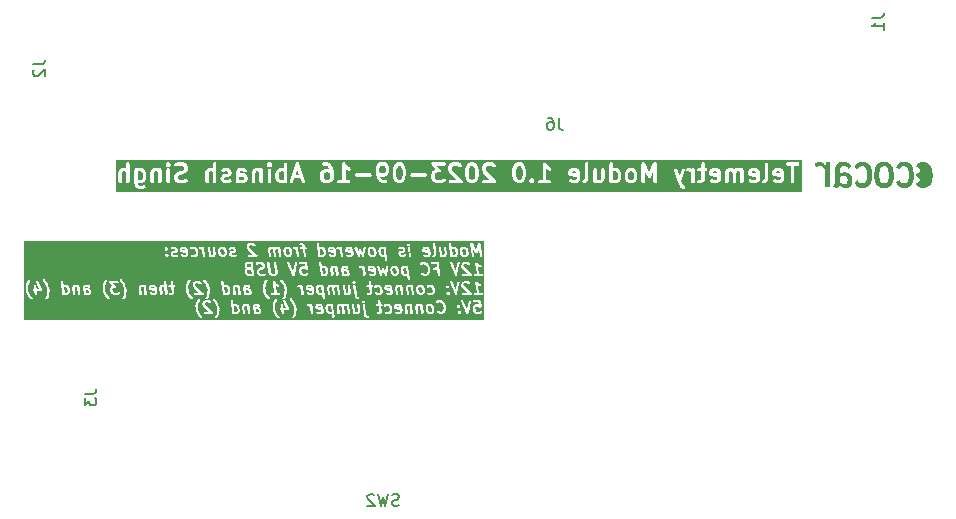
<source format=gbr>
%TF.GenerationSoftware,KiCad,Pcbnew,7.0.6*%
%TF.CreationDate,2023-10-05T23:13:59-06:00*%
%TF.ProjectId,CAN-USB RF Module,43414e2d-5553-4422-9052-46204d6f6475,1.0*%
%TF.SameCoordinates,Original*%
%TF.FileFunction,Legend,Bot*%
%TF.FilePolarity,Positive*%
%FSLAX46Y46*%
G04 Gerber Fmt 4.6, Leading zero omitted, Abs format (unit mm)*
G04 Created by KiCad (PCBNEW 7.0.6) date 2023-10-05 23:13:59*
%MOMM*%
%LPD*%
G01*
G04 APERTURE LIST*
%ADD10C,0.200000*%
%ADD11C,0.300000*%
%ADD12C,0.150000*%
G04 APERTURE END LIST*
D10*
G36*
X125372688Y-97867208D02*
G01*
X125428755Y-98315739D01*
X125422231Y-98319219D01*
X125279108Y-98319219D01*
X125211209Y-98287266D01*
X125179171Y-98258787D01*
X125138960Y-98194450D01*
X125109038Y-97955072D01*
X125129711Y-97899942D01*
X125147342Y-97879793D01*
X125198421Y-97852552D01*
X125341544Y-97852552D01*
X125372688Y-97867208D01*
G37*
G36*
X117361820Y-97884503D02*
G01*
X117393856Y-97912979D01*
X117434070Y-97977321D01*
X117463992Y-98216698D01*
X117443319Y-98271826D01*
X117425687Y-98291977D01*
X117374610Y-98319219D01*
X117231487Y-98319219D01*
X117200341Y-98304562D01*
X117144275Y-97856031D01*
X117150800Y-97852552D01*
X117293923Y-97852552D01*
X117361820Y-97884503D01*
G37*
G36*
X119241119Y-98163837D02*
G01*
X119273356Y-98215416D01*
X119279469Y-98264317D01*
X119265662Y-98301133D01*
X119231753Y-98319219D01*
X119041011Y-98319219D01*
X119009865Y-98304562D01*
X118989078Y-98138266D01*
X119186780Y-98138266D01*
X119241119Y-98163837D01*
G37*
G36*
X124491121Y-97878123D02*
G01*
X124523358Y-97929702D01*
X124527307Y-97961296D01*
X124246311Y-97906468D01*
X124259748Y-97870637D01*
X124293659Y-97852552D01*
X124436782Y-97852552D01*
X124491121Y-97878123D01*
G37*
G36*
X131157788Y-97878123D02*
G01*
X131190025Y-97929702D01*
X131193974Y-97961296D01*
X130912978Y-97906468D01*
X130926415Y-97870637D01*
X130960326Y-97852552D01*
X131103449Y-97852552D01*
X131157788Y-97878123D01*
G37*
G36*
X133838013Y-97884503D02*
G01*
X133870049Y-97912979D01*
X133910263Y-97977321D01*
X133940185Y-98216698D01*
X133919512Y-98271826D01*
X133901880Y-98291977D01*
X133850803Y-98319219D01*
X133755299Y-98319219D01*
X133687400Y-98287266D01*
X133655362Y-98258787D01*
X133615151Y-98194450D01*
X133585229Y-97955072D01*
X133605902Y-97899942D01*
X133623533Y-97879793D01*
X133674612Y-97852552D01*
X133770116Y-97852552D01*
X133838013Y-97884503D01*
G37*
G36*
X124563164Y-96257208D02*
G01*
X124619231Y-96705739D01*
X124612707Y-96709219D01*
X124469584Y-96709219D01*
X124401685Y-96677266D01*
X124369647Y-96648787D01*
X124329436Y-96584450D01*
X124299514Y-96345072D01*
X124320187Y-96289942D01*
X124337818Y-96269793D01*
X124388897Y-96242552D01*
X124532020Y-96242552D01*
X124563164Y-96257208D01*
G37*
G36*
X102980864Y-96274503D02*
G01*
X103012900Y-96302979D01*
X103053114Y-96367321D01*
X103083036Y-96606698D01*
X103062363Y-96661826D01*
X103044731Y-96681977D01*
X102993654Y-96709219D01*
X102850531Y-96709219D01*
X102819385Y-96694562D01*
X102763319Y-96246031D01*
X102769844Y-96242552D01*
X102912967Y-96242552D01*
X102980864Y-96274503D01*
G37*
G36*
X104860163Y-96553837D02*
G01*
X104892400Y-96605416D01*
X104898513Y-96654317D01*
X104884706Y-96691133D01*
X104850797Y-96709219D01*
X104660055Y-96709219D01*
X104628909Y-96694562D01*
X104608122Y-96528266D01*
X104805824Y-96528266D01*
X104860163Y-96553837D01*
G37*
G36*
X110395879Y-96268123D02*
G01*
X110428116Y-96319702D01*
X110432065Y-96351296D01*
X110151069Y-96296468D01*
X110164506Y-96260637D01*
X110198417Y-96242552D01*
X110341540Y-96242552D01*
X110395879Y-96268123D01*
G37*
G36*
X116552296Y-96274503D02*
G01*
X116584332Y-96302979D01*
X116624546Y-96367321D01*
X116654468Y-96606698D01*
X116633795Y-96661826D01*
X116616163Y-96681977D01*
X116565086Y-96709219D01*
X116421963Y-96709219D01*
X116390817Y-96694562D01*
X116334751Y-96246031D01*
X116341276Y-96242552D01*
X116484399Y-96242552D01*
X116552296Y-96274503D01*
G37*
G36*
X118431595Y-96553837D02*
G01*
X118463832Y-96605416D01*
X118469945Y-96654317D01*
X118456138Y-96691133D01*
X118422229Y-96709219D01*
X118231487Y-96709219D01*
X118200341Y-96694562D01*
X118179554Y-96528266D01*
X118377256Y-96528266D01*
X118431595Y-96553837D01*
G37*
G36*
X123681597Y-96268123D02*
G01*
X123713834Y-96319702D01*
X123717783Y-96351296D01*
X123436787Y-96296468D01*
X123450224Y-96260637D01*
X123484135Y-96242552D01*
X123627258Y-96242552D01*
X123681597Y-96268123D01*
G37*
G36*
X130348264Y-96268123D02*
G01*
X130380501Y-96319702D01*
X130384450Y-96351296D01*
X130103454Y-96296468D01*
X130116891Y-96260637D01*
X130150802Y-96242552D01*
X130293925Y-96242552D01*
X130348264Y-96268123D01*
G37*
G36*
X133028489Y-96274503D02*
G01*
X133060525Y-96302979D01*
X133100739Y-96367321D01*
X133130661Y-96606698D01*
X133109988Y-96661826D01*
X133092356Y-96681977D01*
X133041279Y-96709219D01*
X132945775Y-96709219D01*
X132877876Y-96677266D01*
X132845838Y-96648787D01*
X132805627Y-96584450D01*
X132775705Y-96345072D01*
X132796378Y-96289942D01*
X132814009Y-96269793D01*
X132865088Y-96242552D01*
X132960592Y-96242552D01*
X133028489Y-96274503D01*
G37*
G36*
X131753640Y-94647208D02*
G01*
X131809707Y-95095739D01*
X131803183Y-95099219D01*
X131660060Y-95099219D01*
X131592161Y-95067266D01*
X131560123Y-95038787D01*
X131519912Y-94974450D01*
X131489990Y-94735072D01*
X131510663Y-94679942D01*
X131528294Y-94659793D01*
X131579373Y-94632552D01*
X131722496Y-94632552D01*
X131753640Y-94647208D01*
G37*
G36*
X118667284Y-95099219D02*
G01*
X118421963Y-95099219D01*
X118354064Y-95067266D01*
X118322026Y-95038787D01*
X118281815Y-94974450D01*
X118269750Y-94877928D01*
X118290423Y-94822799D01*
X118302684Y-94808787D01*
X118398648Y-94775409D01*
X118626807Y-94775409D01*
X118667284Y-95099219D01*
G37*
G36*
X118601807Y-94575409D02*
G01*
X118404106Y-94575409D01*
X118336204Y-94543455D01*
X118304171Y-94514981D01*
X118263957Y-94450639D01*
X118257845Y-94401738D01*
X118278518Y-94346610D01*
X118296149Y-94326460D01*
X118347228Y-94299219D01*
X118567284Y-94299219D01*
X118601807Y-94575409D01*
G37*
G36*
X124838011Y-94664503D02*
G01*
X124870047Y-94692979D01*
X124910261Y-94757321D01*
X124940183Y-94996698D01*
X124919510Y-95051826D01*
X124901878Y-95071977D01*
X124850801Y-95099219D01*
X124707678Y-95099219D01*
X124676532Y-95084562D01*
X124620466Y-94636031D01*
X124626991Y-94632552D01*
X124770114Y-94632552D01*
X124838011Y-94664503D01*
G37*
G36*
X126717310Y-94943837D02*
G01*
X126749547Y-94995416D01*
X126755660Y-95044317D01*
X126741853Y-95081133D01*
X126707944Y-95099219D01*
X126517202Y-95099219D01*
X126486056Y-95084562D01*
X126465269Y-94918266D01*
X126662971Y-94918266D01*
X126717310Y-94943837D01*
G37*
G36*
X128919692Y-94658123D02*
G01*
X128951929Y-94709702D01*
X128955878Y-94741296D01*
X128674882Y-94686468D01*
X128688319Y-94650637D01*
X128722230Y-94632552D01*
X128865353Y-94632552D01*
X128919692Y-94658123D01*
G37*
G36*
X130838012Y-94664503D02*
G01*
X130870048Y-94692979D01*
X130910262Y-94757321D01*
X130940184Y-94996698D01*
X130919511Y-95051826D01*
X130901879Y-95071977D01*
X130850802Y-95099219D01*
X130755298Y-95099219D01*
X130687399Y-95067266D01*
X130655361Y-95038787D01*
X130615150Y-94974450D01*
X130585228Y-94735072D01*
X130605901Y-94679942D01*
X130623532Y-94659793D01*
X130674611Y-94632552D01*
X130770115Y-94632552D01*
X130838012Y-94664503D01*
G37*
G36*
X129848878Y-93037208D02*
G01*
X129904945Y-93485739D01*
X129898421Y-93489219D01*
X129755298Y-93489219D01*
X129687399Y-93457266D01*
X129655361Y-93428787D01*
X129615150Y-93364450D01*
X129585228Y-93125072D01*
X129605901Y-93069942D01*
X129623532Y-93049793D01*
X129674611Y-93022552D01*
X129817734Y-93022552D01*
X129848878Y-93037208D01*
G37*
G36*
X113014927Y-93048123D02*
G01*
X113047164Y-93099702D01*
X113051113Y-93131296D01*
X112770117Y-93076468D01*
X112783554Y-93040637D01*
X112817465Y-93022552D01*
X112960588Y-93022552D01*
X113014927Y-93048123D01*
G37*
G36*
X116266581Y-93054503D02*
G01*
X116298617Y-93082979D01*
X116338831Y-93147321D01*
X116368753Y-93386698D01*
X116348080Y-93441826D01*
X116330448Y-93461977D01*
X116279371Y-93489219D01*
X116183867Y-93489219D01*
X116115968Y-93457266D01*
X116083930Y-93428787D01*
X116043719Y-93364450D01*
X116013797Y-93125072D01*
X116034470Y-93069942D01*
X116052101Y-93049793D01*
X116103180Y-93022552D01*
X116198684Y-93022552D01*
X116266581Y-93054503D01*
G37*
G36*
X121790391Y-93054503D02*
G01*
X121822427Y-93082979D01*
X121862641Y-93147321D01*
X121892563Y-93386698D01*
X121871890Y-93441826D01*
X121854258Y-93461977D01*
X121803181Y-93489219D01*
X121707677Y-93489219D01*
X121639778Y-93457266D01*
X121607740Y-93428787D01*
X121567529Y-93364450D01*
X121537607Y-93125072D01*
X121558280Y-93069942D01*
X121575911Y-93049793D01*
X121626990Y-93022552D01*
X121722494Y-93022552D01*
X121790391Y-93054503D01*
G37*
G36*
X124647535Y-93054503D02*
G01*
X124679571Y-93082979D01*
X124719785Y-93147321D01*
X124749707Y-93386698D01*
X124729034Y-93441826D01*
X124711402Y-93461977D01*
X124660325Y-93489219D01*
X124517202Y-93489219D01*
X124486056Y-93474562D01*
X124429990Y-93026031D01*
X124436515Y-93022552D01*
X124579638Y-93022552D01*
X124647535Y-93054503D01*
G37*
G36*
X125538739Y-93048123D02*
G01*
X125570976Y-93099702D01*
X125574925Y-93131296D01*
X125293929Y-93076468D01*
X125307366Y-93040637D01*
X125341277Y-93022552D01*
X125484400Y-93022552D01*
X125538739Y-93048123D01*
G37*
G36*
X127014930Y-93048123D02*
G01*
X127047167Y-93099702D01*
X127051116Y-93131296D01*
X126770120Y-93076468D01*
X126783557Y-93040637D01*
X126817468Y-93022552D01*
X126960591Y-93022552D01*
X127014930Y-93048123D01*
G37*
G36*
X128933250Y-93054503D02*
G01*
X128965286Y-93082979D01*
X129005500Y-93147321D01*
X129035422Y-93386698D01*
X129014749Y-93441826D01*
X128997117Y-93461977D01*
X128946040Y-93489219D01*
X128850536Y-93489219D01*
X128782637Y-93457266D01*
X128750599Y-93428787D01*
X128710388Y-93364450D01*
X128680466Y-93125072D01*
X128701139Y-93069942D01*
X128718770Y-93049793D01*
X128769849Y-93022552D01*
X128865353Y-93022552D01*
X128933250Y-93054503D01*
G37*
G36*
X133538740Y-93048123D02*
G01*
X133570977Y-93099702D01*
X133574926Y-93131296D01*
X133293930Y-93076468D01*
X133307367Y-93040637D01*
X133341278Y-93022552D01*
X133484401Y-93022552D01*
X133538740Y-93048123D01*
G37*
G36*
X135838013Y-93054503D02*
G01*
X135870049Y-93082979D01*
X135910263Y-93147321D01*
X135940185Y-93386698D01*
X135919512Y-93441826D01*
X135901880Y-93461977D01*
X135850803Y-93489219D01*
X135707680Y-93489219D01*
X135676534Y-93474562D01*
X135620468Y-93026031D01*
X135626993Y-93022552D01*
X135770116Y-93022552D01*
X135838013Y-93054503D01*
G37*
G36*
X136742775Y-93054503D02*
G01*
X136774811Y-93082979D01*
X136815025Y-93147321D01*
X136844947Y-93386698D01*
X136824274Y-93441826D01*
X136806642Y-93461977D01*
X136755565Y-93489219D01*
X136660061Y-93489219D01*
X136592162Y-93457266D01*
X136560124Y-93428787D01*
X136519913Y-93364450D01*
X136489991Y-93125072D01*
X136510664Y-93069942D01*
X136528295Y-93049793D01*
X136579374Y-93022552D01*
X136674878Y-93022552D01*
X136742775Y-93054503D01*
G37*
G36*
X138351861Y-99042546D02*
G01*
X99383219Y-99042546D01*
X99383219Y-97935549D01*
X113907032Y-97935549D01*
X113909444Y-97945435D01*
X113907524Y-97955431D01*
X113931333Y-98145907D01*
X113935457Y-98154701D01*
X113935458Y-98164413D01*
X114012839Y-98402509D01*
X114016346Y-98407336D01*
X114017035Y-98413265D01*
X114082511Y-98556122D01*
X114087010Y-98561010D01*
X114088618Y-98567457D01*
X114148142Y-98662695D01*
X114152539Y-98666384D01*
X114154537Y-98671765D01*
X114267632Y-98814622D01*
X114275079Y-98819576D01*
X114279601Y-98827293D01*
X114333173Y-98874913D01*
X114389794Y-98899689D01*
X114450163Y-98886452D01*
X114491223Y-98840259D01*
X114497290Y-98778754D01*
X114466045Y-98725430D01*
X114419012Y-98683624D01*
X114314796Y-98551982D01*
X114261635Y-98466924D01*
X114201255Y-98335185D01*
X114128608Y-98111653D01*
X114107219Y-97940540D01*
X114123840Y-97718929D01*
X114144013Y-97622098D01*
X114484905Y-97622098D01*
X114496809Y-97717336D01*
X114503353Y-97731290D01*
X114505131Y-97746599D01*
X114570608Y-97889456D01*
X114584619Y-97904680D01*
X114595078Y-97922531D01*
X115041352Y-98319219D01*
X114685323Y-98319219D01*
X114626544Y-98338317D01*
X114590217Y-98388317D01*
X114590217Y-98450121D01*
X114626544Y-98500121D01*
X114685323Y-98519219D01*
X115304371Y-98519219D01*
X115329311Y-98511115D01*
X115354924Y-98505500D01*
X115358306Y-98501694D01*
X115363150Y-98500121D01*
X115378564Y-98478904D01*
X115395984Y-98459308D01*
X115396483Y-98454240D01*
X115399477Y-98450121D01*
X115399476Y-98423897D01*
X115402051Y-98397803D01*
X115399476Y-98393409D01*
X115399477Y-98388317D01*
X115384059Y-98367097D01*
X115370807Y-98344478D01*
X114743661Y-97787014D01*
X114693356Y-97677259D01*
X114686416Y-97621738D01*
X114707089Y-97566610D01*
X114724720Y-97546460D01*
X114775799Y-97519219D01*
X114966541Y-97519219D01*
X115034439Y-97551171D01*
X115077220Y-97589198D01*
X115133839Y-97613975D01*
X115194209Y-97600739D01*
X115235269Y-97554546D01*
X115241337Y-97493041D01*
X115210093Y-97439716D01*
X115156522Y-97392097D01*
X115143235Y-97386282D01*
X115132665Y-97376356D01*
X115031475Y-97328737D01*
X115009733Y-97325989D01*
X114988895Y-97319219D01*
X114750799Y-97319219D01*
X114727676Y-97326731D01*
X114703740Y-97330984D01*
X114614455Y-97378603D01*
X114601855Y-97391683D01*
X114586257Y-97400987D01*
X114544590Y-97448606D01*
X114537475Y-97465215D01*
X114526214Y-97479345D01*
X114490500Y-97574583D01*
X114489430Y-97598543D01*
X114484905Y-97622098D01*
X114144013Y-97622098D01*
X114150702Y-97589992D01*
X114181298Y-97508402D01*
X114250076Y-97381427D01*
X114284390Y-97342212D01*
X114303422Y-97297778D01*
X115349548Y-97297778D01*
X115380792Y-97351102D01*
X115427826Y-97392910D01*
X115532040Y-97524550D01*
X115585199Y-97609605D01*
X115645580Y-97741345D01*
X115718228Y-97964878D01*
X115739617Y-98135991D01*
X115722996Y-98357604D01*
X115696134Y-98486540D01*
X115665538Y-98568130D01*
X115596760Y-98695104D01*
X115562447Y-98734320D01*
X115538113Y-98791132D01*
X115551820Y-98851396D01*
X115598332Y-98892094D01*
X115659882Y-98897681D01*
X115712961Y-98866022D01*
X115754628Y-98818403D01*
X115759089Y-98807987D01*
X115767300Y-98800180D01*
X115844681Y-98657324D01*
X115845966Y-98650351D01*
X115850385Y-98644807D01*
X115886099Y-98549569D01*
X115886450Y-98541695D01*
X115890364Y-98534853D01*
X115920126Y-98391996D01*
X115919395Y-98385305D01*
X115921948Y-98379079D01*
X115939805Y-98140983D01*
X115937392Y-98131095D01*
X115939313Y-98121101D01*
X115915504Y-97930625D01*
X115911379Y-97921830D01*
X115911379Y-97912119D01*
X115833998Y-97674024D01*
X115830489Y-97669195D01*
X115829801Y-97663267D01*
X115764326Y-97520411D01*
X115759826Y-97515522D01*
X115758219Y-97509076D01*
X115709810Y-97431622D01*
X116889667Y-97431622D01*
X117014667Y-98431622D01*
X117040908Y-98487579D01*
X117095028Y-98517423D01*
X117156355Y-98509757D01*
X117159805Y-98506525D01*
X117166553Y-98509701D01*
X117188294Y-98512448D01*
X117209133Y-98519219D01*
X117399610Y-98519219D01*
X117422732Y-98511706D01*
X117446669Y-98507454D01*
X117535954Y-98459835D01*
X117548554Y-98446754D01*
X117564153Y-98437450D01*
X117605820Y-98389830D01*
X117612934Y-98373220D01*
X117624195Y-98359092D01*
X117659909Y-98263854D01*
X117660978Y-98239894D01*
X117665504Y-98216338D01*
X117629790Y-97930625D01*
X117620599Y-97911027D01*
X117619797Y-97907812D01*
X117853953Y-97907812D01*
X117919429Y-98431622D01*
X117945670Y-98487578D01*
X117999790Y-98517423D01*
X118061117Y-98509757D01*
X118106225Y-98467509D01*
X118117885Y-98406815D01*
X118055464Y-97907452D01*
X118069270Y-97870637D01*
X118103181Y-97852552D01*
X118198685Y-97852552D01*
X118266582Y-97884503D01*
X118281239Y-97897531D01*
X118348001Y-98431622D01*
X118374242Y-98487579D01*
X118428362Y-98517423D01*
X118489689Y-98509757D01*
X118534797Y-98467509D01*
X118546457Y-98406815D01*
X118484081Y-97907812D01*
X118758715Y-97907812D01*
X118824191Y-98431622D01*
X118850432Y-98487578D01*
X118904552Y-98517423D01*
X118965879Y-98509757D01*
X118969329Y-98506525D01*
X118976077Y-98509701D01*
X118997818Y-98512448D01*
X119018657Y-98519219D01*
X119256753Y-98519219D01*
X119279875Y-98511706D01*
X119303812Y-98507454D01*
X119393097Y-98459835D01*
X119396466Y-98456336D01*
X119401150Y-98455043D01*
X119417630Y-98434366D01*
X119435974Y-98415323D01*
X119436644Y-98410510D01*
X119439671Y-98406713D01*
X119475386Y-98311474D01*
X119476456Y-98287510D01*
X119480981Y-98263957D01*
X119469076Y-98168719D01*
X119459885Y-98149122D01*
X119454648Y-98128123D01*
X119395124Y-98032885D01*
X119373487Y-98014733D01*
X119352904Y-97995403D01*
X119251714Y-97947784D01*
X119229972Y-97945036D01*
X119209134Y-97938266D01*
X118993392Y-97938266D01*
X118987618Y-97935549D01*
X120430843Y-97935549D01*
X120433255Y-97945435D01*
X120431335Y-97955431D01*
X120455144Y-98145907D01*
X120459268Y-98154701D01*
X120459269Y-98164413D01*
X120536650Y-98402509D01*
X120540157Y-98407336D01*
X120540846Y-98413265D01*
X120606322Y-98556122D01*
X120610821Y-98561010D01*
X120612429Y-98567457D01*
X120671953Y-98662695D01*
X120676350Y-98666384D01*
X120678348Y-98671765D01*
X120791443Y-98814622D01*
X120798890Y-98819576D01*
X120803412Y-98827293D01*
X120856984Y-98874913D01*
X120913605Y-98899689D01*
X120973974Y-98886452D01*
X121015034Y-98840259D01*
X121021101Y-98778754D01*
X120989856Y-98725430D01*
X120942823Y-98683624D01*
X120838607Y-98551982D01*
X120785446Y-98466924D01*
X120725066Y-98335185D01*
X120654088Y-98116787D01*
X121024742Y-98116787D01*
X121061069Y-98166787D01*
X121119848Y-98185885D01*
X121174427Y-98185885D01*
X121205144Y-98431622D01*
X121231385Y-98487579D01*
X121285505Y-98517423D01*
X121346832Y-98509758D01*
X121391940Y-98467509D01*
X121403600Y-98406815D01*
X121375984Y-98185885D01*
X121738896Y-98185885D01*
X121744574Y-98184039D01*
X121750430Y-98185218D01*
X121773518Y-98174635D01*
X121797675Y-98166787D01*
X121801185Y-98161954D01*
X121806614Y-98159467D01*
X121819072Y-98137336D01*
X121834002Y-98116787D01*
X121834001Y-98110814D01*
X121836932Y-98105610D01*
X121834002Y-98080382D01*
X121834002Y-98054983D01*
X121830490Y-98050150D01*
X121829802Y-98044219D01*
X121502421Y-97329934D01*
X121472828Y-97297778D01*
X121873359Y-97297778D01*
X121904603Y-97351102D01*
X121951637Y-97392910D01*
X122055851Y-97524550D01*
X122109010Y-97609605D01*
X122169391Y-97741345D01*
X122242039Y-97964878D01*
X122263428Y-98135991D01*
X122246807Y-98357604D01*
X122219945Y-98486540D01*
X122189349Y-98568130D01*
X122120571Y-98695104D01*
X122086258Y-98734320D01*
X122061924Y-98791132D01*
X122075631Y-98851396D01*
X122122143Y-98892094D01*
X122183693Y-98897681D01*
X122236772Y-98866022D01*
X122278439Y-98818403D01*
X122282900Y-98807987D01*
X122291111Y-98800180D01*
X122368492Y-98657324D01*
X122369777Y-98650351D01*
X122374196Y-98644807D01*
X122409910Y-98549569D01*
X122410261Y-98541695D01*
X122414175Y-98534853D01*
X122443937Y-98391996D01*
X122443206Y-98385305D01*
X122445759Y-98379079D01*
X122463616Y-98140983D01*
X122461203Y-98131095D01*
X122463124Y-98121101D01*
X122439315Y-97930625D01*
X122435190Y-97921830D01*
X122435190Y-97912119D01*
X122393374Y-97783454D01*
X123316410Y-97783454D01*
X123352737Y-97833454D01*
X123411516Y-97852552D01*
X123484401Y-97852552D01*
X123552298Y-97884503D01*
X123584334Y-97912979D01*
X123624547Y-97977320D01*
X123681336Y-98431622D01*
X123707577Y-98487579D01*
X123761697Y-98517423D01*
X123823024Y-98509757D01*
X123868132Y-98467509D01*
X123879792Y-98406815D01*
X123817416Y-97907813D01*
X124044431Y-97907813D01*
X124056336Y-98003051D01*
X124069305Y-98030706D01*
X124082379Y-98058795D01*
X124082513Y-98058869D01*
X124082578Y-98059007D01*
X124109481Y-98073843D01*
X124136413Y-98088796D01*
X124553415Y-98170162D01*
X124565185Y-98264317D01*
X124551378Y-98301133D01*
X124517469Y-98319219D01*
X124374346Y-98319219D01*
X124293382Y-98281118D01*
X124232066Y-98273370D01*
X124177906Y-98303143D01*
X124151590Y-98359065D01*
X124163170Y-98419774D01*
X124208222Y-98462082D01*
X124309412Y-98509701D01*
X124331153Y-98512448D01*
X124351992Y-98519219D01*
X124542469Y-98519219D01*
X124565591Y-98511706D01*
X124589528Y-98507454D01*
X124678813Y-98459835D01*
X124682182Y-98456336D01*
X124686866Y-98455043D01*
X124703346Y-98434366D01*
X124721690Y-98415323D01*
X124722360Y-98410510D01*
X124725387Y-98406713D01*
X124761102Y-98311474D01*
X124762171Y-98287512D01*
X124766697Y-98263958D01*
X124728131Y-97955432D01*
X124907526Y-97955432D01*
X124943241Y-98241146D01*
X124952430Y-98260741D01*
X124957669Y-98281741D01*
X125017192Y-98376980D01*
X125028254Y-98386260D01*
X125035555Y-98398721D01*
X125089127Y-98446340D01*
X125102411Y-98452153D01*
X125112984Y-98462082D01*
X125214174Y-98509701D01*
X125235915Y-98512448D01*
X125256754Y-98519219D01*
X125447231Y-98519219D01*
X125453918Y-98517046D01*
X125484907Y-98764955D01*
X125511148Y-98820912D01*
X125565268Y-98850756D01*
X125626595Y-98843090D01*
X125671703Y-98800842D01*
X125683363Y-98740148D01*
X125579321Y-97907812D01*
X125853955Y-97907812D01*
X125919431Y-98431622D01*
X125945672Y-98487578D01*
X125999792Y-98517423D01*
X126061119Y-98509757D01*
X126106227Y-98467509D01*
X126117887Y-98406815D01*
X126055466Y-97907452D01*
X126069272Y-97870637D01*
X126103183Y-97852552D01*
X126198686Y-97852552D01*
X126253025Y-97878123D01*
X126285262Y-97929702D01*
X126348002Y-98431622D01*
X126374243Y-98487578D01*
X126428363Y-98517423D01*
X126489690Y-98509757D01*
X126534798Y-98467509D01*
X126546458Y-98406815D01*
X126484037Y-97907452D01*
X126497843Y-97870637D01*
X126531754Y-97852552D01*
X126627258Y-97852552D01*
X126695155Y-97884503D01*
X126709812Y-97897531D01*
X126776574Y-98431622D01*
X126802815Y-98487579D01*
X126856935Y-98517423D01*
X126918262Y-98509757D01*
X126963370Y-98467509D01*
X126975030Y-98406815D01*
X126894797Y-97764955D01*
X127169431Y-97764955D01*
X127252764Y-98431622D01*
X127279005Y-98487579D01*
X127333125Y-98517423D01*
X127394452Y-98509758D01*
X127413827Y-98491610D01*
X127452269Y-98509701D01*
X127474010Y-98512448D01*
X127494849Y-98519219D01*
X127637707Y-98519219D01*
X127660829Y-98511706D01*
X127684766Y-98507454D01*
X127774051Y-98459835D01*
X127777420Y-98456336D01*
X127782104Y-98455043D01*
X127798584Y-98434366D01*
X127816928Y-98415323D01*
X127817598Y-98410510D01*
X127820625Y-98406713D01*
X127856340Y-98311474D01*
X127857409Y-98287512D01*
X127861935Y-98263958D01*
X127799559Y-97764955D01*
X128074192Y-97764955D01*
X128181335Y-98622098D01*
X128190524Y-98641693D01*
X128195763Y-98662695D01*
X128255287Y-98757933D01*
X128276918Y-98776080D01*
X128297507Y-98795415D01*
X128398697Y-98843034D01*
X128420438Y-98845781D01*
X128441277Y-98852552D01*
X128488897Y-98852552D01*
X128547676Y-98833454D01*
X128584003Y-98783454D01*
X128584003Y-98721650D01*
X128547676Y-98671650D01*
X128488897Y-98652552D01*
X128463631Y-98652552D01*
X128409291Y-98626980D01*
X128377054Y-98575401D01*
X128278061Y-97783454D01*
X129173553Y-97783454D01*
X129209880Y-97833454D01*
X129268659Y-97852552D01*
X129418476Y-97852552D01*
X129469947Y-98264317D01*
X129456140Y-98301133D01*
X129422231Y-98319219D01*
X129351992Y-98319219D01*
X129293213Y-98338317D01*
X129256886Y-98388317D01*
X129256886Y-98450121D01*
X129293213Y-98500121D01*
X129351992Y-98519219D01*
X129447231Y-98519219D01*
X129470353Y-98511706D01*
X129494290Y-98507454D01*
X129583575Y-98459835D01*
X129586944Y-98456336D01*
X129591628Y-98455043D01*
X129608108Y-98434366D01*
X129626452Y-98415323D01*
X129627122Y-98410510D01*
X129630149Y-98406713D01*
X129665864Y-98311474D01*
X129666934Y-98287510D01*
X129671459Y-98263957D01*
X129620033Y-97852552D01*
X129649611Y-97852552D01*
X129708390Y-97833454D01*
X129719865Y-97817660D01*
X129842819Y-97817660D01*
X129871903Y-97872193D01*
X129927486Y-97899216D01*
X129988337Y-97888406D01*
X130055564Y-97852552D01*
X130198687Y-97852552D01*
X130266584Y-97884503D01*
X130298620Y-97912979D01*
X130338834Y-97977321D01*
X130368756Y-98216698D01*
X130348083Y-98271826D01*
X130330451Y-98291977D01*
X130279374Y-98319219D01*
X130136251Y-98319219D01*
X130055287Y-98281118D01*
X129993971Y-98273370D01*
X129939811Y-98303143D01*
X129913495Y-98359065D01*
X129925075Y-98419774D01*
X129970127Y-98462082D01*
X130071317Y-98509701D01*
X130093058Y-98512448D01*
X130113897Y-98519219D01*
X130304374Y-98519219D01*
X130327496Y-98511706D01*
X130351433Y-98507454D01*
X130440718Y-98459835D01*
X130453318Y-98446754D01*
X130468917Y-98437450D01*
X130510584Y-98389830D01*
X130517698Y-98373220D01*
X130528959Y-98359092D01*
X130564673Y-98263854D01*
X130565742Y-98239894D01*
X130570268Y-98216338D01*
X130534554Y-97930625D01*
X130525363Y-97911027D01*
X130524561Y-97907813D01*
X130711098Y-97907813D01*
X130723003Y-98003051D01*
X130735972Y-98030706D01*
X130749046Y-98058795D01*
X130749180Y-98058869D01*
X130749245Y-98059007D01*
X130776148Y-98073843D01*
X130803080Y-98088796D01*
X131220082Y-98170162D01*
X131231852Y-98264317D01*
X131218045Y-98301133D01*
X131184136Y-98319219D01*
X131041013Y-98319219D01*
X130960049Y-98281118D01*
X130898733Y-98273370D01*
X130844573Y-98303143D01*
X130818257Y-98359065D01*
X130829837Y-98419774D01*
X130874889Y-98462082D01*
X130976079Y-98509701D01*
X130997820Y-98512448D01*
X131018659Y-98519219D01*
X131209136Y-98519219D01*
X131232258Y-98511706D01*
X131256195Y-98507454D01*
X131345480Y-98459835D01*
X131348849Y-98456336D01*
X131353533Y-98455043D01*
X131370013Y-98434366D01*
X131388357Y-98415323D01*
X131389027Y-98410510D01*
X131392054Y-98406713D01*
X131427769Y-98311474D01*
X131428838Y-98287512D01*
X131433364Y-98263958D01*
X131388846Y-97907812D01*
X131615860Y-97907812D01*
X131681336Y-98431622D01*
X131707577Y-98487578D01*
X131761697Y-98517423D01*
X131823024Y-98509757D01*
X131868132Y-98467509D01*
X131879792Y-98406815D01*
X131817371Y-97907452D01*
X131831177Y-97870637D01*
X131865088Y-97852552D01*
X131960592Y-97852552D01*
X132028489Y-97884503D01*
X132043146Y-97897531D01*
X132109908Y-98431622D01*
X132136149Y-98487579D01*
X132190269Y-98517423D01*
X132251596Y-98509757D01*
X132296704Y-98467509D01*
X132308364Y-98406815D01*
X132245988Y-97907812D01*
X132520622Y-97907812D01*
X132586098Y-98431622D01*
X132612339Y-98487578D01*
X132666459Y-98517423D01*
X132727786Y-98509757D01*
X132772894Y-98467509D01*
X132784554Y-98406815D01*
X132722133Y-97907452D01*
X132735939Y-97870637D01*
X132769850Y-97852552D01*
X132865354Y-97852552D01*
X132933251Y-97884503D01*
X132947908Y-97897531D01*
X133014670Y-98431622D01*
X133040911Y-98487579D01*
X133095031Y-98517423D01*
X133156358Y-98509757D01*
X133201466Y-98467509D01*
X133213126Y-98406815D01*
X133156703Y-97955432D01*
X133383717Y-97955432D01*
X133419432Y-98241146D01*
X133428621Y-98260741D01*
X133433860Y-98281741D01*
X133493383Y-98376980D01*
X133504445Y-98386260D01*
X133511746Y-98398721D01*
X133565318Y-98446340D01*
X133578602Y-98452153D01*
X133589175Y-98462082D01*
X133690365Y-98509701D01*
X133712106Y-98512448D01*
X133732945Y-98519219D01*
X133875803Y-98519219D01*
X133898925Y-98511706D01*
X133922862Y-98507454D01*
X134012147Y-98459835D01*
X134024747Y-98446754D01*
X134040346Y-98437450D01*
X134082013Y-98389830D01*
X134089127Y-98373220D01*
X134100388Y-98359092D01*
X134136102Y-98263854D01*
X134137171Y-98239894D01*
X134141697Y-98216338D01*
X134105983Y-97930625D01*
X134096792Y-97911027D01*
X134091555Y-97890028D01*
X134032031Y-97794790D01*
X134020968Y-97785509D01*
X134013668Y-97773049D01*
X133960097Y-97725430D01*
X133946810Y-97719615D01*
X133936240Y-97709689D01*
X133835048Y-97662070D01*
X133813308Y-97659322D01*
X133792469Y-97652552D01*
X133649612Y-97652552D01*
X133626492Y-97660063D01*
X133602554Y-97664316D01*
X133513267Y-97711936D01*
X133500666Y-97725016D01*
X133485068Y-97734321D01*
X133443402Y-97781940D01*
X133436288Y-97798547D01*
X133425027Y-97812677D01*
X133389312Y-97907915D01*
X133388241Y-97931878D01*
X133383717Y-97955432D01*
X133156703Y-97955432D01*
X133129792Y-97740148D01*
X133103551Y-97684192D01*
X133049431Y-97654347D01*
X132988104Y-97662013D01*
X132968728Y-97680160D01*
X132930286Y-97662070D01*
X132908546Y-97659322D01*
X132887707Y-97652552D01*
X132744850Y-97652552D01*
X132721730Y-97660063D01*
X132697792Y-97664316D01*
X132608505Y-97711936D01*
X132605135Y-97715434D01*
X132600452Y-97716728D01*
X132583973Y-97737402D01*
X132565629Y-97756447D01*
X132564958Y-97761260D01*
X132561931Y-97765059D01*
X132526217Y-97860297D01*
X132525147Y-97884258D01*
X132520622Y-97907812D01*
X132245988Y-97907812D01*
X132225030Y-97740148D01*
X132198789Y-97684192D01*
X132144669Y-97654347D01*
X132083342Y-97662013D01*
X132063966Y-97680160D01*
X132025524Y-97662070D01*
X132003784Y-97659322D01*
X131982945Y-97652552D01*
X131840088Y-97652552D01*
X131816968Y-97660063D01*
X131793030Y-97664316D01*
X131703743Y-97711936D01*
X131700373Y-97715434D01*
X131695690Y-97716728D01*
X131679211Y-97737402D01*
X131660867Y-97756447D01*
X131660196Y-97761260D01*
X131657169Y-97765059D01*
X131621455Y-97860297D01*
X131620385Y-97884258D01*
X131615860Y-97907812D01*
X131388846Y-97907812D01*
X131385745Y-97883006D01*
X131376554Y-97863408D01*
X131371317Y-97842409D01*
X131311793Y-97747171D01*
X131290157Y-97729019D01*
X131269573Y-97709689D01*
X131168381Y-97662070D01*
X131146641Y-97659322D01*
X131125802Y-97652552D01*
X130935326Y-97652552D01*
X130912206Y-97660063D01*
X130888268Y-97664316D01*
X130798981Y-97711936D01*
X130795611Y-97715434D01*
X130790928Y-97716728D01*
X130774449Y-97737402D01*
X130756105Y-97756447D01*
X130755434Y-97761260D01*
X130752407Y-97765059D01*
X130716693Y-97860297D01*
X130715623Y-97884258D01*
X130711098Y-97907813D01*
X130524561Y-97907813D01*
X130520126Y-97890028D01*
X130460602Y-97794790D01*
X130449539Y-97785509D01*
X130442239Y-97773049D01*
X130388668Y-97725430D01*
X130375381Y-97719615D01*
X130364811Y-97709689D01*
X130263619Y-97662070D01*
X130241879Y-97659322D01*
X130221040Y-97652552D01*
X130030564Y-97652552D01*
X130007444Y-97660063D01*
X129983506Y-97664316D01*
X129894219Y-97711936D01*
X129851343Y-97756447D01*
X129842819Y-97817660D01*
X129719865Y-97817660D01*
X129744717Y-97783454D01*
X129744717Y-97721650D01*
X129708390Y-97671650D01*
X129649611Y-97652552D01*
X129595033Y-97652552D01*
X129576641Y-97505418D01*
X134234545Y-97505418D01*
X134248252Y-97565682D01*
X134294764Y-97606380D01*
X134356314Y-97611967D01*
X134409393Y-97580308D01*
X134433639Y-97552597D01*
X134529603Y-97519219D01*
X134592337Y-97519219D01*
X134706129Y-97555632D01*
X134786717Y-97627267D01*
X134833309Y-97701813D01*
X134897082Y-97871876D01*
X134911928Y-97990647D01*
X134891130Y-98157034D01*
X134865940Y-98224208D01*
X134812012Y-98285840D01*
X134716049Y-98319219D01*
X134653318Y-98319219D01*
X134539525Y-98282805D01*
X134501763Y-98249239D01*
X134445143Y-98224462D01*
X134384773Y-98237698D01*
X134343713Y-98283891D01*
X134337646Y-98345396D01*
X134368889Y-98398721D01*
X134422461Y-98446340D01*
X134441525Y-98454682D01*
X134458420Y-98466842D01*
X134607229Y-98514461D01*
X134622849Y-98514391D01*
X134637707Y-98519219D01*
X134732945Y-98519219D01*
X134748959Y-98514015D01*
X134765797Y-98513669D01*
X134902702Y-98466050D01*
X134923111Y-98450570D01*
X134945108Y-98437450D01*
X135010634Y-98362562D01*
X136103592Y-98362562D01*
X136107020Y-98377634D01*
X136105503Y-98393017D01*
X136113701Y-98407009D01*
X136117299Y-98422826D01*
X136128933Y-98433006D01*
X136136747Y-98446341D01*
X136190319Y-98493961D01*
X136205178Y-98500463D01*
X136217384Y-98511143D01*
X136228295Y-98512133D01*
X136237888Y-98517423D01*
X136242593Y-98516834D01*
X136246940Y-98518737D01*
X136262782Y-98515263D01*
X136278934Y-98516729D01*
X136288344Y-98511115D01*
X136299215Y-98509757D01*
X136302675Y-98506516D01*
X136307309Y-98505500D01*
X136318085Y-98493376D01*
X136332013Y-98485069D01*
X136373679Y-98437450D01*
X136379764Y-98423241D01*
X136390033Y-98411690D01*
X136391625Y-98395549D01*
X136398012Y-98380638D01*
X136394583Y-98365565D01*
X136396101Y-98350185D01*
X136387901Y-98336190D01*
X136384304Y-98320374D01*
X136372671Y-98310195D01*
X136364858Y-98296860D01*
X136311287Y-98249240D01*
X136296429Y-98242738D01*
X136284221Y-98232056D01*
X136273311Y-98231065D01*
X136263717Y-98225775D01*
X136259010Y-98226363D01*
X136254668Y-98224463D01*
X136238825Y-98227936D01*
X136222671Y-98226470D01*
X136213262Y-98232081D01*
X136202390Y-98233441D01*
X136198928Y-98236682D01*
X136194298Y-98237698D01*
X136183520Y-98249821D01*
X136169592Y-98258130D01*
X136127925Y-98305750D01*
X136121839Y-98319957D01*
X136111569Y-98331512D01*
X136109976Y-98347654D01*
X136103592Y-98362562D01*
X135010634Y-98362562D01*
X135028441Y-98342211D01*
X135035554Y-98325603D01*
X135046816Y-98311474D01*
X135082531Y-98216236D01*
X135083062Y-98204322D01*
X135088126Y-98193526D01*
X135111935Y-98003050D01*
X135109552Y-97990647D01*
X135111935Y-97978244D01*
X135094498Y-97838751D01*
X136038116Y-97838751D01*
X136041544Y-97853823D01*
X136040027Y-97869206D01*
X136048225Y-97883199D01*
X136051823Y-97899015D01*
X136063455Y-97909193D01*
X136071270Y-97922531D01*
X136124842Y-97970150D01*
X136139700Y-97976652D01*
X136151906Y-97987332D01*
X136162816Y-97988322D01*
X136172410Y-97993613D01*
X136177114Y-97993024D01*
X136181461Y-97994927D01*
X136197305Y-97991453D01*
X136213456Y-97992919D01*
X136222865Y-97987306D01*
X136233737Y-97985948D01*
X136237197Y-97982706D01*
X136241831Y-97981691D01*
X136252607Y-97969566D01*
X136266535Y-97961260D01*
X136308202Y-97913641D01*
X136314287Y-97899433D01*
X136324558Y-97887879D01*
X136326150Y-97871736D01*
X136332536Y-97856829D01*
X136329108Y-97841758D01*
X136330626Y-97826374D01*
X136322425Y-97812378D01*
X136318829Y-97796565D01*
X136307196Y-97786386D01*
X136299382Y-97773049D01*
X136245811Y-97725430D01*
X136230952Y-97718927D01*
X136218746Y-97708247D01*
X136207833Y-97707256D01*
X136198242Y-97701967D01*
X136193537Y-97702555D01*
X136189191Y-97700653D01*
X136173346Y-97704126D01*
X136157196Y-97702661D01*
X136147786Y-97708273D01*
X136136915Y-97709632D01*
X136133454Y-97712873D01*
X136128821Y-97713889D01*
X136118044Y-97726013D01*
X136104117Y-97734320D01*
X136062450Y-97781939D01*
X136056364Y-97796146D01*
X136046094Y-97807701D01*
X136044501Y-97823842D01*
X136038116Y-97838751D01*
X135094498Y-97838751D01*
X135094078Y-97835387D01*
X135089014Y-97824589D01*
X135088483Y-97812678D01*
X135017055Y-97622202D01*
X135010692Y-97614219D01*
X135008222Y-97604314D01*
X134948698Y-97509076D01*
X134937633Y-97499793D01*
X134930334Y-97487335D01*
X134831512Y-97399493D01*
X136367052Y-97399493D01*
X136374182Y-97460884D01*
X136832514Y-98460884D01*
X136853199Y-98483361D01*
X136873771Y-98506023D01*
X136874122Y-98506096D01*
X136874366Y-98506361D01*
X136904349Y-98512394D01*
X136934276Y-98518629D01*
X136934603Y-98518481D01*
X136934955Y-98518552D01*
X136962677Y-98505845D01*
X136990634Y-98493263D01*
X136990812Y-98492950D01*
X136991139Y-98492801D01*
X137006158Y-98466119D01*
X137021319Y-98439614D01*
X137227464Y-97450121D01*
X137369982Y-97450121D01*
X137406309Y-97500121D01*
X137465088Y-97519219D01*
X137861279Y-97519219D01*
X137902650Y-97703092D01*
X137893660Y-97700171D01*
X137655564Y-97700171D01*
X137632441Y-97707683D01*
X137608505Y-97711936D01*
X137519220Y-97759555D01*
X137506620Y-97772635D01*
X137491022Y-97781939D01*
X137449355Y-97829558D01*
X137442240Y-97846167D01*
X137430979Y-97860297D01*
X137395265Y-97955535D01*
X137394195Y-97979496D01*
X137389670Y-98003051D01*
X137419432Y-98241146D01*
X137428622Y-98260743D01*
X137433860Y-98281741D01*
X137493383Y-98376980D01*
X137504445Y-98386260D01*
X137511746Y-98398721D01*
X137565318Y-98446340D01*
X137578602Y-98452153D01*
X137589175Y-98462082D01*
X137690365Y-98509701D01*
X137712106Y-98512448D01*
X137732945Y-98519219D01*
X137971041Y-98519219D01*
X137994163Y-98511706D01*
X138018100Y-98507454D01*
X138107385Y-98459835D01*
X138119985Y-98446754D01*
X138135584Y-98437450D01*
X138177251Y-98389830D01*
X138201585Y-98333018D01*
X138187877Y-98272754D01*
X138141364Y-98232056D01*
X138079814Y-98226470D01*
X138026735Y-98258130D01*
X137997118Y-98291977D01*
X137946041Y-98319219D01*
X137755299Y-98319219D01*
X137687400Y-98287266D01*
X137655362Y-98258787D01*
X137615151Y-98194450D01*
X137591181Y-98002689D01*
X137611854Y-97947562D01*
X137629485Y-97927412D01*
X137680564Y-97900171D01*
X137871306Y-97900171D01*
X137939206Y-97932124D01*
X137981986Y-97970151D01*
X137982248Y-97970266D01*
X137982396Y-97970514D01*
X138010585Y-97982665D01*
X138038607Y-97994927D01*
X138038887Y-97994865D01*
X138039151Y-97994979D01*
X138068999Y-97988262D01*
X138098976Y-97981690D01*
X138099167Y-97981474D01*
X138099447Y-97981412D01*
X138119695Y-97958380D01*
X138140036Y-97935497D01*
X138140064Y-97935211D01*
X138140254Y-97934996D01*
X138143084Y-97904596D01*
X138146103Y-97873992D01*
X138145956Y-97873742D01*
X138145983Y-97873458D01*
X138038840Y-97397268D01*
X138036385Y-97393130D01*
X138036385Y-97388317D01*
X138020815Y-97366887D01*
X138007305Y-97344115D01*
X138002886Y-97342210D01*
X138000058Y-97338317D01*
X137974872Y-97330133D01*
X137950550Y-97319649D01*
X137945854Y-97320705D01*
X137941279Y-97319219D01*
X137465088Y-97319219D01*
X137406309Y-97338317D01*
X137369982Y-97388317D01*
X137369982Y-97450121D01*
X137227464Y-97450121D01*
X137229653Y-97439615D01*
X137222945Y-97378176D01*
X137181405Y-97332415D01*
X137120900Y-97319810D01*
X137064542Y-97345175D01*
X137033857Y-97398824D01*
X136887571Y-98100994D01*
X136555994Y-97377554D01*
X136514143Y-97332077D01*
X136453554Y-97319886D01*
X136397370Y-97345637D01*
X136367052Y-97399493D01*
X134831512Y-97399493D01*
X134823191Y-97392097D01*
X134804124Y-97383753D01*
X134787232Y-97371595D01*
X134638422Y-97323977D01*
X134622802Y-97324046D01*
X134607945Y-97319219D01*
X134512707Y-97319219D01*
X134496692Y-97324422D01*
X134479855Y-97324769D01*
X134342951Y-97372388D01*
X134322542Y-97387867D01*
X134300546Y-97400987D01*
X134258879Y-97448606D01*
X134234545Y-97505418D01*
X129576641Y-97505418D01*
X129564316Y-97406815D01*
X129538075Y-97350859D01*
X129483955Y-97321014D01*
X129422628Y-97328680D01*
X129377520Y-97370929D01*
X129365860Y-97431623D01*
X129393476Y-97652552D01*
X129268659Y-97652552D01*
X129209880Y-97671650D01*
X129173553Y-97721650D01*
X129173553Y-97783454D01*
X128278061Y-97783454D01*
X128272648Y-97740149D01*
X128246407Y-97684192D01*
X128192287Y-97654347D01*
X128130960Y-97662013D01*
X128085852Y-97704262D01*
X128074192Y-97764955D01*
X127799559Y-97764955D01*
X127796458Y-97740148D01*
X127770217Y-97684192D01*
X127716097Y-97654347D01*
X127654770Y-97662013D01*
X127609662Y-97704262D01*
X127598002Y-97764956D01*
X127660423Y-98264317D01*
X127646616Y-98301133D01*
X127612707Y-98319219D01*
X127517203Y-98319219D01*
X127449304Y-98287266D01*
X127434647Y-98274238D01*
X127367887Y-97740149D01*
X127341646Y-97684192D01*
X127287526Y-97654348D01*
X127226199Y-97662013D01*
X127181091Y-97704262D01*
X127169431Y-97764955D01*
X126894797Y-97764955D01*
X126891696Y-97740148D01*
X126865455Y-97684192D01*
X126811335Y-97654347D01*
X126750008Y-97662013D01*
X126730632Y-97680160D01*
X126692190Y-97662070D01*
X126670450Y-97659322D01*
X126649611Y-97652552D01*
X126506754Y-97652552D01*
X126483634Y-97660063D01*
X126459696Y-97664316D01*
X126370409Y-97711936D01*
X126368886Y-97713516D01*
X126364810Y-97709689D01*
X126263620Y-97662070D01*
X126241878Y-97659322D01*
X126221040Y-97652552D01*
X126078183Y-97652552D01*
X126055063Y-97660063D01*
X126031125Y-97664316D01*
X125941838Y-97711936D01*
X125938468Y-97715434D01*
X125933785Y-97716728D01*
X125917306Y-97737402D01*
X125898962Y-97756447D01*
X125898291Y-97761260D01*
X125895264Y-97765059D01*
X125859550Y-97860297D01*
X125858480Y-97884258D01*
X125853955Y-97907812D01*
X125579321Y-97907812D01*
X125558363Y-97740149D01*
X125532122Y-97684192D01*
X125478002Y-97654347D01*
X125416675Y-97662013D01*
X125413223Y-97665245D01*
X125406476Y-97662070D01*
X125384736Y-97659322D01*
X125363897Y-97652552D01*
X125173421Y-97652552D01*
X125150301Y-97660063D01*
X125126363Y-97664316D01*
X125037076Y-97711936D01*
X125024475Y-97725016D01*
X125008877Y-97734321D01*
X124967211Y-97781940D01*
X124960097Y-97798547D01*
X124948836Y-97812677D01*
X124913121Y-97907915D01*
X124912050Y-97931878D01*
X124907526Y-97955432D01*
X124728131Y-97955432D01*
X124719078Y-97883006D01*
X124709887Y-97863408D01*
X124704650Y-97842409D01*
X124645126Y-97747171D01*
X124623490Y-97729019D01*
X124602906Y-97709689D01*
X124501714Y-97662070D01*
X124479974Y-97659322D01*
X124459135Y-97652552D01*
X124268659Y-97652552D01*
X124245539Y-97660063D01*
X124221601Y-97664316D01*
X124132314Y-97711936D01*
X124128944Y-97715434D01*
X124124261Y-97716728D01*
X124107782Y-97737402D01*
X124089438Y-97756447D01*
X124088767Y-97761260D01*
X124085740Y-97765059D01*
X124050026Y-97860297D01*
X124048956Y-97884258D01*
X124044431Y-97907813D01*
X123817416Y-97907813D01*
X123796458Y-97740148D01*
X123770217Y-97684192D01*
X123716097Y-97654347D01*
X123654770Y-97662013D01*
X123619470Y-97695075D01*
X123549333Y-97662070D01*
X123527593Y-97659322D01*
X123506754Y-97652552D01*
X123411516Y-97652552D01*
X123352737Y-97671650D01*
X123316410Y-97721650D01*
X123316410Y-97783454D01*
X122393374Y-97783454D01*
X122357809Y-97674024D01*
X122354300Y-97669195D01*
X122353612Y-97663267D01*
X122288137Y-97520411D01*
X122283637Y-97515522D01*
X122282030Y-97509076D01*
X122249982Y-97457799D01*
X127990496Y-97457799D01*
X127993924Y-97472871D01*
X127992407Y-97488254D01*
X128000605Y-97502247D01*
X128004203Y-97518063D01*
X128015835Y-97528241D01*
X128023650Y-97541579D01*
X128077222Y-97589198D01*
X128092080Y-97595700D01*
X128104286Y-97606380D01*
X128115196Y-97607370D01*
X128124790Y-97612661D01*
X128129494Y-97612072D01*
X128133841Y-97613975D01*
X128149685Y-97610501D01*
X128165836Y-97611967D01*
X128175245Y-97606354D01*
X128186117Y-97604996D01*
X128189577Y-97601754D01*
X128194211Y-97600739D01*
X128204987Y-97588614D01*
X128218915Y-97580308D01*
X128260582Y-97532689D01*
X128266667Y-97518481D01*
X128276938Y-97506927D01*
X128278530Y-97490784D01*
X128284916Y-97475877D01*
X128281488Y-97460806D01*
X128283006Y-97445422D01*
X128274805Y-97431426D01*
X128271209Y-97415613D01*
X128259576Y-97405434D01*
X128251762Y-97392097D01*
X128198191Y-97344478D01*
X128183332Y-97337975D01*
X128171126Y-97327295D01*
X128160213Y-97326304D01*
X128150622Y-97321015D01*
X128145917Y-97321603D01*
X128141571Y-97319701D01*
X128125726Y-97323174D01*
X128109576Y-97321709D01*
X128100166Y-97327321D01*
X128089295Y-97328680D01*
X128085834Y-97331921D01*
X128081201Y-97332937D01*
X128070424Y-97345061D01*
X128056497Y-97353368D01*
X128014830Y-97400987D01*
X128008744Y-97415194D01*
X127998474Y-97426749D01*
X127996881Y-97442890D01*
X127990496Y-97457799D01*
X122249982Y-97457799D01*
X122222506Y-97413838D01*
X122218108Y-97410148D01*
X122216111Y-97404768D01*
X122103016Y-97261910D01*
X122095568Y-97256955D01*
X122091047Y-97249239D01*
X122037475Y-97201620D01*
X121980855Y-97176843D01*
X121920486Y-97190080D01*
X121879425Y-97236273D01*
X121873359Y-97297778D01*
X121472828Y-97297778D01*
X121460570Y-97284458D01*
X121400004Y-97272271D01*
X121427248Y-97256022D01*
X121468915Y-97208403D01*
X121473376Y-97197987D01*
X121481587Y-97190180D01*
X121558968Y-97047324D01*
X121560253Y-97040351D01*
X121564672Y-97034807D01*
X121600386Y-96939569D01*
X121600737Y-96931695D01*
X121604651Y-96924853D01*
X121634413Y-96781996D01*
X121633682Y-96775305D01*
X121636235Y-96769079D01*
X121654092Y-96530983D01*
X121651679Y-96521095D01*
X121653600Y-96511101D01*
X121629791Y-96320625D01*
X121625666Y-96311830D01*
X121625666Y-96302119D01*
X121583850Y-96173454D01*
X122506886Y-96173454D01*
X122543213Y-96223454D01*
X122601992Y-96242552D01*
X122674877Y-96242552D01*
X122742774Y-96274503D01*
X122774810Y-96302979D01*
X122815023Y-96367320D01*
X122871812Y-96821622D01*
X122898053Y-96877579D01*
X122952173Y-96907423D01*
X123013500Y-96899757D01*
X123058608Y-96857509D01*
X123070268Y-96796815D01*
X123007892Y-96297813D01*
X123234907Y-96297813D01*
X123246812Y-96393051D01*
X123259781Y-96420706D01*
X123272855Y-96448795D01*
X123272989Y-96448869D01*
X123273054Y-96449007D01*
X123299957Y-96463843D01*
X123326889Y-96478796D01*
X123743891Y-96560162D01*
X123755661Y-96654317D01*
X123741854Y-96691133D01*
X123707945Y-96709219D01*
X123564822Y-96709219D01*
X123483858Y-96671118D01*
X123422542Y-96663370D01*
X123368382Y-96693143D01*
X123342066Y-96749065D01*
X123353646Y-96809774D01*
X123398698Y-96852082D01*
X123499888Y-96899701D01*
X123521629Y-96902448D01*
X123542468Y-96909219D01*
X123732945Y-96909219D01*
X123756067Y-96901706D01*
X123780004Y-96897454D01*
X123869289Y-96849835D01*
X123872658Y-96846336D01*
X123877342Y-96845043D01*
X123893822Y-96824366D01*
X123912166Y-96805323D01*
X123912836Y-96800510D01*
X123915863Y-96796713D01*
X123951578Y-96701474D01*
X123952647Y-96677512D01*
X123957173Y-96653958D01*
X123918607Y-96345432D01*
X124098002Y-96345432D01*
X124133717Y-96631146D01*
X124142906Y-96650741D01*
X124148145Y-96671741D01*
X124207668Y-96766980D01*
X124218730Y-96776260D01*
X124226031Y-96788721D01*
X124279603Y-96836340D01*
X124292887Y-96842153D01*
X124303460Y-96852082D01*
X124404650Y-96899701D01*
X124426391Y-96902448D01*
X124447230Y-96909219D01*
X124637707Y-96909219D01*
X124644394Y-96907046D01*
X124675383Y-97154955D01*
X124701624Y-97210912D01*
X124755744Y-97240756D01*
X124817071Y-97233090D01*
X124862179Y-97190842D01*
X124873839Y-97130148D01*
X124769797Y-96297812D01*
X125044431Y-96297812D01*
X125109907Y-96821622D01*
X125136148Y-96877578D01*
X125190268Y-96907423D01*
X125251595Y-96899757D01*
X125296703Y-96857509D01*
X125308363Y-96796815D01*
X125245942Y-96297452D01*
X125259748Y-96260637D01*
X125293659Y-96242552D01*
X125389162Y-96242552D01*
X125443501Y-96268123D01*
X125475738Y-96319702D01*
X125538478Y-96821622D01*
X125564719Y-96877578D01*
X125618839Y-96907423D01*
X125680166Y-96899757D01*
X125725274Y-96857509D01*
X125736934Y-96796815D01*
X125674513Y-96297452D01*
X125688319Y-96260637D01*
X125722230Y-96242552D01*
X125817734Y-96242552D01*
X125885631Y-96274503D01*
X125900288Y-96287531D01*
X125967050Y-96821622D01*
X125993291Y-96877579D01*
X126047411Y-96907423D01*
X126108738Y-96899757D01*
X126153846Y-96857509D01*
X126165506Y-96796815D01*
X126085273Y-96154955D01*
X126359907Y-96154955D01*
X126443240Y-96821622D01*
X126469481Y-96877579D01*
X126523601Y-96907423D01*
X126584928Y-96899758D01*
X126604303Y-96881610D01*
X126642745Y-96899701D01*
X126664486Y-96902448D01*
X126685325Y-96909219D01*
X126828183Y-96909219D01*
X126851305Y-96901706D01*
X126875242Y-96897454D01*
X126964527Y-96849835D01*
X126967896Y-96846336D01*
X126972580Y-96845043D01*
X126989060Y-96824366D01*
X127007404Y-96805323D01*
X127008074Y-96800510D01*
X127011101Y-96796713D01*
X127046816Y-96701474D01*
X127047885Y-96677512D01*
X127052411Y-96653958D01*
X126990035Y-96154955D01*
X127264668Y-96154955D01*
X127371811Y-97012098D01*
X127381000Y-97031693D01*
X127386239Y-97052695D01*
X127445763Y-97147933D01*
X127467394Y-97166080D01*
X127487983Y-97185415D01*
X127589173Y-97233034D01*
X127610914Y-97235781D01*
X127631753Y-97242552D01*
X127679373Y-97242552D01*
X127738152Y-97223454D01*
X127774479Y-97173454D01*
X127774479Y-97111650D01*
X127738152Y-97061650D01*
X127679373Y-97042552D01*
X127654107Y-97042552D01*
X127599767Y-97016980D01*
X127567530Y-96965401D01*
X127468537Y-96173454D01*
X128364029Y-96173454D01*
X128400356Y-96223454D01*
X128459135Y-96242552D01*
X128608952Y-96242552D01*
X128660423Y-96654317D01*
X128646616Y-96691133D01*
X128612707Y-96709219D01*
X128542468Y-96709219D01*
X128483689Y-96728317D01*
X128447362Y-96778317D01*
X128447362Y-96840121D01*
X128483689Y-96890121D01*
X128542468Y-96909219D01*
X128637707Y-96909219D01*
X128660829Y-96901706D01*
X128684766Y-96897454D01*
X128774051Y-96849835D01*
X128777420Y-96846336D01*
X128782104Y-96845043D01*
X128798584Y-96824366D01*
X128816928Y-96805323D01*
X128817598Y-96800510D01*
X128820625Y-96796713D01*
X128856340Y-96701474D01*
X128857410Y-96677510D01*
X128861935Y-96653957D01*
X128810509Y-96242552D01*
X128840087Y-96242552D01*
X128898866Y-96223454D01*
X128910341Y-96207660D01*
X129033295Y-96207660D01*
X129062379Y-96262193D01*
X129117962Y-96289216D01*
X129178813Y-96278406D01*
X129246040Y-96242552D01*
X129389163Y-96242552D01*
X129457060Y-96274503D01*
X129489096Y-96302979D01*
X129529310Y-96367321D01*
X129559232Y-96606698D01*
X129538559Y-96661826D01*
X129520927Y-96681977D01*
X129469850Y-96709219D01*
X129326727Y-96709219D01*
X129245763Y-96671118D01*
X129184447Y-96663370D01*
X129130287Y-96693143D01*
X129103971Y-96749065D01*
X129115551Y-96809774D01*
X129160603Y-96852082D01*
X129261793Y-96899701D01*
X129283534Y-96902448D01*
X129304373Y-96909219D01*
X129494850Y-96909219D01*
X129517972Y-96901706D01*
X129541909Y-96897454D01*
X129631194Y-96849835D01*
X129643794Y-96836754D01*
X129659393Y-96827450D01*
X129701060Y-96779830D01*
X129708174Y-96763220D01*
X129719435Y-96749092D01*
X129755149Y-96653854D01*
X129756218Y-96629894D01*
X129760744Y-96606338D01*
X129725030Y-96320625D01*
X129715839Y-96301027D01*
X129715037Y-96297813D01*
X129901574Y-96297813D01*
X129913479Y-96393051D01*
X129926448Y-96420706D01*
X129939522Y-96448795D01*
X129939656Y-96448869D01*
X129939721Y-96449007D01*
X129966624Y-96463843D01*
X129993556Y-96478796D01*
X130410558Y-96560162D01*
X130422328Y-96654317D01*
X130408521Y-96691133D01*
X130374612Y-96709219D01*
X130231489Y-96709219D01*
X130150525Y-96671118D01*
X130089209Y-96663370D01*
X130035049Y-96693143D01*
X130008733Y-96749065D01*
X130020313Y-96809774D01*
X130065365Y-96852082D01*
X130166555Y-96899701D01*
X130188296Y-96902448D01*
X130209135Y-96909219D01*
X130399612Y-96909219D01*
X130422734Y-96901706D01*
X130446671Y-96897454D01*
X130535956Y-96849835D01*
X130539325Y-96846336D01*
X130544009Y-96845043D01*
X130560489Y-96824366D01*
X130578833Y-96805323D01*
X130579503Y-96800510D01*
X130582530Y-96796713D01*
X130618245Y-96701474D01*
X130619314Y-96677512D01*
X130623840Y-96653958D01*
X130579322Y-96297812D01*
X130806336Y-96297812D01*
X130871812Y-96821622D01*
X130898053Y-96877578D01*
X130952173Y-96907423D01*
X131013500Y-96899757D01*
X131058608Y-96857509D01*
X131070268Y-96796815D01*
X131007847Y-96297452D01*
X131021653Y-96260637D01*
X131055564Y-96242552D01*
X131151068Y-96242552D01*
X131218965Y-96274503D01*
X131233622Y-96287531D01*
X131300384Y-96821622D01*
X131326625Y-96877579D01*
X131380745Y-96907423D01*
X131442072Y-96899757D01*
X131487180Y-96857509D01*
X131498840Y-96796815D01*
X131436464Y-96297812D01*
X131711098Y-96297812D01*
X131776574Y-96821622D01*
X131802815Y-96877578D01*
X131856935Y-96907423D01*
X131918262Y-96899757D01*
X131963370Y-96857509D01*
X131975030Y-96796815D01*
X131912609Y-96297452D01*
X131926415Y-96260637D01*
X131960326Y-96242552D01*
X132055830Y-96242552D01*
X132123727Y-96274503D01*
X132138384Y-96287531D01*
X132205146Y-96821622D01*
X132231387Y-96877579D01*
X132285507Y-96907423D01*
X132346834Y-96899757D01*
X132391942Y-96857509D01*
X132403602Y-96796815D01*
X132347179Y-96345432D01*
X132574193Y-96345432D01*
X132609908Y-96631146D01*
X132619097Y-96650741D01*
X132624336Y-96671741D01*
X132683859Y-96766980D01*
X132694921Y-96776260D01*
X132702222Y-96788721D01*
X132755794Y-96836340D01*
X132769078Y-96842153D01*
X132779651Y-96852082D01*
X132880841Y-96899701D01*
X132902582Y-96902448D01*
X132923421Y-96909219D01*
X133066279Y-96909219D01*
X133089401Y-96901706D01*
X133113338Y-96897454D01*
X133202623Y-96849835D01*
X133215223Y-96836754D01*
X133230822Y-96827450D01*
X133272489Y-96779830D01*
X133279603Y-96763220D01*
X133290864Y-96749092D01*
X133326578Y-96653854D01*
X133327647Y-96629894D01*
X133332173Y-96606338D01*
X133296459Y-96320625D01*
X133287268Y-96301027D01*
X133282031Y-96280028D01*
X133236801Y-96207660D01*
X133461867Y-96207660D01*
X133490951Y-96262193D01*
X133546534Y-96289216D01*
X133607385Y-96278406D01*
X133674612Y-96242552D01*
X133817735Y-96242552D01*
X133885632Y-96274503D01*
X133917668Y-96302979D01*
X133957882Y-96367321D01*
X133987804Y-96606698D01*
X133967131Y-96661826D01*
X133949499Y-96681977D01*
X133898422Y-96709219D01*
X133755299Y-96709219D01*
X133674335Y-96671118D01*
X133613019Y-96663370D01*
X133558859Y-96693143D01*
X133532543Y-96749065D01*
X133544123Y-96809774D01*
X133589175Y-96852082D01*
X133690365Y-96899701D01*
X133712106Y-96902448D01*
X133732945Y-96909219D01*
X133923422Y-96909219D01*
X133946544Y-96901706D01*
X133970481Y-96897454D01*
X134059766Y-96849835D01*
X134072366Y-96836754D01*
X134087965Y-96827450D01*
X134129632Y-96779830D01*
X134136746Y-96763220D01*
X134145241Y-96752562D01*
X135151211Y-96752562D01*
X135154639Y-96767634D01*
X135153122Y-96783017D01*
X135161320Y-96797009D01*
X135164918Y-96812826D01*
X135176552Y-96823006D01*
X135184366Y-96836341D01*
X135237938Y-96883961D01*
X135252797Y-96890463D01*
X135265003Y-96901143D01*
X135275914Y-96902133D01*
X135285507Y-96907423D01*
X135290212Y-96906834D01*
X135294559Y-96908737D01*
X135310401Y-96905263D01*
X135326553Y-96906729D01*
X135335963Y-96901115D01*
X135346834Y-96899757D01*
X135350294Y-96896516D01*
X135354928Y-96895500D01*
X135365704Y-96883376D01*
X135379632Y-96875069D01*
X135421298Y-96827450D01*
X135427383Y-96813241D01*
X135437652Y-96801690D01*
X135439244Y-96785549D01*
X135445631Y-96770638D01*
X135442202Y-96755565D01*
X135443720Y-96740185D01*
X135435520Y-96726190D01*
X135431923Y-96710374D01*
X135420290Y-96700195D01*
X135412477Y-96686860D01*
X135358906Y-96639240D01*
X135344048Y-96632738D01*
X135331840Y-96622056D01*
X135320930Y-96621065D01*
X135311336Y-96615775D01*
X135306629Y-96616363D01*
X135302287Y-96614463D01*
X135286444Y-96617936D01*
X135270290Y-96616470D01*
X135260881Y-96622081D01*
X135250009Y-96623441D01*
X135246547Y-96626682D01*
X135241917Y-96627698D01*
X135231139Y-96639821D01*
X135217211Y-96648130D01*
X135175544Y-96695750D01*
X135169458Y-96709957D01*
X135159188Y-96721512D01*
X135157595Y-96737654D01*
X135151211Y-96752562D01*
X134145241Y-96752562D01*
X134148007Y-96749092D01*
X134183721Y-96653854D01*
X134184790Y-96629894D01*
X134189316Y-96606338D01*
X134153602Y-96320625D01*
X134144411Y-96301027D01*
X134139174Y-96280028D01*
X134107126Y-96228751D01*
X135085735Y-96228751D01*
X135089163Y-96243823D01*
X135087646Y-96259206D01*
X135095844Y-96273199D01*
X135099442Y-96289015D01*
X135111074Y-96299193D01*
X135118889Y-96312531D01*
X135172461Y-96360150D01*
X135187319Y-96366652D01*
X135199525Y-96377332D01*
X135210435Y-96378322D01*
X135220029Y-96383613D01*
X135224733Y-96383024D01*
X135229080Y-96384927D01*
X135244924Y-96381453D01*
X135261075Y-96382919D01*
X135270484Y-96377306D01*
X135281356Y-96375948D01*
X135284816Y-96372706D01*
X135289450Y-96371691D01*
X135300226Y-96359566D01*
X135314154Y-96351260D01*
X135355821Y-96303641D01*
X135361906Y-96289433D01*
X135372177Y-96277879D01*
X135373769Y-96261736D01*
X135380155Y-96246829D01*
X135376727Y-96231758D01*
X135378245Y-96216374D01*
X135370044Y-96202378D01*
X135366448Y-96186565D01*
X135354815Y-96176386D01*
X135347001Y-96163049D01*
X135293430Y-96115430D01*
X135278571Y-96108927D01*
X135266365Y-96098247D01*
X135255452Y-96097256D01*
X135245861Y-96091967D01*
X135241156Y-96092555D01*
X135236810Y-96090653D01*
X135220965Y-96094126D01*
X135204815Y-96092661D01*
X135195405Y-96098273D01*
X135184534Y-96099632D01*
X135181073Y-96102873D01*
X135176440Y-96103889D01*
X135165663Y-96116013D01*
X135151736Y-96124320D01*
X135110069Y-96171939D01*
X135103983Y-96186146D01*
X135093713Y-96197701D01*
X135092120Y-96213842D01*
X135085735Y-96228751D01*
X134107126Y-96228751D01*
X134079650Y-96184790D01*
X134068587Y-96175509D01*
X134061287Y-96163049D01*
X134007716Y-96115430D01*
X133994429Y-96109615D01*
X133983859Y-96099689D01*
X133882667Y-96052070D01*
X133860927Y-96049322D01*
X133840088Y-96042552D01*
X133649612Y-96042552D01*
X133626492Y-96050063D01*
X133602554Y-96054316D01*
X133513267Y-96101936D01*
X133470391Y-96146447D01*
X133461867Y-96207660D01*
X133236801Y-96207660D01*
X133222507Y-96184790D01*
X133211444Y-96175509D01*
X133204144Y-96163049D01*
X133150573Y-96115430D01*
X133137286Y-96109615D01*
X133126716Y-96099689D01*
X133025524Y-96052070D01*
X133003784Y-96049322D01*
X132982945Y-96042552D01*
X132840088Y-96042552D01*
X132816968Y-96050063D01*
X132793030Y-96054316D01*
X132703743Y-96101936D01*
X132691142Y-96115016D01*
X132675544Y-96124321D01*
X132633878Y-96171940D01*
X132626764Y-96188547D01*
X132615503Y-96202677D01*
X132579788Y-96297915D01*
X132578717Y-96321878D01*
X132574193Y-96345432D01*
X132347179Y-96345432D01*
X132320268Y-96130148D01*
X132294027Y-96074192D01*
X132239907Y-96044347D01*
X132178580Y-96052013D01*
X132159204Y-96070160D01*
X132120762Y-96052070D01*
X132099022Y-96049322D01*
X132078183Y-96042552D01*
X131935326Y-96042552D01*
X131912206Y-96050063D01*
X131888268Y-96054316D01*
X131798981Y-96101936D01*
X131795611Y-96105434D01*
X131790928Y-96106728D01*
X131774449Y-96127402D01*
X131756105Y-96146447D01*
X131755434Y-96151260D01*
X131752407Y-96155059D01*
X131716693Y-96250297D01*
X131715623Y-96274258D01*
X131711098Y-96297812D01*
X131436464Y-96297812D01*
X131415506Y-96130148D01*
X131389265Y-96074192D01*
X131335145Y-96044347D01*
X131273818Y-96052013D01*
X131254442Y-96070160D01*
X131216000Y-96052070D01*
X131194260Y-96049322D01*
X131173421Y-96042552D01*
X131030564Y-96042552D01*
X131007444Y-96050063D01*
X130983506Y-96054316D01*
X130894219Y-96101936D01*
X130890849Y-96105434D01*
X130886166Y-96106728D01*
X130869687Y-96127402D01*
X130851343Y-96146447D01*
X130850672Y-96151260D01*
X130847645Y-96155059D01*
X130811931Y-96250297D01*
X130810861Y-96274258D01*
X130806336Y-96297812D01*
X130579322Y-96297812D01*
X130576221Y-96273006D01*
X130567030Y-96253408D01*
X130561793Y-96232409D01*
X130502269Y-96137171D01*
X130480633Y-96119019D01*
X130460049Y-96099689D01*
X130358857Y-96052070D01*
X130337117Y-96049322D01*
X130316278Y-96042552D01*
X130125802Y-96042552D01*
X130102682Y-96050063D01*
X130078744Y-96054316D01*
X129989457Y-96101936D01*
X129986087Y-96105434D01*
X129981404Y-96106728D01*
X129964925Y-96127402D01*
X129946581Y-96146447D01*
X129945910Y-96151260D01*
X129942883Y-96155059D01*
X129907169Y-96250297D01*
X129906099Y-96274258D01*
X129901574Y-96297813D01*
X129715037Y-96297813D01*
X129710602Y-96280028D01*
X129651078Y-96184790D01*
X129640015Y-96175509D01*
X129632715Y-96163049D01*
X129579144Y-96115430D01*
X129565857Y-96109615D01*
X129555287Y-96099689D01*
X129454095Y-96052070D01*
X129432355Y-96049322D01*
X129411516Y-96042552D01*
X129221040Y-96042552D01*
X129197920Y-96050063D01*
X129173982Y-96054316D01*
X129084695Y-96101936D01*
X129041819Y-96146447D01*
X129033295Y-96207660D01*
X128910341Y-96207660D01*
X128935193Y-96173454D01*
X128935193Y-96111650D01*
X128898866Y-96061650D01*
X128840087Y-96042552D01*
X128785509Y-96042552D01*
X128754792Y-95796815D01*
X128751358Y-95789493D01*
X135414671Y-95789493D01*
X135421801Y-95850884D01*
X135880133Y-96850884D01*
X135900818Y-96873361D01*
X135921390Y-96896023D01*
X135921741Y-96896096D01*
X135921985Y-96896361D01*
X135951968Y-96902394D01*
X135981895Y-96908629D01*
X135982222Y-96908481D01*
X135982574Y-96908552D01*
X136010296Y-96895845D01*
X136038253Y-96883263D01*
X136038431Y-96882950D01*
X136038758Y-96882801D01*
X136053777Y-96856119D01*
X136068938Y-96829614D01*
X136239255Y-96012098D01*
X136389670Y-96012098D01*
X136401574Y-96107336D01*
X136408118Y-96121290D01*
X136409896Y-96136599D01*
X136475373Y-96279456D01*
X136489384Y-96294680D01*
X136499843Y-96312531D01*
X136946117Y-96709219D01*
X136590088Y-96709219D01*
X136531309Y-96728317D01*
X136494982Y-96778317D01*
X136494982Y-96840121D01*
X136531309Y-96890121D01*
X136590088Y-96909219D01*
X137209136Y-96909219D01*
X137234076Y-96901115D01*
X137259689Y-96895500D01*
X137263071Y-96891694D01*
X137267915Y-96890121D01*
X137283329Y-96868904D01*
X137300749Y-96849308D01*
X137301248Y-96844240D01*
X137304242Y-96840121D01*
X137447363Y-96840121D01*
X137483690Y-96890121D01*
X137542469Y-96909219D01*
X138113898Y-96909219D01*
X138172677Y-96890121D01*
X138209004Y-96840121D01*
X138209004Y-96778317D01*
X138172677Y-96728317D01*
X138113898Y-96709219D01*
X137916461Y-96709219D01*
X137841326Y-96108135D01*
X137856985Y-96122055D01*
X137870270Y-96127868D01*
X137880842Y-96137796D01*
X137982032Y-96185415D01*
X138043349Y-96193163D01*
X138097508Y-96163390D01*
X138123824Y-96107468D01*
X138112245Y-96046760D01*
X138067192Y-96004451D01*
X137979065Y-95962979D01*
X137889254Y-95883147D01*
X137781587Y-95747148D01*
X137778000Y-95744762D01*
X137776170Y-95740859D01*
X137752563Y-95727841D01*
X137730129Y-95712917D01*
X137725823Y-95713095D01*
X137722050Y-95711014D01*
X137695303Y-95714357D01*
X137668379Y-95715471D01*
X137665001Y-95718145D01*
X137660723Y-95718680D01*
X137641046Y-95737109D01*
X137619922Y-95753833D01*
X137618760Y-95757982D01*
X137615615Y-95760929D01*
X137610530Y-95787397D01*
X137603268Y-95813350D01*
X137604767Y-95817390D01*
X137603955Y-95821622D01*
X137714905Y-96709219D01*
X137542469Y-96709219D01*
X137483690Y-96728317D01*
X137447363Y-96778317D01*
X137447363Y-96840121D01*
X137304242Y-96840121D01*
X137304242Y-96813897D01*
X137306816Y-96787803D01*
X137304242Y-96783409D01*
X137304242Y-96778317D01*
X137288824Y-96757097D01*
X137275572Y-96734478D01*
X136648426Y-96177014D01*
X136598121Y-96067259D01*
X136591181Y-96011738D01*
X136611854Y-95956610D01*
X136629485Y-95936460D01*
X136680564Y-95909219D01*
X136871306Y-95909219D01*
X136939204Y-95941171D01*
X136981985Y-95979198D01*
X137038604Y-96003975D01*
X137098974Y-95990739D01*
X137140034Y-95944546D01*
X137146102Y-95883041D01*
X137114858Y-95829716D01*
X137061287Y-95782097D01*
X137048000Y-95776282D01*
X137037430Y-95766356D01*
X136936240Y-95718737D01*
X136914498Y-95715989D01*
X136893660Y-95709219D01*
X136655564Y-95709219D01*
X136632441Y-95716731D01*
X136608505Y-95720984D01*
X136519220Y-95768603D01*
X136506620Y-95781683D01*
X136491022Y-95790987D01*
X136449355Y-95838606D01*
X136442240Y-95855215D01*
X136430979Y-95869345D01*
X136395265Y-95964583D01*
X136394195Y-95988543D01*
X136389670Y-96012098D01*
X136239255Y-96012098D01*
X136277272Y-95829615D01*
X136270564Y-95768176D01*
X136229024Y-95722415D01*
X136168519Y-95709810D01*
X136112161Y-95735175D01*
X136081476Y-95788824D01*
X135935190Y-96490994D01*
X135603613Y-95767554D01*
X135561762Y-95722077D01*
X135501173Y-95709886D01*
X135444989Y-95735637D01*
X135414671Y-95789493D01*
X128751358Y-95789493D01*
X128728551Y-95740859D01*
X128674431Y-95711014D01*
X128613104Y-95718680D01*
X128567996Y-95760929D01*
X128556336Y-95821623D01*
X128583952Y-96042552D01*
X128459135Y-96042552D01*
X128400356Y-96061650D01*
X128364029Y-96111650D01*
X128364029Y-96173454D01*
X127468537Y-96173454D01*
X127463124Y-96130149D01*
X127436883Y-96074192D01*
X127382763Y-96044347D01*
X127321436Y-96052013D01*
X127276328Y-96094262D01*
X127264668Y-96154955D01*
X126990035Y-96154955D01*
X126986934Y-96130148D01*
X126960693Y-96074192D01*
X126906573Y-96044347D01*
X126845246Y-96052013D01*
X126800138Y-96094262D01*
X126788478Y-96154956D01*
X126850899Y-96654317D01*
X126837092Y-96691133D01*
X126803183Y-96709219D01*
X126707679Y-96709219D01*
X126639780Y-96677266D01*
X126625123Y-96664238D01*
X126558363Y-96130149D01*
X126532122Y-96074192D01*
X126478002Y-96044348D01*
X126416675Y-96052013D01*
X126371567Y-96094262D01*
X126359907Y-96154955D01*
X126085273Y-96154955D01*
X126082172Y-96130148D01*
X126055931Y-96074192D01*
X126001811Y-96044347D01*
X125940484Y-96052013D01*
X125921108Y-96070160D01*
X125882666Y-96052070D01*
X125860926Y-96049322D01*
X125840087Y-96042552D01*
X125697230Y-96042552D01*
X125674110Y-96050063D01*
X125650172Y-96054316D01*
X125560885Y-96101936D01*
X125559362Y-96103516D01*
X125555286Y-96099689D01*
X125454096Y-96052070D01*
X125432354Y-96049322D01*
X125411516Y-96042552D01*
X125268659Y-96042552D01*
X125245539Y-96050063D01*
X125221601Y-96054316D01*
X125132314Y-96101936D01*
X125128944Y-96105434D01*
X125124261Y-96106728D01*
X125107782Y-96127402D01*
X125089438Y-96146447D01*
X125088767Y-96151260D01*
X125085740Y-96155059D01*
X125050026Y-96250297D01*
X125048956Y-96274258D01*
X125044431Y-96297812D01*
X124769797Y-96297812D01*
X124748839Y-96130149D01*
X124722598Y-96074192D01*
X124668478Y-96044347D01*
X124607151Y-96052013D01*
X124603699Y-96055245D01*
X124596952Y-96052070D01*
X124575212Y-96049322D01*
X124554373Y-96042552D01*
X124363897Y-96042552D01*
X124340777Y-96050063D01*
X124316839Y-96054316D01*
X124227552Y-96101936D01*
X124214951Y-96115016D01*
X124199353Y-96124321D01*
X124157687Y-96171940D01*
X124150573Y-96188547D01*
X124139312Y-96202677D01*
X124103597Y-96297915D01*
X124102526Y-96321878D01*
X124098002Y-96345432D01*
X123918607Y-96345432D01*
X123909554Y-96273006D01*
X123900363Y-96253408D01*
X123895126Y-96232409D01*
X123835602Y-96137171D01*
X123813966Y-96119019D01*
X123793382Y-96099689D01*
X123692190Y-96052070D01*
X123670450Y-96049322D01*
X123649611Y-96042552D01*
X123459135Y-96042552D01*
X123436015Y-96050063D01*
X123412077Y-96054316D01*
X123322790Y-96101936D01*
X123319420Y-96105434D01*
X123314737Y-96106728D01*
X123298258Y-96127402D01*
X123279914Y-96146447D01*
X123279243Y-96151260D01*
X123276216Y-96155059D01*
X123240502Y-96250297D01*
X123239432Y-96274258D01*
X123234907Y-96297813D01*
X123007892Y-96297813D01*
X122986934Y-96130148D01*
X122960693Y-96074192D01*
X122906573Y-96044347D01*
X122845246Y-96052013D01*
X122809946Y-96085075D01*
X122739809Y-96052070D01*
X122718069Y-96049322D01*
X122697230Y-96042552D01*
X122601992Y-96042552D01*
X122543213Y-96061650D01*
X122506886Y-96111650D01*
X122506886Y-96173454D01*
X121583850Y-96173454D01*
X121548285Y-96064024D01*
X121544776Y-96059195D01*
X121544088Y-96053267D01*
X121478613Y-95910411D01*
X121474113Y-95905522D01*
X121472506Y-95899076D01*
X121440458Y-95847799D01*
X127180972Y-95847799D01*
X127184400Y-95862871D01*
X127182883Y-95878254D01*
X127191081Y-95892247D01*
X127194679Y-95908063D01*
X127206311Y-95918241D01*
X127214126Y-95931579D01*
X127267698Y-95979198D01*
X127282556Y-95985700D01*
X127294762Y-95996380D01*
X127305672Y-95997370D01*
X127315266Y-96002661D01*
X127319970Y-96002072D01*
X127324317Y-96003975D01*
X127340161Y-96000501D01*
X127356312Y-96001967D01*
X127365721Y-95996354D01*
X127376593Y-95994996D01*
X127380053Y-95991754D01*
X127384687Y-95990739D01*
X127395463Y-95978614D01*
X127409391Y-95970308D01*
X127451058Y-95922689D01*
X127457143Y-95908481D01*
X127467414Y-95896927D01*
X127469006Y-95880784D01*
X127475392Y-95865877D01*
X127471964Y-95850806D01*
X127473482Y-95835422D01*
X127465281Y-95821426D01*
X127461685Y-95805613D01*
X127450052Y-95795434D01*
X127442238Y-95782097D01*
X127388667Y-95734478D01*
X127373808Y-95727975D01*
X127361602Y-95717295D01*
X127350689Y-95716304D01*
X127341098Y-95711015D01*
X127336393Y-95711603D01*
X127332047Y-95709701D01*
X127316202Y-95713174D01*
X127300052Y-95711709D01*
X127290642Y-95717321D01*
X127279771Y-95718680D01*
X127276310Y-95721921D01*
X127271677Y-95722937D01*
X127260900Y-95735061D01*
X127246973Y-95743368D01*
X127205306Y-95790987D01*
X127199220Y-95805194D01*
X127188950Y-95816749D01*
X127187357Y-95832890D01*
X127180972Y-95847799D01*
X121440458Y-95847799D01*
X121412982Y-95803838D01*
X121408584Y-95800148D01*
X121406587Y-95794768D01*
X121293492Y-95651910D01*
X121286044Y-95646955D01*
X121281523Y-95639239D01*
X121227951Y-95591620D01*
X121171331Y-95566843D01*
X121110962Y-95580080D01*
X121069901Y-95626273D01*
X121063835Y-95687778D01*
X121095079Y-95741102D01*
X121142113Y-95782910D01*
X121246327Y-95914550D01*
X121299486Y-95999605D01*
X121359867Y-96131345D01*
X121432515Y-96354878D01*
X121453904Y-96525991D01*
X121437283Y-96747604D01*
X121410421Y-96876540D01*
X121379825Y-96958130D01*
X121311047Y-97085104D01*
X121276734Y-97124320D01*
X121252400Y-97181132D01*
X121266107Y-97241396D01*
X121312619Y-97282094D01*
X121367642Y-97287088D01*
X121343797Y-97298018D01*
X121313479Y-97351874D01*
X121320609Y-97413266D01*
X121583059Y-97985885D01*
X121350984Y-97985885D01*
X121320267Y-97740149D01*
X121294026Y-97684192D01*
X121239906Y-97654348D01*
X121178579Y-97662013D01*
X121133471Y-97704262D01*
X121121811Y-97764955D01*
X121149427Y-97985885D01*
X121119848Y-97985885D01*
X121061069Y-98004983D01*
X121024742Y-98054983D01*
X121024742Y-98116787D01*
X120654088Y-98116787D01*
X120652419Y-98111653D01*
X120631030Y-97940540D01*
X120647651Y-97718929D01*
X120674513Y-97589992D01*
X120705109Y-97508402D01*
X120773887Y-97381427D01*
X120808201Y-97342212D01*
X120832535Y-97285400D01*
X120818828Y-97225136D01*
X120772316Y-97184437D01*
X120710766Y-97178851D01*
X120657687Y-97210510D01*
X120616020Y-97258129D01*
X120611558Y-97268544D01*
X120603348Y-97276352D01*
X120525967Y-97419210D01*
X120524681Y-97426181D01*
X120520263Y-97431726D01*
X120484549Y-97526964D01*
X120484197Y-97534838D01*
X120480284Y-97541681D01*
X120450522Y-97684537D01*
X120451252Y-97691227D01*
X120448700Y-97697454D01*
X120430843Y-97935549D01*
X118987618Y-97935549D01*
X118962246Y-97923609D01*
X118960226Y-97907452D01*
X118974032Y-97870637D01*
X119007943Y-97852552D01*
X119151066Y-97852552D01*
X119232031Y-97890653D01*
X119293347Y-97898401D01*
X119347506Y-97868628D01*
X119373822Y-97812706D01*
X119362242Y-97751997D01*
X119317190Y-97709689D01*
X119215998Y-97662070D01*
X119194258Y-97659322D01*
X119173419Y-97652552D01*
X118982943Y-97652552D01*
X118959823Y-97660063D01*
X118935885Y-97664316D01*
X118846598Y-97711936D01*
X118843228Y-97715434D01*
X118838545Y-97716728D01*
X118822066Y-97737402D01*
X118803722Y-97756447D01*
X118803051Y-97761260D01*
X118800024Y-97765059D01*
X118764310Y-97860297D01*
X118763240Y-97884258D01*
X118758715Y-97907812D01*
X118484081Y-97907812D01*
X118463123Y-97740148D01*
X118436882Y-97684192D01*
X118382762Y-97654347D01*
X118321435Y-97662013D01*
X118302059Y-97680160D01*
X118263617Y-97662070D01*
X118241877Y-97659322D01*
X118221038Y-97652552D01*
X118078181Y-97652552D01*
X118055061Y-97660063D01*
X118031123Y-97664316D01*
X117941836Y-97711936D01*
X117938466Y-97715434D01*
X117933783Y-97716728D01*
X117917304Y-97737402D01*
X117898960Y-97756447D01*
X117898289Y-97761260D01*
X117895262Y-97765059D01*
X117859548Y-97860297D01*
X117858478Y-97884258D01*
X117853953Y-97907812D01*
X117619797Y-97907812D01*
X117615362Y-97890028D01*
X117555838Y-97794790D01*
X117544775Y-97785509D01*
X117537475Y-97773049D01*
X117483904Y-97725430D01*
X117470617Y-97719615D01*
X117460047Y-97709689D01*
X117358855Y-97662070D01*
X117337115Y-97659322D01*
X117316276Y-97652552D01*
X117125800Y-97652552D01*
X117119111Y-97654725D01*
X117088123Y-97406816D01*
X117061882Y-97350859D01*
X117007762Y-97321014D01*
X116946435Y-97328680D01*
X116901327Y-97370929D01*
X116889667Y-97431622D01*
X115709810Y-97431622D01*
X115698695Y-97413838D01*
X115694297Y-97410148D01*
X115692300Y-97404768D01*
X115579205Y-97261910D01*
X115571757Y-97256955D01*
X115567236Y-97249239D01*
X115513664Y-97201620D01*
X115457044Y-97176843D01*
X115396675Y-97190080D01*
X115355614Y-97236273D01*
X115349548Y-97297778D01*
X114303422Y-97297778D01*
X114308724Y-97285400D01*
X114295017Y-97225136D01*
X114248505Y-97184437D01*
X114186955Y-97178851D01*
X114133876Y-97210510D01*
X114092209Y-97258129D01*
X114087747Y-97268544D01*
X114079537Y-97276352D01*
X114002156Y-97419210D01*
X114000870Y-97426181D01*
X113996452Y-97431726D01*
X113960738Y-97526964D01*
X113960386Y-97534838D01*
X113956473Y-97541681D01*
X113926711Y-97684537D01*
X113927441Y-97691227D01*
X113924889Y-97697454D01*
X113907032Y-97935549D01*
X99383219Y-97935549D01*
X99383219Y-96325549D01*
X99526076Y-96325549D01*
X99528488Y-96335435D01*
X99526568Y-96345431D01*
X99550377Y-96535907D01*
X99554501Y-96544701D01*
X99554502Y-96554413D01*
X99631883Y-96792509D01*
X99635390Y-96797336D01*
X99636079Y-96803265D01*
X99701555Y-96946122D01*
X99706054Y-96951010D01*
X99707662Y-96957457D01*
X99767186Y-97052695D01*
X99771583Y-97056384D01*
X99773581Y-97061765D01*
X99886676Y-97204622D01*
X99894123Y-97209576D01*
X99898645Y-97217293D01*
X99952217Y-97264913D01*
X100008838Y-97289689D01*
X100069207Y-97276452D01*
X100110267Y-97230259D01*
X100116334Y-97168754D01*
X100085089Y-97115430D01*
X100038056Y-97073624D01*
X99933840Y-96941982D01*
X99880679Y-96856924D01*
X99820299Y-96725185D01*
X99749321Y-96506787D01*
X100119975Y-96506787D01*
X100156302Y-96556787D01*
X100215081Y-96575885D01*
X100269660Y-96575885D01*
X100300377Y-96821622D01*
X100326618Y-96877579D01*
X100380738Y-96907423D01*
X100442065Y-96899758D01*
X100487173Y-96857509D01*
X100498833Y-96796815D01*
X100471217Y-96575885D01*
X100834129Y-96575885D01*
X100839807Y-96574039D01*
X100845663Y-96575218D01*
X100868751Y-96564635D01*
X100892908Y-96556787D01*
X100896418Y-96551954D01*
X100901847Y-96549467D01*
X100914305Y-96527336D01*
X100929235Y-96506787D01*
X100929235Y-96500814D01*
X100932165Y-96495610D01*
X100929235Y-96470382D01*
X100929235Y-96444983D01*
X100925723Y-96440150D01*
X100925035Y-96434219D01*
X100597654Y-95719934D01*
X100568061Y-95687778D01*
X100968592Y-95687778D01*
X100999836Y-95741102D01*
X101046870Y-95782910D01*
X101151084Y-95914550D01*
X101204243Y-95999605D01*
X101264624Y-96131345D01*
X101337272Y-96354878D01*
X101358661Y-96525991D01*
X101342040Y-96747604D01*
X101315178Y-96876540D01*
X101284582Y-96958130D01*
X101215804Y-97085104D01*
X101181491Y-97124320D01*
X101157157Y-97181132D01*
X101170864Y-97241396D01*
X101217376Y-97282094D01*
X101278926Y-97287681D01*
X101332005Y-97256022D01*
X101373672Y-97208403D01*
X101378133Y-97197987D01*
X101386344Y-97190180D01*
X101463725Y-97047324D01*
X101465010Y-97040351D01*
X101469429Y-97034807D01*
X101505143Y-96939569D01*
X101505494Y-96931695D01*
X101509408Y-96924853D01*
X101539170Y-96781996D01*
X101538439Y-96775305D01*
X101540992Y-96769079D01*
X101558849Y-96530983D01*
X101556436Y-96521095D01*
X101558357Y-96511101D01*
X101534548Y-96320625D01*
X101530423Y-96311830D01*
X101530423Y-96302119D01*
X101453042Y-96064024D01*
X101449533Y-96059195D01*
X101448845Y-96053267D01*
X101383370Y-95910411D01*
X101378870Y-95905522D01*
X101377263Y-95899076D01*
X101328854Y-95821622D01*
X102508711Y-95821622D01*
X102633711Y-96821622D01*
X102659952Y-96877579D01*
X102714072Y-96907423D01*
X102775399Y-96899757D01*
X102778849Y-96896525D01*
X102785597Y-96899701D01*
X102807338Y-96902448D01*
X102828177Y-96909219D01*
X103018654Y-96909219D01*
X103041776Y-96901706D01*
X103065713Y-96897454D01*
X103154998Y-96849835D01*
X103167598Y-96836754D01*
X103183197Y-96827450D01*
X103224864Y-96779830D01*
X103231978Y-96763220D01*
X103243239Y-96749092D01*
X103278953Y-96653854D01*
X103280022Y-96629894D01*
X103284548Y-96606338D01*
X103248834Y-96320625D01*
X103239643Y-96301027D01*
X103238841Y-96297812D01*
X103472997Y-96297812D01*
X103538473Y-96821622D01*
X103564714Y-96877578D01*
X103618834Y-96907423D01*
X103680161Y-96899757D01*
X103725269Y-96857509D01*
X103736929Y-96796815D01*
X103674508Y-96297452D01*
X103688314Y-96260637D01*
X103722225Y-96242552D01*
X103817729Y-96242552D01*
X103885626Y-96274503D01*
X103900283Y-96287531D01*
X103967045Y-96821622D01*
X103993286Y-96877579D01*
X104047406Y-96907423D01*
X104108733Y-96899757D01*
X104153841Y-96857509D01*
X104165501Y-96796815D01*
X104103125Y-96297812D01*
X104377759Y-96297812D01*
X104443235Y-96821622D01*
X104469476Y-96877578D01*
X104523596Y-96907423D01*
X104584923Y-96899757D01*
X104588373Y-96896525D01*
X104595121Y-96899701D01*
X104616862Y-96902448D01*
X104637701Y-96909219D01*
X104875797Y-96909219D01*
X104898919Y-96901706D01*
X104922856Y-96897454D01*
X105012141Y-96849835D01*
X105015510Y-96846336D01*
X105020194Y-96845043D01*
X105036674Y-96824366D01*
X105055018Y-96805323D01*
X105055688Y-96800510D01*
X105058715Y-96796713D01*
X105094430Y-96701474D01*
X105095500Y-96677510D01*
X105100025Y-96653957D01*
X105088120Y-96558719D01*
X105078929Y-96539122D01*
X105073692Y-96518123D01*
X105014168Y-96422885D01*
X104992531Y-96404733D01*
X104971948Y-96385403D01*
X104870758Y-96337784D01*
X104849016Y-96335036D01*
X104828178Y-96328266D01*
X104612436Y-96328266D01*
X104606662Y-96325549D01*
X106049887Y-96325549D01*
X106052299Y-96335435D01*
X106050379Y-96345431D01*
X106074188Y-96535907D01*
X106078312Y-96544701D01*
X106078313Y-96554413D01*
X106155694Y-96792509D01*
X106159201Y-96797336D01*
X106159890Y-96803265D01*
X106225366Y-96946122D01*
X106229865Y-96951010D01*
X106231473Y-96957457D01*
X106290997Y-97052695D01*
X106295394Y-97056384D01*
X106297392Y-97061765D01*
X106410487Y-97204622D01*
X106417934Y-97209576D01*
X106422456Y-97217293D01*
X106476028Y-97264913D01*
X106532649Y-97289689D01*
X106593018Y-97276452D01*
X106634078Y-97230259D01*
X106640145Y-97168754D01*
X106608900Y-97115430D01*
X106561867Y-97073624D01*
X106457651Y-96941982D01*
X106404490Y-96856924D01*
X106344110Y-96725185D01*
X106271463Y-96501653D01*
X106250074Y-96330540D01*
X106266695Y-96108929D01*
X106293557Y-95979992D01*
X106324153Y-95898402D01*
X106363987Y-95824862D01*
X106604409Y-95824862D01*
X106608072Y-95832051D01*
X106608072Y-95840121D01*
X106621836Y-95859066D01*
X106632467Y-95879930D01*
X106868296Y-96115758D01*
X106804929Y-96149555D01*
X106792329Y-96162635D01*
X106776731Y-96171939D01*
X106735064Y-96219558D01*
X106727949Y-96236167D01*
X106716688Y-96250297D01*
X106680974Y-96345535D01*
X106679904Y-96369496D01*
X106675379Y-96393051D01*
X106705141Y-96631146D01*
X106714331Y-96650743D01*
X106719569Y-96671741D01*
X106779092Y-96766980D01*
X106790154Y-96776260D01*
X106797455Y-96788721D01*
X106851027Y-96836340D01*
X106864311Y-96842153D01*
X106874884Y-96852082D01*
X106976074Y-96899701D01*
X106997815Y-96902448D01*
X107018654Y-96909219D01*
X107304369Y-96909219D01*
X107327491Y-96901706D01*
X107351428Y-96897454D01*
X107440713Y-96849835D01*
X107453313Y-96836754D01*
X107468912Y-96827450D01*
X107510579Y-96779830D01*
X107534913Y-96723018D01*
X107521205Y-96662754D01*
X107474692Y-96622056D01*
X107413142Y-96616470D01*
X107360063Y-96648130D01*
X107330446Y-96681977D01*
X107279369Y-96709219D01*
X107041008Y-96709219D01*
X106973109Y-96677266D01*
X106941071Y-96648787D01*
X106900860Y-96584450D01*
X106876890Y-96392689D01*
X106897563Y-96337562D01*
X106915194Y-96317412D01*
X106966273Y-96290171D01*
X107084131Y-96290171D01*
X107106400Y-96282935D01*
X107129530Y-96279272D01*
X107135235Y-96273566D01*
X107142910Y-96271073D01*
X107156675Y-96252126D01*
X107173232Y-96235570D01*
X107174494Y-96227601D01*
X107179237Y-96221073D01*
X107179237Y-96197654D01*
X107182900Y-96174527D01*
X107179237Y-96167338D01*
X107179237Y-96159269D01*
X107165470Y-96140321D01*
X107154841Y-96119460D01*
X106944600Y-95909219D01*
X107322226Y-95909219D01*
X107381005Y-95890121D01*
X107417332Y-95840121D01*
X107417332Y-95778317D01*
X107381005Y-95728317D01*
X107322226Y-95709219D01*
X106703178Y-95709219D01*
X106680908Y-95716454D01*
X106657779Y-95720118D01*
X106652073Y-95725823D01*
X106644399Y-95728317D01*
X106630633Y-95747263D01*
X106614077Y-95763820D01*
X106612814Y-95771789D01*
X106608072Y-95778317D01*
X106608072Y-95801734D01*
X106604409Y-95824862D01*
X106363987Y-95824862D01*
X106392931Y-95771427D01*
X106427245Y-95732212D01*
X106446277Y-95687778D01*
X107492403Y-95687778D01*
X107523647Y-95741102D01*
X107570681Y-95782910D01*
X107674895Y-95914550D01*
X107728054Y-95999605D01*
X107788435Y-96131345D01*
X107861083Y-96354878D01*
X107882472Y-96525991D01*
X107865851Y-96747604D01*
X107838989Y-96876540D01*
X107808393Y-96958130D01*
X107739615Y-97085104D01*
X107705302Y-97124320D01*
X107680968Y-97181132D01*
X107694675Y-97241396D01*
X107741187Y-97282094D01*
X107802737Y-97287681D01*
X107855816Y-97256022D01*
X107897483Y-97208403D01*
X107901944Y-97197987D01*
X107910155Y-97190180D01*
X107987536Y-97047324D01*
X107988821Y-97040351D01*
X107993240Y-97034807D01*
X108028954Y-96939569D01*
X108029305Y-96931695D01*
X108033219Y-96924853D01*
X108062981Y-96781996D01*
X108062250Y-96775305D01*
X108064803Y-96769079D01*
X108082660Y-96530983D01*
X108080247Y-96521095D01*
X108082168Y-96511101D01*
X108058359Y-96320625D01*
X108054234Y-96311830D01*
X108054234Y-96302119D01*
X108052834Y-96297812D01*
X109092046Y-96297812D01*
X109157522Y-96821622D01*
X109183763Y-96877578D01*
X109237883Y-96907423D01*
X109299210Y-96899757D01*
X109344318Y-96857509D01*
X109355978Y-96796815D01*
X109293557Y-96297452D01*
X109307363Y-96260637D01*
X109341274Y-96242552D01*
X109436778Y-96242552D01*
X109504675Y-96274503D01*
X109519332Y-96287531D01*
X109586094Y-96821622D01*
X109612335Y-96877579D01*
X109666455Y-96907423D01*
X109727782Y-96899757D01*
X109772890Y-96857509D01*
X109784550Y-96796815D01*
X109722174Y-96297813D01*
X109949189Y-96297813D01*
X109961094Y-96393051D01*
X109974063Y-96420706D01*
X109987137Y-96448795D01*
X109987271Y-96448869D01*
X109987336Y-96449007D01*
X110014239Y-96463843D01*
X110041171Y-96478796D01*
X110458173Y-96560162D01*
X110469943Y-96654317D01*
X110456136Y-96691133D01*
X110422227Y-96709219D01*
X110279104Y-96709219D01*
X110198140Y-96671118D01*
X110136824Y-96663370D01*
X110082664Y-96693143D01*
X110056348Y-96749065D01*
X110067928Y-96809774D01*
X110112980Y-96852082D01*
X110214170Y-96899701D01*
X110235911Y-96902448D01*
X110256750Y-96909219D01*
X110447227Y-96909219D01*
X110470349Y-96901706D01*
X110494286Y-96897454D01*
X110583571Y-96849835D01*
X110586940Y-96846336D01*
X110591624Y-96845043D01*
X110608104Y-96824366D01*
X110626448Y-96805323D01*
X110627118Y-96800510D01*
X110630145Y-96796713D01*
X110665860Y-96701474D01*
X110666929Y-96677512D01*
X110671455Y-96653958D01*
X110626937Y-96297812D01*
X110853951Y-96297812D01*
X110919427Y-96821622D01*
X110945668Y-96877578D01*
X110999788Y-96907423D01*
X111061115Y-96899757D01*
X111106223Y-96857509D01*
X111117883Y-96796815D01*
X111055462Y-96297452D01*
X111069268Y-96260637D01*
X111103179Y-96242552D01*
X111198683Y-96242552D01*
X111266580Y-96274503D01*
X111281237Y-96287531D01*
X111347999Y-96821622D01*
X111374240Y-96877579D01*
X111428360Y-96907423D01*
X111489687Y-96899757D01*
X111534795Y-96857509D01*
X111546455Y-96796815D01*
X111468535Y-96173454D01*
X111602121Y-96173454D01*
X111638448Y-96223454D01*
X111697227Y-96242552D01*
X111847044Y-96242552D01*
X111898515Y-96654317D01*
X111884708Y-96691133D01*
X111850799Y-96709219D01*
X111780560Y-96709219D01*
X111721781Y-96728317D01*
X111685454Y-96778317D01*
X111685454Y-96840121D01*
X111721781Y-96890121D01*
X111780560Y-96909219D01*
X111875799Y-96909219D01*
X111898921Y-96901706D01*
X111922858Y-96897454D01*
X112012143Y-96849835D01*
X112015512Y-96846336D01*
X112020196Y-96845043D01*
X112036676Y-96824366D01*
X112055020Y-96805323D01*
X112055690Y-96800510D01*
X112058717Y-96796713D01*
X112094432Y-96701474D01*
X112095502Y-96677510D01*
X112100027Y-96653957D01*
X112058976Y-96325549D01*
X113097508Y-96325549D01*
X113099920Y-96335435D01*
X113098000Y-96345431D01*
X113121809Y-96535907D01*
X113125933Y-96544701D01*
X113125934Y-96554413D01*
X113203315Y-96792509D01*
X113206822Y-96797336D01*
X113207511Y-96803265D01*
X113272987Y-96946122D01*
X113277486Y-96951010D01*
X113279094Y-96957457D01*
X113338618Y-97052695D01*
X113343015Y-97056384D01*
X113345013Y-97061765D01*
X113458108Y-97204622D01*
X113465555Y-97209576D01*
X113470077Y-97217293D01*
X113523649Y-97264913D01*
X113580270Y-97289689D01*
X113640639Y-97276452D01*
X113681699Y-97230259D01*
X113687766Y-97168754D01*
X113656521Y-97115430D01*
X113609488Y-97073624D01*
X113505272Y-96941982D01*
X113452111Y-96856924D01*
X113391731Y-96725185D01*
X113319084Y-96501653D01*
X113297695Y-96330540D01*
X113314316Y-96108929D01*
X113334489Y-96012098D01*
X113675381Y-96012098D01*
X113687285Y-96107336D01*
X113693829Y-96121290D01*
X113695607Y-96136599D01*
X113761084Y-96279456D01*
X113775095Y-96294680D01*
X113785554Y-96312531D01*
X114231828Y-96709219D01*
X113875799Y-96709219D01*
X113817020Y-96728317D01*
X113780693Y-96778317D01*
X113780693Y-96840121D01*
X113817020Y-96890121D01*
X113875799Y-96909219D01*
X114494847Y-96909219D01*
X114519787Y-96901115D01*
X114545400Y-96895500D01*
X114548782Y-96891694D01*
X114553626Y-96890121D01*
X114569040Y-96868904D01*
X114586460Y-96849308D01*
X114586959Y-96844240D01*
X114589953Y-96840121D01*
X114589952Y-96813897D01*
X114592527Y-96787803D01*
X114589952Y-96783409D01*
X114589953Y-96778317D01*
X114574535Y-96757097D01*
X114561283Y-96734478D01*
X113934137Y-96177014D01*
X113883832Y-96067259D01*
X113876892Y-96011738D01*
X113897565Y-95956610D01*
X113915196Y-95936460D01*
X113966275Y-95909219D01*
X114157017Y-95909219D01*
X114224915Y-95941171D01*
X114267696Y-95979198D01*
X114324315Y-96003975D01*
X114384685Y-95990739D01*
X114425745Y-95944546D01*
X114431813Y-95883041D01*
X114400569Y-95829716D01*
X114346998Y-95782097D01*
X114333711Y-95776282D01*
X114323141Y-95766356D01*
X114221951Y-95718737D01*
X114200209Y-95715989D01*
X114179371Y-95709219D01*
X113941275Y-95709219D01*
X113918152Y-95716731D01*
X113894216Y-95720984D01*
X113804931Y-95768603D01*
X113792331Y-95781683D01*
X113776733Y-95790987D01*
X113735066Y-95838606D01*
X113727951Y-95855215D01*
X113716690Y-95869345D01*
X113680976Y-95964583D01*
X113679906Y-95988543D01*
X113675381Y-96012098D01*
X113334489Y-96012098D01*
X113341178Y-95979992D01*
X113371774Y-95898402D01*
X113440552Y-95771427D01*
X113474866Y-95732212D01*
X113493898Y-95687778D01*
X114540024Y-95687778D01*
X114571268Y-95741102D01*
X114618302Y-95782910D01*
X114722516Y-95914550D01*
X114775675Y-95999605D01*
X114836056Y-96131345D01*
X114908704Y-96354878D01*
X114930093Y-96525991D01*
X114913472Y-96747604D01*
X114886610Y-96876540D01*
X114856014Y-96958130D01*
X114787236Y-97085104D01*
X114752923Y-97124320D01*
X114728589Y-97181132D01*
X114742296Y-97241396D01*
X114788808Y-97282094D01*
X114850358Y-97287681D01*
X114903437Y-97256022D01*
X114945104Y-97208403D01*
X114949565Y-97197987D01*
X114957776Y-97190180D01*
X115035157Y-97047324D01*
X115036442Y-97040351D01*
X115040861Y-97034807D01*
X115076575Y-96939569D01*
X115076926Y-96931695D01*
X115080840Y-96924853D01*
X115110602Y-96781996D01*
X115109871Y-96775305D01*
X115112424Y-96769079D01*
X115130281Y-96530983D01*
X115127868Y-96521095D01*
X115129789Y-96511101D01*
X115105980Y-96320625D01*
X115101855Y-96311830D01*
X115101855Y-96302119D01*
X115024474Y-96064024D01*
X115020965Y-96059195D01*
X115020277Y-96053267D01*
X114954802Y-95910411D01*
X114950302Y-95905522D01*
X114948695Y-95899076D01*
X114900286Y-95821622D01*
X116080143Y-95821622D01*
X116205143Y-96821622D01*
X116231384Y-96877579D01*
X116285504Y-96907423D01*
X116346831Y-96899757D01*
X116350281Y-96896525D01*
X116357029Y-96899701D01*
X116378770Y-96902448D01*
X116399609Y-96909219D01*
X116590086Y-96909219D01*
X116613208Y-96901706D01*
X116637145Y-96897454D01*
X116726430Y-96849835D01*
X116739030Y-96836754D01*
X116754629Y-96827450D01*
X116796296Y-96779830D01*
X116803410Y-96763220D01*
X116814671Y-96749092D01*
X116850385Y-96653854D01*
X116851454Y-96629894D01*
X116855980Y-96606338D01*
X116820266Y-96320625D01*
X116811075Y-96301027D01*
X116810273Y-96297812D01*
X117044429Y-96297812D01*
X117109905Y-96821622D01*
X117136146Y-96877578D01*
X117190266Y-96907423D01*
X117251593Y-96899757D01*
X117296701Y-96857509D01*
X117308361Y-96796815D01*
X117245940Y-96297452D01*
X117259746Y-96260637D01*
X117293657Y-96242552D01*
X117389161Y-96242552D01*
X117457058Y-96274503D01*
X117471715Y-96287531D01*
X117538477Y-96821622D01*
X117564718Y-96877579D01*
X117618838Y-96907423D01*
X117680165Y-96899757D01*
X117725273Y-96857509D01*
X117736933Y-96796815D01*
X117674557Y-96297812D01*
X117949191Y-96297812D01*
X118014667Y-96821622D01*
X118040908Y-96877578D01*
X118095028Y-96907423D01*
X118156355Y-96899757D01*
X118159805Y-96896525D01*
X118166553Y-96899701D01*
X118188294Y-96902448D01*
X118209133Y-96909219D01*
X118447229Y-96909219D01*
X118470351Y-96901706D01*
X118494288Y-96897454D01*
X118583573Y-96849835D01*
X118586942Y-96846336D01*
X118591626Y-96845043D01*
X118608106Y-96824366D01*
X118626450Y-96805323D01*
X118627120Y-96800510D01*
X118630147Y-96796713D01*
X118665862Y-96701474D01*
X118666932Y-96677510D01*
X118671457Y-96653957D01*
X118659552Y-96558719D01*
X118650361Y-96539122D01*
X118645124Y-96518123D01*
X118585600Y-96422885D01*
X118563963Y-96404733D01*
X118543380Y-96385403D01*
X118442190Y-96337784D01*
X118420448Y-96335036D01*
X118399610Y-96328266D01*
X118183868Y-96328266D01*
X118178094Y-96325549D01*
X119621319Y-96325549D01*
X119623731Y-96335435D01*
X119621811Y-96345431D01*
X119645620Y-96535907D01*
X119649744Y-96544701D01*
X119649745Y-96554413D01*
X119727126Y-96792509D01*
X119730633Y-96797336D01*
X119731322Y-96803265D01*
X119796798Y-96946122D01*
X119801297Y-96951010D01*
X119802905Y-96957457D01*
X119862429Y-97052695D01*
X119866826Y-97056384D01*
X119868824Y-97061765D01*
X119981919Y-97204622D01*
X119989366Y-97209576D01*
X119993888Y-97217293D01*
X120047460Y-97264913D01*
X120104081Y-97289689D01*
X120164450Y-97276452D01*
X120205510Y-97230259D01*
X120211577Y-97168754D01*
X120180332Y-97115430D01*
X120133299Y-97073624D01*
X120029083Y-96941982D01*
X119975922Y-96856924D01*
X119968221Y-96840121D01*
X120304504Y-96840121D01*
X120340831Y-96890121D01*
X120399610Y-96909219D01*
X120971039Y-96909219D01*
X121029818Y-96890121D01*
X121066145Y-96840121D01*
X121066145Y-96778317D01*
X121029818Y-96728317D01*
X120971039Y-96709219D01*
X120773602Y-96709219D01*
X120698467Y-96108135D01*
X120714126Y-96122055D01*
X120727411Y-96127868D01*
X120737983Y-96137796D01*
X120839173Y-96185415D01*
X120900490Y-96193163D01*
X120954649Y-96163390D01*
X120980965Y-96107468D01*
X120969386Y-96046760D01*
X120924333Y-96004451D01*
X120836206Y-95962979D01*
X120746395Y-95883147D01*
X120638728Y-95747148D01*
X120635141Y-95744762D01*
X120633311Y-95740859D01*
X120609704Y-95727841D01*
X120587270Y-95712917D01*
X120582964Y-95713095D01*
X120579191Y-95711014D01*
X120552444Y-95714357D01*
X120525520Y-95715471D01*
X120522142Y-95718145D01*
X120517864Y-95718680D01*
X120498187Y-95737109D01*
X120477063Y-95753833D01*
X120475901Y-95757982D01*
X120472756Y-95760929D01*
X120467671Y-95787397D01*
X120460409Y-95813350D01*
X120461908Y-95817390D01*
X120461096Y-95821622D01*
X120572046Y-96709219D01*
X120399610Y-96709219D01*
X120340831Y-96728317D01*
X120304504Y-96778317D01*
X120304504Y-96840121D01*
X119968221Y-96840121D01*
X119915542Y-96725185D01*
X119842895Y-96501653D01*
X119821506Y-96330540D01*
X119838127Y-96108929D01*
X119864989Y-95979992D01*
X119895585Y-95898402D01*
X119964363Y-95771427D01*
X119998677Y-95732212D01*
X120023011Y-95675400D01*
X120009304Y-95615136D01*
X119962792Y-95574437D01*
X119901242Y-95568851D01*
X119848163Y-95600510D01*
X119806496Y-95648129D01*
X119802034Y-95658544D01*
X119793824Y-95666352D01*
X119716443Y-95809210D01*
X119715157Y-95816181D01*
X119710739Y-95821726D01*
X119675025Y-95916964D01*
X119674673Y-95924838D01*
X119670760Y-95931681D01*
X119640998Y-96074537D01*
X119641728Y-96081227D01*
X119639176Y-96087454D01*
X119621319Y-96325549D01*
X118178094Y-96325549D01*
X118152722Y-96313609D01*
X118150702Y-96297452D01*
X118164508Y-96260637D01*
X118198419Y-96242552D01*
X118341542Y-96242552D01*
X118422507Y-96280653D01*
X118483823Y-96288401D01*
X118537982Y-96258628D01*
X118564298Y-96202706D01*
X118552718Y-96141997D01*
X118507666Y-96099689D01*
X118406474Y-96052070D01*
X118384734Y-96049322D01*
X118363895Y-96042552D01*
X118173419Y-96042552D01*
X118150299Y-96050063D01*
X118126361Y-96054316D01*
X118037074Y-96101936D01*
X118033704Y-96105434D01*
X118029021Y-96106728D01*
X118012542Y-96127402D01*
X117994198Y-96146447D01*
X117993527Y-96151260D01*
X117990500Y-96155059D01*
X117954786Y-96250297D01*
X117953716Y-96274258D01*
X117949191Y-96297812D01*
X117674557Y-96297812D01*
X117653599Y-96130148D01*
X117627358Y-96074192D01*
X117573238Y-96044347D01*
X117511911Y-96052013D01*
X117492535Y-96070160D01*
X117454093Y-96052070D01*
X117432353Y-96049322D01*
X117411514Y-96042552D01*
X117268657Y-96042552D01*
X117245537Y-96050063D01*
X117221599Y-96054316D01*
X117132312Y-96101936D01*
X117128942Y-96105434D01*
X117124259Y-96106728D01*
X117107780Y-96127402D01*
X117089436Y-96146447D01*
X117088765Y-96151260D01*
X117085738Y-96155059D01*
X117050024Y-96250297D01*
X117048954Y-96274258D01*
X117044429Y-96297812D01*
X116810273Y-96297812D01*
X116805838Y-96280028D01*
X116746314Y-96184790D01*
X116735251Y-96175509D01*
X116727951Y-96163049D01*
X116674380Y-96115430D01*
X116661093Y-96109615D01*
X116650523Y-96099689D01*
X116549331Y-96052070D01*
X116527591Y-96049322D01*
X116506752Y-96042552D01*
X116316276Y-96042552D01*
X116309587Y-96044725D01*
X116278599Y-95796816D01*
X116252358Y-95740859D01*
X116198238Y-95711014D01*
X116136911Y-95718680D01*
X116091803Y-95760929D01*
X116080143Y-95821622D01*
X114900286Y-95821622D01*
X114889171Y-95803838D01*
X114884773Y-95800148D01*
X114882776Y-95794768D01*
X114769681Y-95651910D01*
X114762233Y-95646955D01*
X114757712Y-95639239D01*
X114704140Y-95591620D01*
X114647520Y-95566843D01*
X114587151Y-95580080D01*
X114546090Y-95626273D01*
X114540024Y-95687778D01*
X113493898Y-95687778D01*
X113499200Y-95675400D01*
X113485493Y-95615136D01*
X113438981Y-95574437D01*
X113377431Y-95568851D01*
X113324352Y-95600510D01*
X113282685Y-95648129D01*
X113278223Y-95658544D01*
X113270013Y-95666352D01*
X113192632Y-95809210D01*
X113191346Y-95816181D01*
X113186928Y-95821726D01*
X113151214Y-95916964D01*
X113150862Y-95924838D01*
X113146949Y-95931681D01*
X113117187Y-96074537D01*
X113117917Y-96081227D01*
X113115365Y-96087454D01*
X113097508Y-96325549D01*
X112058976Y-96325549D01*
X112048601Y-96242552D01*
X112078179Y-96242552D01*
X112136958Y-96223454D01*
X112173285Y-96173454D01*
X112173285Y-96111650D01*
X112136958Y-96061650D01*
X112078179Y-96042552D01*
X112023601Y-96042552D01*
X111992884Y-95796815D01*
X111966643Y-95740859D01*
X111912523Y-95711014D01*
X111851196Y-95718680D01*
X111806088Y-95760929D01*
X111794428Y-95821623D01*
X111822044Y-96042552D01*
X111697227Y-96042552D01*
X111638448Y-96061650D01*
X111602121Y-96111650D01*
X111602121Y-96173454D01*
X111468535Y-96173454D01*
X111421455Y-95796816D01*
X111395214Y-95740859D01*
X111341094Y-95711014D01*
X111279767Y-95718680D01*
X111234659Y-95760929D01*
X111222999Y-95821622D01*
X111251615Y-96050553D01*
X111241875Y-96049322D01*
X111221036Y-96042552D01*
X111078179Y-96042552D01*
X111055059Y-96050063D01*
X111031121Y-96054316D01*
X110941834Y-96101936D01*
X110938464Y-96105434D01*
X110933781Y-96106728D01*
X110917302Y-96127402D01*
X110898958Y-96146447D01*
X110898287Y-96151260D01*
X110895260Y-96155059D01*
X110859546Y-96250297D01*
X110858476Y-96274258D01*
X110853951Y-96297812D01*
X110626937Y-96297812D01*
X110623836Y-96273006D01*
X110614645Y-96253408D01*
X110609408Y-96232409D01*
X110549884Y-96137171D01*
X110528248Y-96119019D01*
X110507664Y-96099689D01*
X110406472Y-96052070D01*
X110384732Y-96049322D01*
X110363893Y-96042552D01*
X110173417Y-96042552D01*
X110150297Y-96050063D01*
X110126359Y-96054316D01*
X110037072Y-96101936D01*
X110033702Y-96105434D01*
X110029019Y-96106728D01*
X110012540Y-96127402D01*
X109994196Y-96146447D01*
X109993525Y-96151260D01*
X109990498Y-96155059D01*
X109954784Y-96250297D01*
X109953714Y-96274258D01*
X109949189Y-96297813D01*
X109722174Y-96297813D01*
X109701216Y-96130148D01*
X109674975Y-96074192D01*
X109620855Y-96044347D01*
X109559528Y-96052013D01*
X109540152Y-96070160D01*
X109501710Y-96052070D01*
X109479970Y-96049322D01*
X109459131Y-96042552D01*
X109316274Y-96042552D01*
X109293154Y-96050063D01*
X109269216Y-96054316D01*
X109179929Y-96101936D01*
X109176559Y-96105434D01*
X109171876Y-96106728D01*
X109155397Y-96127402D01*
X109137053Y-96146447D01*
X109136382Y-96151260D01*
X109133355Y-96155059D01*
X109097641Y-96250297D01*
X109096571Y-96274258D01*
X109092046Y-96297812D01*
X108052834Y-96297812D01*
X107976853Y-96064024D01*
X107973344Y-96059195D01*
X107972656Y-96053267D01*
X107907181Y-95910411D01*
X107902681Y-95905522D01*
X107901074Y-95899076D01*
X107841550Y-95803838D01*
X107837152Y-95800148D01*
X107835155Y-95794768D01*
X107722060Y-95651910D01*
X107714612Y-95646955D01*
X107710091Y-95639239D01*
X107656519Y-95591620D01*
X107599899Y-95566843D01*
X107539530Y-95580080D01*
X107498469Y-95626273D01*
X107492403Y-95687778D01*
X106446277Y-95687778D01*
X106451579Y-95675400D01*
X106437872Y-95615136D01*
X106391360Y-95574437D01*
X106329810Y-95568851D01*
X106276731Y-95600510D01*
X106235064Y-95648129D01*
X106230602Y-95658544D01*
X106222392Y-95666352D01*
X106145011Y-95809210D01*
X106143725Y-95816181D01*
X106139307Y-95821726D01*
X106103593Y-95916964D01*
X106103241Y-95924838D01*
X106099328Y-95931681D01*
X106069566Y-96074537D01*
X106070296Y-96081227D01*
X106067744Y-96087454D01*
X106049887Y-96325549D01*
X104606662Y-96325549D01*
X104581290Y-96313609D01*
X104579270Y-96297452D01*
X104593076Y-96260637D01*
X104626987Y-96242552D01*
X104770110Y-96242552D01*
X104851075Y-96280653D01*
X104912391Y-96288401D01*
X104966550Y-96258628D01*
X104992866Y-96202706D01*
X104981286Y-96141997D01*
X104936234Y-96099689D01*
X104835042Y-96052070D01*
X104813302Y-96049322D01*
X104792463Y-96042552D01*
X104601987Y-96042552D01*
X104578867Y-96050063D01*
X104554929Y-96054316D01*
X104465642Y-96101936D01*
X104462272Y-96105434D01*
X104457589Y-96106728D01*
X104441110Y-96127402D01*
X104422766Y-96146447D01*
X104422095Y-96151260D01*
X104419068Y-96155059D01*
X104383354Y-96250297D01*
X104382284Y-96274258D01*
X104377759Y-96297812D01*
X104103125Y-96297812D01*
X104082167Y-96130148D01*
X104055926Y-96074192D01*
X104001806Y-96044347D01*
X103940479Y-96052013D01*
X103921103Y-96070160D01*
X103882661Y-96052070D01*
X103860921Y-96049322D01*
X103840082Y-96042552D01*
X103697225Y-96042552D01*
X103674105Y-96050063D01*
X103650167Y-96054316D01*
X103560880Y-96101936D01*
X103557510Y-96105434D01*
X103552827Y-96106728D01*
X103536348Y-96127402D01*
X103518004Y-96146447D01*
X103517333Y-96151260D01*
X103514306Y-96155059D01*
X103478592Y-96250297D01*
X103477522Y-96274258D01*
X103472997Y-96297812D01*
X103238841Y-96297812D01*
X103234406Y-96280028D01*
X103174882Y-96184790D01*
X103163819Y-96175509D01*
X103156519Y-96163049D01*
X103102948Y-96115430D01*
X103089661Y-96109615D01*
X103079091Y-96099689D01*
X102977899Y-96052070D01*
X102956159Y-96049322D01*
X102935320Y-96042552D01*
X102744844Y-96042552D01*
X102738155Y-96044725D01*
X102707167Y-95796816D01*
X102680926Y-95740859D01*
X102626806Y-95711014D01*
X102565479Y-95718680D01*
X102520371Y-95760929D01*
X102508711Y-95821622D01*
X101328854Y-95821622D01*
X101317739Y-95803838D01*
X101313341Y-95800148D01*
X101311344Y-95794768D01*
X101198249Y-95651910D01*
X101190801Y-95646955D01*
X101186280Y-95639239D01*
X101132708Y-95591620D01*
X101076088Y-95566843D01*
X101015719Y-95580080D01*
X100974658Y-95626273D01*
X100968592Y-95687778D01*
X100568061Y-95687778D01*
X100555803Y-95674458D01*
X100495214Y-95662267D01*
X100439030Y-95688018D01*
X100408712Y-95741874D01*
X100415842Y-95803266D01*
X100678292Y-96375885D01*
X100446217Y-96375885D01*
X100415500Y-96130149D01*
X100389259Y-96074192D01*
X100335139Y-96044348D01*
X100273812Y-96052013D01*
X100228704Y-96094262D01*
X100217044Y-96154955D01*
X100244660Y-96375885D01*
X100215081Y-96375885D01*
X100156302Y-96394983D01*
X100119975Y-96444983D01*
X100119975Y-96506787D01*
X99749321Y-96506787D01*
X99747652Y-96501653D01*
X99726263Y-96330540D01*
X99742884Y-96108929D01*
X99769746Y-95979992D01*
X99800342Y-95898402D01*
X99869120Y-95771427D01*
X99903434Y-95732212D01*
X99927768Y-95675400D01*
X99914061Y-95615136D01*
X99867549Y-95574437D01*
X99805999Y-95568851D01*
X99752920Y-95600510D01*
X99711253Y-95648129D01*
X99706791Y-95658544D01*
X99698581Y-95666352D01*
X99621200Y-95809210D01*
X99619914Y-95816181D01*
X99615496Y-95821726D01*
X99579782Y-95916964D01*
X99579430Y-95924838D01*
X99575517Y-95931681D01*
X99545755Y-96074537D01*
X99546485Y-96081227D01*
X99543933Y-96087454D01*
X99526076Y-96325549D01*
X99383219Y-96325549D01*
X99383219Y-94402098D01*
X118056334Y-94402098D01*
X118068238Y-94497336D01*
X118077427Y-94516931D01*
X118082666Y-94537933D01*
X118142190Y-94633171D01*
X118153253Y-94642452D01*
X118160554Y-94654912D01*
X118166751Y-94660420D01*
X118127923Y-94704797D01*
X118120809Y-94721404D01*
X118109548Y-94735534D01*
X118073833Y-94830772D01*
X118072762Y-94854735D01*
X118068238Y-94878289D01*
X118086096Y-95021146D01*
X118095285Y-95040741D01*
X118100524Y-95061741D01*
X118160047Y-95156980D01*
X118171109Y-95166260D01*
X118178410Y-95178721D01*
X118231982Y-95226340D01*
X118245266Y-95232153D01*
X118255839Y-95242082D01*
X118357029Y-95289701D01*
X118378770Y-95292448D01*
X118399609Y-95299219D01*
X118780562Y-95299219D01*
X118801343Y-95292466D01*
X118823022Y-95289757D01*
X118830106Y-95283121D01*
X118839341Y-95280121D01*
X118852184Y-95262443D01*
X118868130Y-95247509D01*
X118869961Y-95237975D01*
X118875668Y-95230121D01*
X118875668Y-95208271D01*
X118879790Y-95186815D01*
X118762550Y-94248896D01*
X118990107Y-94248896D01*
X119010411Y-94307269D01*
X119061148Y-94342560D01*
X119122938Y-94341288D01*
X119243886Y-94299219D01*
X119442732Y-94299219D01*
X119510630Y-94331171D01*
X119542665Y-94359646D01*
X119582879Y-94423988D01*
X119588992Y-94472890D01*
X119568319Y-94528017D01*
X119550689Y-94548166D01*
X119488075Y-94581560D01*
X119315098Y-94626200D01*
X119304913Y-94632680D01*
X119293028Y-94634792D01*
X119203741Y-94682412D01*
X119191140Y-94695492D01*
X119175543Y-94704796D01*
X119133876Y-94752415D01*
X119126761Y-94769024D01*
X119115500Y-94783154D01*
X119079786Y-94878392D01*
X119078716Y-94902353D01*
X119074191Y-94925908D01*
X119086096Y-95021146D01*
X119095285Y-95040741D01*
X119100524Y-95061741D01*
X119160047Y-95156980D01*
X119171109Y-95166260D01*
X119178410Y-95178721D01*
X119231982Y-95226340D01*
X119245266Y-95232153D01*
X119255839Y-95242082D01*
X119357029Y-95289701D01*
X119378770Y-95292448D01*
X119399609Y-95299219D01*
X119637705Y-95299219D01*
X119653719Y-95294015D01*
X119670557Y-95293669D01*
X119807461Y-95246050D01*
X119856703Y-95208702D01*
X119874588Y-95149542D01*
X119854284Y-95091169D01*
X119803547Y-95055878D01*
X119741757Y-95057150D01*
X119620809Y-95099219D01*
X119421963Y-95099219D01*
X119354064Y-95067266D01*
X119322026Y-95038787D01*
X119281815Y-94974450D01*
X119275702Y-94925546D01*
X119296375Y-94870419D01*
X119314006Y-94850270D01*
X119376619Y-94816876D01*
X119549597Y-94772237D01*
X119559782Y-94765755D01*
X119571668Y-94763644D01*
X119660954Y-94716025D01*
X119673554Y-94702944D01*
X119689152Y-94693641D01*
X119730819Y-94646022D01*
X119737933Y-94629412D01*
X119749195Y-94615283D01*
X119784909Y-94520045D01*
X119785978Y-94496085D01*
X119790504Y-94472529D01*
X119778599Y-94377291D01*
X119769408Y-94357694D01*
X119764171Y-94336695D01*
X119704647Y-94241457D01*
X119693584Y-94232176D01*
X119686284Y-94219716D01*
X119677179Y-94211623D01*
X119984905Y-94211623D01*
X120086096Y-95021146D01*
X120095286Y-95040743D01*
X120100524Y-95061741D01*
X120160047Y-95156980D01*
X120171109Y-95166260D01*
X120178410Y-95178721D01*
X120231982Y-95226340D01*
X120245266Y-95232153D01*
X120255839Y-95242082D01*
X120357029Y-95289701D01*
X120378770Y-95292448D01*
X120399609Y-95299219D01*
X120590085Y-95299219D01*
X120613207Y-95291706D01*
X120637144Y-95287454D01*
X120726430Y-95239835D01*
X120739030Y-95226754D01*
X120754629Y-95217450D01*
X120796296Y-95169830D01*
X120803410Y-95153220D01*
X120814671Y-95139092D01*
X120850385Y-95043854D01*
X120851454Y-95019896D01*
X120855980Y-94996339D01*
X120754790Y-94186816D01*
X120751356Y-94179493D01*
X121652764Y-94179493D01*
X121659894Y-94240884D01*
X122118226Y-95240884D01*
X122138911Y-95263361D01*
X122159483Y-95286023D01*
X122159834Y-95286096D01*
X122160078Y-95286361D01*
X122190061Y-95292394D01*
X122219988Y-95298629D01*
X122220315Y-95298481D01*
X122220667Y-95298552D01*
X122248389Y-95285845D01*
X122276346Y-95273263D01*
X122276524Y-95272950D01*
X122276851Y-95272801D01*
X122291870Y-95246119D01*
X122307031Y-95219614D01*
X122513176Y-94230121D01*
X122655694Y-94230121D01*
X122692021Y-94280121D01*
X122750800Y-94299219D01*
X123146991Y-94299219D01*
X123188362Y-94483092D01*
X123179372Y-94480171D01*
X122941276Y-94480171D01*
X122918153Y-94487683D01*
X122894217Y-94491936D01*
X122804932Y-94539555D01*
X122792332Y-94552635D01*
X122776734Y-94561939D01*
X122735067Y-94609558D01*
X122727952Y-94626167D01*
X122716691Y-94640297D01*
X122680977Y-94735535D01*
X122679907Y-94759496D01*
X122675382Y-94783051D01*
X122705144Y-95021146D01*
X122714334Y-95040743D01*
X122719572Y-95061741D01*
X122779095Y-95156980D01*
X122790157Y-95166260D01*
X122797458Y-95178721D01*
X122851030Y-95226340D01*
X122864314Y-95232153D01*
X122874887Y-95242082D01*
X122976077Y-95289701D01*
X122997818Y-95292448D01*
X123018657Y-95299219D01*
X123256753Y-95299219D01*
X123279875Y-95291706D01*
X123303812Y-95287454D01*
X123393097Y-95239835D01*
X123405697Y-95226754D01*
X123421296Y-95217450D01*
X123462963Y-95169830D01*
X123487297Y-95113018D01*
X123473589Y-95052754D01*
X123427076Y-95012056D01*
X123365526Y-95006470D01*
X123312447Y-95038130D01*
X123282830Y-95071977D01*
X123231753Y-95099219D01*
X123041011Y-95099219D01*
X122973112Y-95067266D01*
X122941074Y-95038787D01*
X122900863Y-94974450D01*
X122876893Y-94782689D01*
X122897566Y-94727562D01*
X122915197Y-94707412D01*
X122966276Y-94680171D01*
X123157018Y-94680171D01*
X123224918Y-94712124D01*
X123267698Y-94750151D01*
X123267960Y-94750266D01*
X123268108Y-94750514D01*
X123296297Y-94762665D01*
X123324319Y-94774927D01*
X123324599Y-94774865D01*
X123324863Y-94774979D01*
X123354711Y-94768262D01*
X123384688Y-94761690D01*
X123384879Y-94761474D01*
X123385159Y-94761412D01*
X123405407Y-94738380D01*
X123425748Y-94715497D01*
X123425776Y-94715211D01*
X123425966Y-94714996D01*
X123428796Y-94684596D01*
X123431815Y-94653992D01*
X123431668Y-94653742D01*
X123431695Y-94653458D01*
X123332282Y-94211622D01*
X124365858Y-94211622D01*
X124490858Y-95211622D01*
X124517099Y-95267579D01*
X124571219Y-95297423D01*
X124632546Y-95289757D01*
X124635996Y-95286525D01*
X124642744Y-95289701D01*
X124664485Y-95292448D01*
X124685324Y-95299219D01*
X124875801Y-95299219D01*
X124898923Y-95291706D01*
X124922860Y-95287454D01*
X125012145Y-95239835D01*
X125024745Y-95226754D01*
X125040344Y-95217450D01*
X125082011Y-95169830D01*
X125089125Y-95153220D01*
X125100386Y-95139092D01*
X125136100Y-95043854D01*
X125137169Y-95019894D01*
X125141695Y-94996338D01*
X125105981Y-94710625D01*
X125096790Y-94691027D01*
X125095988Y-94687812D01*
X125330144Y-94687812D01*
X125395620Y-95211622D01*
X125421861Y-95267578D01*
X125475981Y-95297423D01*
X125537308Y-95289757D01*
X125582416Y-95247509D01*
X125594076Y-95186815D01*
X125531655Y-94687452D01*
X125545461Y-94650637D01*
X125579372Y-94632552D01*
X125674876Y-94632552D01*
X125742773Y-94664503D01*
X125757430Y-94677531D01*
X125824192Y-95211622D01*
X125850433Y-95267579D01*
X125904553Y-95297423D01*
X125965880Y-95289757D01*
X126010988Y-95247509D01*
X126022648Y-95186815D01*
X125960272Y-94687812D01*
X126234906Y-94687812D01*
X126300382Y-95211622D01*
X126326623Y-95267578D01*
X126380743Y-95297423D01*
X126442070Y-95289757D01*
X126445520Y-95286525D01*
X126452268Y-95289701D01*
X126474009Y-95292448D01*
X126494848Y-95299219D01*
X126732944Y-95299219D01*
X126756066Y-95291706D01*
X126780003Y-95287454D01*
X126869288Y-95239835D01*
X126872657Y-95236336D01*
X126877341Y-95235043D01*
X126893821Y-95214366D01*
X126912165Y-95195323D01*
X126912835Y-95190510D01*
X126915862Y-95186713D01*
X126951577Y-95091474D01*
X126952647Y-95067510D01*
X126957172Y-95043957D01*
X126945267Y-94948719D01*
X126936076Y-94929122D01*
X126930839Y-94908123D01*
X126871315Y-94812885D01*
X126849678Y-94794733D01*
X126829095Y-94775403D01*
X126727905Y-94727784D01*
X126706163Y-94725036D01*
X126685325Y-94718266D01*
X126469583Y-94718266D01*
X126438437Y-94703609D01*
X126436417Y-94687452D01*
X126450223Y-94650637D01*
X126484134Y-94632552D01*
X126627257Y-94632552D01*
X126708222Y-94670653D01*
X126769538Y-94678401D01*
X126823697Y-94648628D01*
X126850013Y-94592706D01*
X126844433Y-94563454D01*
X127744981Y-94563454D01*
X127781308Y-94613454D01*
X127840087Y-94632552D01*
X127912972Y-94632552D01*
X127980869Y-94664503D01*
X128012905Y-94692979D01*
X128053118Y-94757320D01*
X128109907Y-95211622D01*
X128136148Y-95267579D01*
X128190268Y-95297423D01*
X128251595Y-95289757D01*
X128296703Y-95247509D01*
X128308363Y-95186815D01*
X128245987Y-94687813D01*
X128473002Y-94687813D01*
X128484907Y-94783051D01*
X128497876Y-94810706D01*
X128510950Y-94838795D01*
X128511084Y-94838869D01*
X128511149Y-94839007D01*
X128538052Y-94853843D01*
X128564984Y-94868796D01*
X128981986Y-94950162D01*
X128993756Y-95044317D01*
X128979949Y-95081133D01*
X128946040Y-95099219D01*
X128802917Y-95099219D01*
X128721953Y-95061118D01*
X128660637Y-95053370D01*
X128606477Y-95083143D01*
X128580161Y-95139065D01*
X128591741Y-95199774D01*
X128636793Y-95242082D01*
X128737983Y-95289701D01*
X128759724Y-95292448D01*
X128780563Y-95299219D01*
X128971040Y-95299219D01*
X128994162Y-95291706D01*
X129018099Y-95287454D01*
X129107384Y-95239835D01*
X129110753Y-95236336D01*
X129115437Y-95235043D01*
X129131917Y-95214366D01*
X129150261Y-95195323D01*
X129150931Y-95190510D01*
X129153958Y-95186713D01*
X129189673Y-95091474D01*
X129190742Y-95067512D01*
X129195268Y-95043958D01*
X129147649Y-94663006D01*
X129138458Y-94643408D01*
X129133221Y-94622409D01*
X129073697Y-94527171D01*
X129052061Y-94509019D01*
X129051951Y-94508916D01*
X129266730Y-94508916D01*
X129271395Y-94570544D01*
X129545204Y-95237210D01*
X129564274Y-95259675D01*
X129582692Y-95282727D01*
X129584193Y-95283139D01*
X129585201Y-95284327D01*
X129613850Y-95291295D01*
X129642284Y-95299115D01*
X129643741Y-95298566D01*
X129645253Y-95298934D01*
X129672497Y-95287743D01*
X129700126Y-95277346D01*
X129700983Y-95276044D01*
X129702423Y-95275453D01*
X129717895Y-95250372D01*
X129734127Y-95225735D01*
X129797896Y-94993848D01*
X129930119Y-95245702D01*
X129951712Y-95266775D01*
X129973057Y-95288217D01*
X129973807Y-95288337D01*
X129974351Y-95288868D01*
X130004267Y-95293232D01*
X130034078Y-95298023D01*
X130034754Y-95297680D01*
X130035507Y-95297790D01*
X130062248Y-95283750D01*
X130089209Y-95270091D01*
X130089555Y-95269413D01*
X130090228Y-95269061D01*
X130103620Y-95241964D01*
X130117392Y-95215087D01*
X130194479Y-94735432D01*
X130383716Y-94735432D01*
X130419431Y-95021146D01*
X130428620Y-95040741D01*
X130433859Y-95061741D01*
X130493382Y-95156980D01*
X130504444Y-95166260D01*
X130511745Y-95178721D01*
X130565317Y-95226340D01*
X130578601Y-95232153D01*
X130589174Y-95242082D01*
X130690364Y-95289701D01*
X130712105Y-95292448D01*
X130732944Y-95299219D01*
X130875802Y-95299219D01*
X130898924Y-95291706D01*
X130922861Y-95287454D01*
X131012146Y-95239835D01*
X131024746Y-95226754D01*
X131040345Y-95217450D01*
X131082012Y-95169830D01*
X131089126Y-95153220D01*
X131100387Y-95139092D01*
X131136101Y-95043854D01*
X131137170Y-95019894D01*
X131141696Y-94996338D01*
X131109083Y-94735432D01*
X131288478Y-94735432D01*
X131324193Y-95021146D01*
X131333382Y-95040741D01*
X131338621Y-95061741D01*
X131398144Y-95156980D01*
X131409206Y-95166260D01*
X131416507Y-95178721D01*
X131470079Y-95226340D01*
X131483363Y-95232153D01*
X131493936Y-95242082D01*
X131595126Y-95289701D01*
X131616867Y-95292448D01*
X131637706Y-95299219D01*
X131828183Y-95299219D01*
X131834870Y-95297046D01*
X131865859Y-95544955D01*
X131892100Y-95600912D01*
X131946220Y-95630756D01*
X132007547Y-95623090D01*
X132052655Y-95580842D01*
X132064315Y-95520148D01*
X131939315Y-94520149D01*
X131913074Y-94464192D01*
X131858954Y-94434347D01*
X131797627Y-94442013D01*
X131794175Y-94445245D01*
X131787428Y-94442070D01*
X131765688Y-94439322D01*
X131744849Y-94432552D01*
X131554373Y-94432552D01*
X131531253Y-94440063D01*
X131507315Y-94444316D01*
X131418028Y-94491936D01*
X131405427Y-94505016D01*
X131389829Y-94514321D01*
X131348163Y-94561940D01*
X131341049Y-94578547D01*
X131329788Y-94592677D01*
X131294073Y-94687915D01*
X131293002Y-94711878D01*
X131288478Y-94735432D01*
X131109083Y-94735432D01*
X131105982Y-94710625D01*
X131096791Y-94691027D01*
X131091554Y-94670028D01*
X131032030Y-94574790D01*
X131020967Y-94565509D01*
X131013667Y-94553049D01*
X130960096Y-94505430D01*
X130946809Y-94499615D01*
X130936239Y-94489689D01*
X130835047Y-94442070D01*
X130813307Y-94439322D01*
X130792468Y-94432552D01*
X130649611Y-94432552D01*
X130626491Y-94440063D01*
X130602553Y-94444316D01*
X130513266Y-94491936D01*
X130500665Y-94505016D01*
X130485067Y-94514321D01*
X130443401Y-94561940D01*
X130436287Y-94578547D01*
X130425026Y-94592677D01*
X130389311Y-94687915D01*
X130388240Y-94711878D01*
X130383716Y-94735432D01*
X130194479Y-94735432D01*
X130224534Y-94548419D01*
X130215005Y-94487355D01*
X130171403Y-94443554D01*
X130110382Y-94433747D01*
X130055251Y-94461680D01*
X130027068Y-94516684D01*
X129967584Y-94886804D01*
X129857199Y-94676545D01*
X129839293Y-94659071D01*
X129823673Y-94639520D01*
X129817528Y-94637830D01*
X129812967Y-94633379D01*
X129788207Y-94629766D01*
X129764081Y-94623132D01*
X129758116Y-94625376D01*
X129751811Y-94624457D01*
X129729660Y-94636086D01*
X129706239Y-94644901D01*
X129702732Y-94650223D01*
X129697090Y-94653186D01*
X129686003Y-94675617D01*
X129672238Y-94696512D01*
X129618941Y-94890316D01*
X129456399Y-94494560D01*
X129416402Y-94447444D01*
X129356349Y-94432837D01*
X129299180Y-94456317D01*
X129266730Y-94508916D01*
X129051951Y-94508916D01*
X129031477Y-94489689D01*
X128930285Y-94442070D01*
X128908545Y-94439322D01*
X128887706Y-94432552D01*
X128697230Y-94432552D01*
X128674110Y-94440063D01*
X128650172Y-94444316D01*
X128560885Y-94491936D01*
X128557515Y-94495434D01*
X128552832Y-94496728D01*
X128536353Y-94517402D01*
X128518009Y-94536447D01*
X128517338Y-94541260D01*
X128514311Y-94545059D01*
X128478597Y-94640297D01*
X128477527Y-94664258D01*
X128473002Y-94687813D01*
X128245987Y-94687813D01*
X128225029Y-94520148D01*
X128198788Y-94464192D01*
X128144668Y-94434347D01*
X128083341Y-94442013D01*
X128048041Y-94475075D01*
X127977904Y-94442070D01*
X127956164Y-94439322D01*
X127935325Y-94432552D01*
X127840087Y-94432552D01*
X127781308Y-94451650D01*
X127744981Y-94501650D01*
X127744981Y-94563454D01*
X126844433Y-94563454D01*
X126838433Y-94531997D01*
X126793381Y-94489689D01*
X126692189Y-94442070D01*
X126670449Y-94439322D01*
X126649610Y-94432552D01*
X126459134Y-94432552D01*
X126436014Y-94440063D01*
X126412076Y-94444316D01*
X126322789Y-94491936D01*
X126319419Y-94495434D01*
X126314736Y-94496728D01*
X126298257Y-94517402D01*
X126279913Y-94536447D01*
X126279242Y-94541260D01*
X126276215Y-94545059D01*
X126240501Y-94640297D01*
X126239431Y-94664258D01*
X126234906Y-94687812D01*
X125960272Y-94687812D01*
X125939314Y-94520148D01*
X125913073Y-94464192D01*
X125858953Y-94434347D01*
X125797626Y-94442013D01*
X125778250Y-94460160D01*
X125739808Y-94442070D01*
X125718068Y-94439322D01*
X125697229Y-94432552D01*
X125554372Y-94432552D01*
X125531252Y-94440063D01*
X125507314Y-94444316D01*
X125418027Y-94491936D01*
X125414657Y-94495434D01*
X125409974Y-94496728D01*
X125393495Y-94517402D01*
X125375151Y-94536447D01*
X125374480Y-94541260D01*
X125371453Y-94545059D01*
X125335739Y-94640297D01*
X125334669Y-94664258D01*
X125330144Y-94687812D01*
X125095988Y-94687812D01*
X125091553Y-94670028D01*
X125032029Y-94574790D01*
X125020966Y-94565509D01*
X125013666Y-94553049D01*
X124960095Y-94505430D01*
X124946808Y-94499615D01*
X124936238Y-94489689D01*
X124835046Y-94442070D01*
X124813306Y-94439322D01*
X124792467Y-94432552D01*
X124601991Y-94432552D01*
X124595302Y-94434725D01*
X124576639Y-94285418D01*
X132901211Y-94285418D01*
X132914918Y-94345682D01*
X132961430Y-94386380D01*
X133022980Y-94391967D01*
X133076059Y-94360308D01*
X133100305Y-94332597D01*
X133196269Y-94299219D01*
X133259003Y-94299219D01*
X133372795Y-94335632D01*
X133453383Y-94407267D01*
X133499975Y-94481813D01*
X133563748Y-94651876D01*
X133578594Y-94770647D01*
X133557796Y-94937034D01*
X133532606Y-95004208D01*
X133478678Y-95065840D01*
X133382715Y-95099219D01*
X133319984Y-95099219D01*
X133206191Y-95062805D01*
X133168429Y-95029239D01*
X133111809Y-95004462D01*
X133051439Y-95017698D01*
X133010379Y-95063891D01*
X133004312Y-95125396D01*
X133035555Y-95178721D01*
X133089127Y-95226340D01*
X133108191Y-95234682D01*
X133125086Y-95246842D01*
X133273895Y-95294461D01*
X133289515Y-95294391D01*
X133304373Y-95299219D01*
X133399611Y-95299219D01*
X133415625Y-95294015D01*
X133432463Y-95293669D01*
X133569368Y-95246050D01*
X133589777Y-95230570D01*
X133611774Y-95217450D01*
X133695107Y-95122211D01*
X133702220Y-95105603D01*
X133713482Y-95091474D01*
X133749197Y-94996236D01*
X133749728Y-94984322D01*
X133754792Y-94973526D01*
X133778601Y-94783050D01*
X133776218Y-94770647D01*
X133778601Y-94758244D01*
X133760744Y-94615387D01*
X133755680Y-94604589D01*
X133755149Y-94592678D01*
X133683721Y-94402202D01*
X133677358Y-94394219D01*
X133674888Y-94384314D01*
X133615364Y-94289076D01*
X133604299Y-94279793D01*
X133597000Y-94267335D01*
X133555134Y-94230121D01*
X133846172Y-94230121D01*
X133882499Y-94280121D01*
X133941278Y-94299219D01*
X134329191Y-94299219D01*
X134363714Y-94575409D01*
X134143659Y-94575409D01*
X134084880Y-94594507D01*
X134048553Y-94644507D01*
X134048553Y-94706311D01*
X134084880Y-94756311D01*
X134143659Y-94775409D01*
X134388714Y-94775409D01*
X134443241Y-95211622D01*
X134469482Y-95267579D01*
X134523602Y-95297423D01*
X134584929Y-95289757D01*
X134630037Y-95247509D01*
X134641697Y-95186815D01*
X134516697Y-94186816D01*
X134513263Y-94179493D01*
X135414671Y-94179493D01*
X135421801Y-94240884D01*
X135880133Y-95240884D01*
X135900818Y-95263361D01*
X135921390Y-95286023D01*
X135921741Y-95286096D01*
X135921985Y-95286361D01*
X135951968Y-95292394D01*
X135981895Y-95298629D01*
X135982222Y-95298481D01*
X135982574Y-95298552D01*
X136010296Y-95285845D01*
X136038253Y-95273263D01*
X136038431Y-95272950D01*
X136038758Y-95272801D01*
X136053777Y-95246119D01*
X136068938Y-95219614D01*
X136239255Y-94402098D01*
X136389670Y-94402098D01*
X136401574Y-94497336D01*
X136408118Y-94511290D01*
X136409896Y-94526599D01*
X136475373Y-94669456D01*
X136489384Y-94684680D01*
X136499843Y-94702531D01*
X136946117Y-95099219D01*
X136590088Y-95099219D01*
X136531309Y-95118317D01*
X136494982Y-95168317D01*
X136494982Y-95230121D01*
X136531309Y-95280121D01*
X136590088Y-95299219D01*
X137209136Y-95299219D01*
X137234076Y-95291115D01*
X137259689Y-95285500D01*
X137263071Y-95281694D01*
X137267915Y-95280121D01*
X137283329Y-95258904D01*
X137300749Y-95239308D01*
X137301248Y-95234240D01*
X137304242Y-95230121D01*
X137447363Y-95230121D01*
X137483690Y-95280121D01*
X137542469Y-95299219D01*
X138113898Y-95299219D01*
X138172677Y-95280121D01*
X138209004Y-95230121D01*
X138209004Y-95168317D01*
X138172677Y-95118317D01*
X138113898Y-95099219D01*
X137916461Y-95099219D01*
X137841326Y-94498135D01*
X137856985Y-94512055D01*
X137870270Y-94517868D01*
X137880842Y-94527796D01*
X137982032Y-94575415D01*
X138043349Y-94583163D01*
X138097508Y-94553390D01*
X138123824Y-94497468D01*
X138112245Y-94436760D01*
X138067192Y-94394451D01*
X137979065Y-94352979D01*
X137889254Y-94273147D01*
X137781587Y-94137148D01*
X137778000Y-94134762D01*
X137776170Y-94130859D01*
X137752563Y-94117841D01*
X137730129Y-94102917D01*
X137725823Y-94103095D01*
X137722050Y-94101014D01*
X137695303Y-94104357D01*
X137668379Y-94105471D01*
X137665001Y-94108145D01*
X137660723Y-94108680D01*
X137641046Y-94127109D01*
X137619922Y-94143833D01*
X137618760Y-94147982D01*
X137615615Y-94150929D01*
X137610530Y-94177397D01*
X137603268Y-94203350D01*
X137604767Y-94207390D01*
X137603955Y-94211622D01*
X137714905Y-95099219D01*
X137542469Y-95099219D01*
X137483690Y-95118317D01*
X137447363Y-95168317D01*
X137447363Y-95230121D01*
X137304242Y-95230121D01*
X137304242Y-95203897D01*
X137306816Y-95177803D01*
X137304242Y-95173409D01*
X137304242Y-95168317D01*
X137288824Y-95147097D01*
X137275572Y-95124478D01*
X136648426Y-94567014D01*
X136598121Y-94457259D01*
X136591181Y-94401738D01*
X136611854Y-94346610D01*
X136629485Y-94326460D01*
X136680564Y-94299219D01*
X136871306Y-94299219D01*
X136939204Y-94331171D01*
X136981985Y-94369198D01*
X137038604Y-94393975D01*
X137098974Y-94380739D01*
X137140034Y-94334546D01*
X137146102Y-94273041D01*
X137114858Y-94219716D01*
X137061287Y-94172097D01*
X137048000Y-94166282D01*
X137037430Y-94156356D01*
X136936240Y-94108737D01*
X136914498Y-94105989D01*
X136893660Y-94099219D01*
X136655564Y-94099219D01*
X136632441Y-94106731D01*
X136608505Y-94110984D01*
X136519220Y-94158603D01*
X136506620Y-94171683D01*
X136491022Y-94180987D01*
X136449355Y-94228606D01*
X136442240Y-94245215D01*
X136430979Y-94259345D01*
X136395265Y-94354583D01*
X136394195Y-94378543D01*
X136389670Y-94402098D01*
X136239255Y-94402098D01*
X136277272Y-94219615D01*
X136270564Y-94158176D01*
X136229024Y-94112415D01*
X136168519Y-94099810D01*
X136112161Y-94125175D01*
X136081476Y-94178824D01*
X135935190Y-94880994D01*
X135603613Y-94157554D01*
X135561762Y-94112077D01*
X135501173Y-94099886D01*
X135444989Y-94125637D01*
X135414671Y-94179493D01*
X134513263Y-94179493D01*
X134512575Y-94178026D01*
X134512575Y-94168317D01*
X134499732Y-94150641D01*
X134490456Y-94130859D01*
X134481953Y-94126170D01*
X134476248Y-94118317D01*
X134455471Y-94111566D01*
X134436336Y-94101014D01*
X134426700Y-94102218D01*
X134417469Y-94099219D01*
X133941278Y-94099219D01*
X133882499Y-94118317D01*
X133846172Y-94168317D01*
X133846172Y-94230121D01*
X133555134Y-94230121D01*
X133489857Y-94172097D01*
X133470790Y-94163753D01*
X133453898Y-94151595D01*
X133305088Y-94103977D01*
X133289468Y-94104046D01*
X133274611Y-94099219D01*
X133179373Y-94099219D01*
X133163358Y-94104422D01*
X133146521Y-94104769D01*
X133009617Y-94152388D01*
X132989208Y-94167867D01*
X132967212Y-94180987D01*
X132925545Y-94228606D01*
X132901211Y-94285418D01*
X124576639Y-94285418D01*
X124564314Y-94186816D01*
X124538073Y-94130859D01*
X124483953Y-94101014D01*
X124422626Y-94108680D01*
X124377518Y-94150929D01*
X124365858Y-94211622D01*
X123332282Y-94211622D01*
X123324552Y-94177268D01*
X123322097Y-94173130D01*
X123322097Y-94168317D01*
X123306527Y-94146887D01*
X123293017Y-94124115D01*
X123288598Y-94122210D01*
X123285770Y-94118317D01*
X123260584Y-94110133D01*
X123236262Y-94099649D01*
X123231566Y-94100705D01*
X123226991Y-94099219D01*
X122750800Y-94099219D01*
X122692021Y-94118317D01*
X122655694Y-94168317D01*
X122655694Y-94230121D01*
X122513176Y-94230121D01*
X122515365Y-94219615D01*
X122508657Y-94158176D01*
X122467117Y-94112415D01*
X122406612Y-94099810D01*
X122350254Y-94125175D01*
X122319569Y-94178824D01*
X122173283Y-94880994D01*
X121841706Y-94157554D01*
X121799855Y-94112077D01*
X121739266Y-94099886D01*
X121683082Y-94125637D01*
X121652764Y-94179493D01*
X120751356Y-94179493D01*
X120728549Y-94130859D01*
X120674429Y-94101015D01*
X120613102Y-94108680D01*
X120567994Y-94150929D01*
X120556334Y-94211622D01*
X120654468Y-94996699D01*
X120633795Y-95051826D01*
X120616164Y-95071976D01*
X120565085Y-95099219D01*
X120421963Y-95099219D01*
X120354064Y-95067266D01*
X120322026Y-95038787D01*
X120281816Y-94974450D01*
X120183361Y-94186815D01*
X120157120Y-94130859D01*
X120103000Y-94101014D01*
X120041673Y-94108680D01*
X119996565Y-94150929D01*
X119984905Y-94211623D01*
X119677179Y-94211623D01*
X119632713Y-94172097D01*
X119619426Y-94166282D01*
X119608856Y-94156356D01*
X119507666Y-94108737D01*
X119485924Y-94105989D01*
X119465086Y-94099219D01*
X119226990Y-94099219D01*
X119210975Y-94104422D01*
X119194138Y-94104769D01*
X119057234Y-94152388D01*
X119007991Y-94189737D01*
X118990107Y-94248896D01*
X118762550Y-94248896D01*
X118754790Y-94186816D01*
X118750667Y-94178026D01*
X118750668Y-94168317D01*
X118737825Y-94150641D01*
X118728549Y-94130859D01*
X118720046Y-94126170D01*
X118714341Y-94118317D01*
X118693564Y-94111566D01*
X118674429Y-94101014D01*
X118664793Y-94102218D01*
X118655562Y-94099219D01*
X118322228Y-94099219D01*
X118299105Y-94106731D01*
X118275169Y-94110984D01*
X118185884Y-94158603D01*
X118173284Y-94171683D01*
X118157686Y-94180987D01*
X118116019Y-94228606D01*
X118108904Y-94245215D01*
X118097643Y-94259345D01*
X118061929Y-94354583D01*
X118060859Y-94378543D01*
X118056334Y-94402098D01*
X99383219Y-94402098D01*
X99383219Y-93532562D01*
X111341683Y-93532562D01*
X111345111Y-93547634D01*
X111343594Y-93563017D01*
X111351792Y-93577009D01*
X111355390Y-93592826D01*
X111367024Y-93603006D01*
X111374838Y-93616341D01*
X111428410Y-93663961D01*
X111443269Y-93670463D01*
X111455475Y-93681143D01*
X111466386Y-93682133D01*
X111475979Y-93687423D01*
X111480684Y-93686834D01*
X111485031Y-93688737D01*
X111500873Y-93685263D01*
X111517025Y-93686729D01*
X111526435Y-93681115D01*
X111537306Y-93679757D01*
X111540766Y-93676516D01*
X111545400Y-93675500D01*
X111556176Y-93663376D01*
X111570104Y-93655069D01*
X111611770Y-93607450D01*
X111617855Y-93593241D01*
X111628124Y-93581690D01*
X111629716Y-93565549D01*
X111636103Y-93550638D01*
X111632674Y-93535565D01*
X111634192Y-93520185D01*
X111625992Y-93506190D01*
X111622395Y-93490374D01*
X111610762Y-93480195D01*
X111602949Y-93466860D01*
X111549378Y-93419240D01*
X111534520Y-93412738D01*
X111522312Y-93402056D01*
X111511402Y-93401065D01*
X111501808Y-93395775D01*
X111497101Y-93396363D01*
X111492759Y-93394463D01*
X111476916Y-93397936D01*
X111460762Y-93396470D01*
X111451353Y-93402081D01*
X111440481Y-93403441D01*
X111437019Y-93406682D01*
X111432389Y-93407698D01*
X111421611Y-93419821D01*
X111407683Y-93428130D01*
X111366016Y-93475750D01*
X111359930Y-93489957D01*
X111349660Y-93501512D01*
X111348067Y-93517654D01*
X111341683Y-93532562D01*
X99383219Y-93532562D01*
X99383219Y-93008751D01*
X111276207Y-93008751D01*
X111279635Y-93023823D01*
X111278118Y-93039206D01*
X111286316Y-93053199D01*
X111289914Y-93069015D01*
X111301546Y-93079193D01*
X111309361Y-93092531D01*
X111362933Y-93140150D01*
X111377791Y-93146652D01*
X111389997Y-93157332D01*
X111400907Y-93158322D01*
X111410501Y-93163613D01*
X111415205Y-93163024D01*
X111419552Y-93164927D01*
X111435396Y-93161453D01*
X111451547Y-93162919D01*
X111460956Y-93157306D01*
X111471828Y-93155948D01*
X111475288Y-93152706D01*
X111479922Y-93151691D01*
X111490698Y-93139566D01*
X111504626Y-93131260D01*
X111546293Y-93083641D01*
X111552378Y-93069433D01*
X111562649Y-93057879D01*
X111564241Y-93041736D01*
X111570627Y-93026829D01*
X111567199Y-93011758D01*
X111568717Y-92996374D01*
X111563611Y-92987660D01*
X111795196Y-92987660D01*
X111824280Y-93042193D01*
X111879863Y-93069216D01*
X111940714Y-93058406D01*
X112007941Y-93022552D01*
X112103445Y-93022552D01*
X112157784Y-93048123D01*
X112190021Y-93099702D01*
X112190181Y-93100984D01*
X112176375Y-93137799D01*
X112142465Y-93155885D01*
X112024608Y-93155885D01*
X112001488Y-93163396D01*
X111977550Y-93167649D01*
X111888263Y-93215269D01*
X111884893Y-93218767D01*
X111880210Y-93220061D01*
X111863731Y-93240735D01*
X111845387Y-93259780D01*
X111844716Y-93264593D01*
X111841689Y-93268392D01*
X111805975Y-93363630D01*
X111804905Y-93387590D01*
X111800380Y-93411145D01*
X111806332Y-93458764D01*
X111815521Y-93478360D01*
X111820760Y-93499361D01*
X111880284Y-93594600D01*
X111901915Y-93612747D01*
X111922504Y-93632082D01*
X112023694Y-93679701D01*
X112045435Y-93682448D01*
X112066274Y-93689219D01*
X112256751Y-93689219D01*
X112279873Y-93681706D01*
X112303810Y-93677454D01*
X112393095Y-93629835D01*
X112435972Y-93585323D01*
X112444495Y-93524110D01*
X112415411Y-93469577D01*
X112359828Y-93442555D01*
X112298977Y-93453365D01*
X112231751Y-93489219D01*
X112088628Y-93489219D01*
X112034288Y-93463647D01*
X112002051Y-93412068D01*
X112001891Y-93410785D01*
X112015697Y-93373970D01*
X112049608Y-93355885D01*
X112167465Y-93355885D01*
X112190587Y-93348372D01*
X112214524Y-93344120D01*
X112303810Y-93296501D01*
X112307179Y-93293002D01*
X112311863Y-93291709D01*
X112328341Y-93271034D01*
X112346687Y-93251989D01*
X112347357Y-93247175D01*
X112350384Y-93243378D01*
X112386098Y-93148140D01*
X112387167Y-93124183D01*
X112391693Y-93100626D01*
X112388842Y-93077813D01*
X112568237Y-93077813D01*
X112580142Y-93173051D01*
X112593111Y-93200706D01*
X112606185Y-93228795D01*
X112606319Y-93228869D01*
X112606384Y-93229007D01*
X112633287Y-93243843D01*
X112660219Y-93258796D01*
X113077221Y-93340162D01*
X113088991Y-93434317D01*
X113075184Y-93471133D01*
X113041275Y-93489219D01*
X112898152Y-93489219D01*
X112817188Y-93451118D01*
X112755872Y-93443370D01*
X112701712Y-93473143D01*
X112675396Y-93529065D01*
X112686976Y-93589774D01*
X112732028Y-93632082D01*
X112833218Y-93679701D01*
X112854959Y-93682448D01*
X112875798Y-93689219D01*
X113066275Y-93689219D01*
X113089397Y-93681706D01*
X113113334Y-93677454D01*
X113202619Y-93629835D01*
X113205988Y-93626336D01*
X113210672Y-93625043D01*
X113227152Y-93604366D01*
X113245496Y-93585323D01*
X113246166Y-93580510D01*
X113249193Y-93576713D01*
X113284908Y-93481474D01*
X113285977Y-93457512D01*
X113290503Y-93433958D01*
X113242884Y-93053006D01*
X113233693Y-93033408D01*
X113228456Y-93012409D01*
X113212988Y-92987660D01*
X113414244Y-92987660D01*
X113443328Y-93042193D01*
X113498911Y-93069216D01*
X113559762Y-93058406D01*
X113626989Y-93022552D01*
X113770112Y-93022552D01*
X113838009Y-93054503D01*
X113870045Y-93082979D01*
X113910259Y-93147321D01*
X113940181Y-93386698D01*
X113919508Y-93441826D01*
X113901876Y-93461977D01*
X113850799Y-93489219D01*
X113707676Y-93489219D01*
X113626712Y-93451118D01*
X113565396Y-93443370D01*
X113511236Y-93473143D01*
X113484920Y-93529065D01*
X113496500Y-93589774D01*
X113541552Y-93632082D01*
X113642742Y-93679701D01*
X113664483Y-93682448D01*
X113685322Y-93689219D01*
X113875799Y-93689219D01*
X113898921Y-93681706D01*
X113922858Y-93677454D01*
X114012143Y-93629835D01*
X114024743Y-93616754D01*
X114040342Y-93607450D01*
X114082009Y-93559830D01*
X114089123Y-93543220D01*
X114100384Y-93529092D01*
X114136098Y-93433854D01*
X114137167Y-93409894D01*
X114141693Y-93386338D01*
X114105979Y-93100625D01*
X114096788Y-93081027D01*
X114091551Y-93060028D01*
X114032027Y-92964790D01*
X114020964Y-92955509D01*
X114019760Y-92953454D01*
X114173550Y-92953454D01*
X114209877Y-93003454D01*
X114268656Y-93022552D01*
X114341541Y-93022552D01*
X114409438Y-93054503D01*
X114441474Y-93082979D01*
X114481687Y-93147320D01*
X114538476Y-93601622D01*
X114564717Y-93657579D01*
X114618837Y-93687423D01*
X114680164Y-93679757D01*
X114725272Y-93637509D01*
X114736932Y-93576815D01*
X114656699Y-92934955D01*
X114931333Y-92934955D01*
X115014666Y-93601622D01*
X115040907Y-93657579D01*
X115095027Y-93687423D01*
X115156354Y-93679758D01*
X115175729Y-93661610D01*
X115214171Y-93679701D01*
X115235912Y-93682448D01*
X115256751Y-93689219D01*
X115399609Y-93689219D01*
X115422731Y-93681706D01*
X115446668Y-93677454D01*
X115535953Y-93629835D01*
X115539322Y-93626336D01*
X115544006Y-93625043D01*
X115560486Y-93604366D01*
X115578830Y-93585323D01*
X115579500Y-93580510D01*
X115582527Y-93576713D01*
X115618242Y-93481474D01*
X115619311Y-93457512D01*
X115623837Y-93433958D01*
X115585271Y-93125432D01*
X115812285Y-93125432D01*
X115848000Y-93411146D01*
X115857189Y-93430741D01*
X115862428Y-93451741D01*
X115921951Y-93546980D01*
X115933013Y-93556260D01*
X115940314Y-93568721D01*
X115993886Y-93616340D01*
X116007170Y-93622153D01*
X116017743Y-93632082D01*
X116118933Y-93679701D01*
X116140674Y-93682448D01*
X116161513Y-93689219D01*
X116304371Y-93689219D01*
X116327493Y-93681706D01*
X116351430Y-93677454D01*
X116440715Y-93629835D01*
X116453315Y-93616754D01*
X116468914Y-93607450D01*
X116510581Y-93559830D01*
X116517695Y-93543220D01*
X116528956Y-93529092D01*
X116564670Y-93433854D01*
X116565739Y-93409894D01*
X116570265Y-93386338D01*
X116534551Y-93100625D01*
X116525360Y-93081027D01*
X116520123Y-93060028D01*
X116474893Y-92987660D01*
X116747578Y-92987660D01*
X116776662Y-93042193D01*
X116832245Y-93069216D01*
X116893096Y-93058406D01*
X116960323Y-93022552D01*
X117055827Y-93022552D01*
X117110166Y-93048123D01*
X117142403Y-93099702D01*
X117142563Y-93100984D01*
X117128757Y-93137799D01*
X117094847Y-93155885D01*
X116976990Y-93155885D01*
X116953870Y-93163396D01*
X116929932Y-93167649D01*
X116840645Y-93215269D01*
X116837275Y-93218767D01*
X116832592Y-93220061D01*
X116816113Y-93240735D01*
X116797769Y-93259780D01*
X116797098Y-93264593D01*
X116794071Y-93268392D01*
X116758357Y-93363630D01*
X116757287Y-93387590D01*
X116752762Y-93411145D01*
X116758714Y-93458764D01*
X116767903Y-93478360D01*
X116773142Y-93499361D01*
X116832666Y-93594600D01*
X116854297Y-93612747D01*
X116874886Y-93632082D01*
X116976076Y-93679701D01*
X116997817Y-93682448D01*
X117018656Y-93689219D01*
X117209133Y-93689219D01*
X117232255Y-93681706D01*
X117256192Y-93677454D01*
X117345477Y-93629835D01*
X117388354Y-93585323D01*
X117396877Y-93524110D01*
X117367793Y-93469577D01*
X117312210Y-93442555D01*
X117251359Y-93453365D01*
X117184133Y-93489219D01*
X117041010Y-93489219D01*
X116986670Y-93463647D01*
X116954433Y-93412068D01*
X116954273Y-93410785D01*
X116968079Y-93373970D01*
X117001990Y-93355885D01*
X117119847Y-93355885D01*
X117142969Y-93348372D01*
X117166906Y-93344120D01*
X117256192Y-93296501D01*
X117259561Y-93293002D01*
X117264245Y-93291709D01*
X117280723Y-93271034D01*
X117299069Y-93251989D01*
X117299739Y-93247175D01*
X117302766Y-93243378D01*
X117338480Y-93148140D01*
X117339549Y-93124183D01*
X117344075Y-93100626D01*
X117338123Y-93053006D01*
X117328933Y-93033409D01*
X117323695Y-93012409D01*
X117264171Y-92917171D01*
X117242535Y-92899019D01*
X117221951Y-92879689D01*
X117120759Y-92832070D01*
X117099019Y-92829322D01*
X117078180Y-92822552D01*
X116935323Y-92822552D01*
X116912203Y-92830063D01*
X116888265Y-92834316D01*
X116798978Y-92881936D01*
X116756102Y-92926447D01*
X116747578Y-92987660D01*
X116474893Y-92987660D01*
X116460599Y-92964790D01*
X116449536Y-92955509D01*
X116442236Y-92943049D01*
X116388665Y-92895430D01*
X116375378Y-92889615D01*
X116364808Y-92879689D01*
X116263616Y-92832070D01*
X116241876Y-92829322D01*
X116221037Y-92822552D01*
X116078180Y-92822552D01*
X116055060Y-92830063D01*
X116031122Y-92834316D01*
X115941835Y-92881936D01*
X115929234Y-92895016D01*
X115913636Y-92904321D01*
X115871970Y-92951940D01*
X115864856Y-92968547D01*
X115853595Y-92982677D01*
X115817880Y-93077915D01*
X115816809Y-93101878D01*
X115812285Y-93125432D01*
X115585271Y-93125432D01*
X115558360Y-92910148D01*
X115532119Y-92854192D01*
X115477999Y-92824347D01*
X115416672Y-92832013D01*
X115371564Y-92874262D01*
X115359904Y-92934956D01*
X115422325Y-93434317D01*
X115408518Y-93471133D01*
X115374609Y-93489219D01*
X115279105Y-93489219D01*
X115211206Y-93457266D01*
X115196549Y-93444238D01*
X115129789Y-92910149D01*
X115103548Y-92854192D01*
X115049428Y-92824348D01*
X114988101Y-92832013D01*
X114942993Y-92874262D01*
X114931333Y-92934955D01*
X114656699Y-92934955D01*
X114653598Y-92910148D01*
X114627357Y-92854192D01*
X114573237Y-92824347D01*
X114511910Y-92832013D01*
X114476610Y-92865075D01*
X114406473Y-92832070D01*
X114384733Y-92829322D01*
X114363894Y-92822552D01*
X114268656Y-92822552D01*
X114209877Y-92841650D01*
X114173550Y-92891650D01*
X114173550Y-92953454D01*
X114019760Y-92953454D01*
X114013664Y-92943049D01*
X113960093Y-92895430D01*
X113946806Y-92889615D01*
X113936236Y-92879689D01*
X113835044Y-92832070D01*
X113813304Y-92829322D01*
X113792465Y-92822552D01*
X113601989Y-92822552D01*
X113578869Y-92830063D01*
X113554931Y-92834316D01*
X113465644Y-92881936D01*
X113422768Y-92926447D01*
X113414244Y-92987660D01*
X113212988Y-92987660D01*
X113168932Y-92917171D01*
X113147296Y-92899019D01*
X113126712Y-92879689D01*
X113025520Y-92832070D01*
X113003780Y-92829322D01*
X112982941Y-92822552D01*
X112792465Y-92822552D01*
X112769345Y-92830063D01*
X112745407Y-92834316D01*
X112656120Y-92881936D01*
X112652750Y-92885434D01*
X112648067Y-92886728D01*
X112631588Y-92907402D01*
X112613244Y-92926447D01*
X112612573Y-92931260D01*
X112609546Y-92935059D01*
X112573832Y-93030297D01*
X112572762Y-93054258D01*
X112568237Y-93077813D01*
X112388842Y-93077813D01*
X112385741Y-93053006D01*
X112376551Y-93033409D01*
X112371313Y-93012409D01*
X112311789Y-92917171D01*
X112290153Y-92899019D01*
X112269569Y-92879689D01*
X112168377Y-92832070D01*
X112146637Y-92829322D01*
X112125798Y-92822552D01*
X111982941Y-92822552D01*
X111959821Y-92830063D01*
X111935883Y-92834316D01*
X111846596Y-92881936D01*
X111803720Y-92926447D01*
X111795196Y-92987660D01*
X111563611Y-92987660D01*
X111560516Y-92982378D01*
X111556920Y-92966565D01*
X111545287Y-92956386D01*
X111537473Y-92943049D01*
X111483902Y-92895430D01*
X111469043Y-92888927D01*
X111456837Y-92878247D01*
X111445924Y-92877256D01*
X111436333Y-92871967D01*
X111431628Y-92872555D01*
X111427282Y-92870653D01*
X111411437Y-92874126D01*
X111395287Y-92872661D01*
X111385877Y-92878273D01*
X111375006Y-92879632D01*
X111371545Y-92882873D01*
X111366912Y-92883889D01*
X111356135Y-92896013D01*
X111342208Y-92904320D01*
X111300541Y-92951939D01*
X111294455Y-92966146D01*
X111284185Y-92977701D01*
X111282592Y-92993842D01*
X111276207Y-93008751D01*
X99383219Y-93008751D01*
X99383219Y-92792098D01*
X118246810Y-92792098D01*
X118258714Y-92887336D01*
X118265258Y-92901290D01*
X118267036Y-92916599D01*
X118332513Y-93059456D01*
X118346524Y-93074680D01*
X118356983Y-93092531D01*
X118803257Y-93489219D01*
X118447228Y-93489219D01*
X118388449Y-93508317D01*
X118352122Y-93558317D01*
X118352122Y-93620121D01*
X118388449Y-93670121D01*
X118447228Y-93689219D01*
X119066276Y-93689219D01*
X119091216Y-93681115D01*
X119116829Y-93675500D01*
X119120211Y-93671694D01*
X119125055Y-93670121D01*
X119140469Y-93648904D01*
X119157889Y-93629308D01*
X119158388Y-93624240D01*
X119161382Y-93620121D01*
X119161382Y-93593897D01*
X119163956Y-93567803D01*
X119161382Y-93563409D01*
X119161382Y-93558317D01*
X119145964Y-93537097D01*
X119132712Y-93514478D01*
X118641464Y-93077812D01*
X120044429Y-93077812D01*
X120109905Y-93601622D01*
X120136146Y-93657578D01*
X120190266Y-93687423D01*
X120251593Y-93679757D01*
X120296701Y-93637509D01*
X120308361Y-93576815D01*
X120245940Y-93077452D01*
X120259746Y-93040637D01*
X120293657Y-93022552D01*
X120389160Y-93022552D01*
X120443499Y-93048123D01*
X120475736Y-93099702D01*
X120538476Y-93601622D01*
X120564717Y-93657578D01*
X120618837Y-93687423D01*
X120680164Y-93679757D01*
X120725272Y-93637509D01*
X120736932Y-93576815D01*
X120674511Y-93077452D01*
X120688317Y-93040637D01*
X120722228Y-93022552D01*
X120817732Y-93022552D01*
X120885629Y-93054503D01*
X120900286Y-93067531D01*
X120967048Y-93601622D01*
X120993289Y-93657579D01*
X121047409Y-93687423D01*
X121108736Y-93679757D01*
X121153844Y-93637509D01*
X121165504Y-93576815D01*
X121109081Y-93125432D01*
X121336095Y-93125432D01*
X121371810Y-93411146D01*
X121380999Y-93430741D01*
X121386238Y-93451741D01*
X121445761Y-93546980D01*
X121456823Y-93556260D01*
X121464124Y-93568721D01*
X121517696Y-93616340D01*
X121530980Y-93622153D01*
X121541553Y-93632082D01*
X121642743Y-93679701D01*
X121664484Y-93682448D01*
X121685323Y-93689219D01*
X121828181Y-93689219D01*
X121851303Y-93681706D01*
X121875240Y-93677454D01*
X121964525Y-93629835D01*
X121977125Y-93616754D01*
X121992724Y-93607450D01*
X122034391Y-93559830D01*
X122041505Y-93543220D01*
X122052766Y-93529092D01*
X122088480Y-93433854D01*
X122089549Y-93409894D01*
X122094075Y-93386338D01*
X122058361Y-93100625D01*
X122049170Y-93081027D01*
X122043933Y-93060028D01*
X121984409Y-92964790D01*
X121973346Y-92955509D01*
X121972142Y-92953454D01*
X122125932Y-92953454D01*
X122162259Y-93003454D01*
X122221038Y-93022552D01*
X122293923Y-93022552D01*
X122361820Y-93054503D01*
X122393856Y-93082979D01*
X122434069Y-93147320D01*
X122490858Y-93601622D01*
X122517099Y-93657579D01*
X122571219Y-93687423D01*
X122632546Y-93679757D01*
X122677654Y-93637509D01*
X122689314Y-93576815D01*
X122605980Y-92910148D01*
X122579739Y-92854192D01*
X122525619Y-92824347D01*
X122464292Y-92832013D01*
X122428992Y-92865075D01*
X122358855Y-92832070D01*
X122337115Y-92829322D01*
X122316276Y-92822552D01*
X122221038Y-92822552D01*
X122162259Y-92841650D01*
X122125932Y-92891650D01*
X122125932Y-92953454D01*
X121972142Y-92953454D01*
X121966046Y-92943049D01*
X121912475Y-92895430D01*
X121899188Y-92889615D01*
X121888618Y-92879689D01*
X121787426Y-92832070D01*
X121765686Y-92829322D01*
X121744847Y-92822552D01*
X121601990Y-92822552D01*
X121578870Y-92830063D01*
X121554932Y-92834316D01*
X121465645Y-92881936D01*
X121453044Y-92895016D01*
X121437446Y-92904321D01*
X121395780Y-92951940D01*
X121388666Y-92968547D01*
X121377405Y-92982677D01*
X121341690Y-93077915D01*
X121340619Y-93101878D01*
X121336095Y-93125432D01*
X121109081Y-93125432D01*
X121082170Y-92910148D01*
X121055929Y-92854192D01*
X121001809Y-92824347D01*
X120940482Y-92832013D01*
X120921106Y-92850160D01*
X120882664Y-92832070D01*
X120860924Y-92829322D01*
X120840085Y-92822552D01*
X120697228Y-92822552D01*
X120674108Y-92830063D01*
X120650170Y-92834316D01*
X120560883Y-92881936D01*
X120559360Y-92883516D01*
X120555284Y-92879689D01*
X120454094Y-92832070D01*
X120432352Y-92829322D01*
X120411514Y-92822552D01*
X120268657Y-92822552D01*
X120245537Y-92830063D01*
X120221599Y-92834316D01*
X120132312Y-92881936D01*
X120128942Y-92885434D01*
X120124259Y-92886728D01*
X120107780Y-92907402D01*
X120089436Y-92926447D01*
X120088765Y-92931260D01*
X120085738Y-92935059D01*
X120050024Y-93030297D01*
X120048954Y-93054258D01*
X120044429Y-93077812D01*
X118641464Y-93077812D01*
X118505566Y-92957014D01*
X118455261Y-92847259D01*
X118448321Y-92791738D01*
X118468994Y-92736610D01*
X118486625Y-92716460D01*
X118537704Y-92689219D01*
X118728446Y-92689219D01*
X118796344Y-92721171D01*
X118839125Y-92759198D01*
X118895744Y-92783975D01*
X118956114Y-92770739D01*
X118997174Y-92724546D01*
X119003242Y-92663041D01*
X118978094Y-92620121D01*
X122703313Y-92620121D01*
X122739640Y-92670121D01*
X122798419Y-92689219D01*
X122871304Y-92689219D01*
X122925643Y-92714790D01*
X122957880Y-92766369D01*
X122964903Y-92822552D01*
X122840086Y-92822552D01*
X122781307Y-92841650D01*
X122744980Y-92891650D01*
X122744980Y-92953454D01*
X122781307Y-93003454D01*
X122840086Y-93022552D01*
X122989903Y-93022552D01*
X123062287Y-93601622D01*
X123088528Y-93657578D01*
X123142648Y-93687423D01*
X123203975Y-93679757D01*
X123249083Y-93637509D01*
X123260743Y-93576815D01*
X123191460Y-93022552D01*
X123221038Y-93022552D01*
X123279817Y-93003454D01*
X123316144Y-92953454D01*
X123316144Y-92891650D01*
X123279817Y-92841650D01*
X123221038Y-92822552D01*
X123166460Y-92822552D01*
X123153600Y-92719673D01*
X123144409Y-92700075D01*
X123139172Y-92679076D01*
X123090763Y-92601622D01*
X124175382Y-92601622D01*
X124300382Y-93601622D01*
X124326623Y-93657579D01*
X124380743Y-93687423D01*
X124442070Y-93679757D01*
X124445520Y-93676525D01*
X124452268Y-93679701D01*
X124474009Y-93682448D01*
X124494848Y-93689219D01*
X124685325Y-93689219D01*
X124708447Y-93681706D01*
X124732384Y-93677454D01*
X124821669Y-93629835D01*
X124834269Y-93616754D01*
X124849868Y-93607450D01*
X124891535Y-93559830D01*
X124898649Y-93543220D01*
X124909910Y-93529092D01*
X124945624Y-93433854D01*
X124946693Y-93409894D01*
X124951219Y-93386338D01*
X124915505Y-93100625D01*
X124906314Y-93081027D01*
X124905512Y-93077813D01*
X125092049Y-93077813D01*
X125103954Y-93173051D01*
X125116923Y-93200706D01*
X125129997Y-93228795D01*
X125130131Y-93228869D01*
X125130196Y-93229007D01*
X125157099Y-93243843D01*
X125184031Y-93258796D01*
X125601033Y-93340162D01*
X125612803Y-93434317D01*
X125598996Y-93471133D01*
X125565087Y-93489219D01*
X125421964Y-93489219D01*
X125341000Y-93451118D01*
X125279684Y-93443370D01*
X125225524Y-93473143D01*
X125199208Y-93529065D01*
X125210788Y-93589774D01*
X125255840Y-93632082D01*
X125357030Y-93679701D01*
X125378771Y-93682448D01*
X125399610Y-93689219D01*
X125590087Y-93689219D01*
X125613209Y-93681706D01*
X125637146Y-93677454D01*
X125726431Y-93629835D01*
X125729800Y-93626336D01*
X125734484Y-93625043D01*
X125750964Y-93604366D01*
X125769308Y-93585323D01*
X125769978Y-93580510D01*
X125773005Y-93576713D01*
X125808720Y-93481474D01*
X125809789Y-93457512D01*
X125814315Y-93433958D01*
X125766696Y-93053006D01*
X125757505Y-93033408D01*
X125752268Y-93012409D01*
X125715421Y-92953454D01*
X125840219Y-92953454D01*
X125876546Y-93003454D01*
X125935325Y-93022552D01*
X126008210Y-93022552D01*
X126076107Y-93054503D01*
X126108143Y-93082979D01*
X126148356Y-93147320D01*
X126205145Y-93601622D01*
X126231386Y-93657579D01*
X126285506Y-93687423D01*
X126346833Y-93679757D01*
X126391941Y-93637509D01*
X126403601Y-93576815D01*
X126341225Y-93077813D01*
X126568240Y-93077813D01*
X126580145Y-93173051D01*
X126593114Y-93200706D01*
X126606188Y-93228795D01*
X126606322Y-93228869D01*
X126606387Y-93229007D01*
X126633290Y-93243843D01*
X126660222Y-93258796D01*
X127077224Y-93340162D01*
X127088994Y-93434317D01*
X127075187Y-93471133D01*
X127041278Y-93489219D01*
X126898155Y-93489219D01*
X126817191Y-93451118D01*
X126755875Y-93443370D01*
X126701715Y-93473143D01*
X126675399Y-93529065D01*
X126686979Y-93589774D01*
X126732031Y-93632082D01*
X126833221Y-93679701D01*
X126854962Y-93682448D01*
X126875801Y-93689219D01*
X127066278Y-93689219D01*
X127089400Y-93681706D01*
X127113337Y-93677454D01*
X127202622Y-93629835D01*
X127205991Y-93626336D01*
X127210675Y-93625043D01*
X127227155Y-93604366D01*
X127245499Y-93585323D01*
X127246169Y-93580510D01*
X127249196Y-93576713D01*
X127284911Y-93481474D01*
X127285980Y-93457512D01*
X127290506Y-93433958D01*
X127242887Y-93053006D01*
X127233696Y-93033408D01*
X127228459Y-93012409D01*
X127168935Y-92917171D01*
X127147299Y-92899019D01*
X127147189Y-92898916D01*
X127361968Y-92898916D01*
X127366633Y-92960544D01*
X127640442Y-93627210D01*
X127659512Y-93649675D01*
X127677930Y-93672727D01*
X127679431Y-93673139D01*
X127680439Y-93674327D01*
X127709088Y-93681295D01*
X127737522Y-93689115D01*
X127738979Y-93688566D01*
X127740491Y-93688934D01*
X127767735Y-93677743D01*
X127795364Y-93667346D01*
X127796221Y-93666044D01*
X127797661Y-93665453D01*
X127813133Y-93640372D01*
X127829365Y-93615735D01*
X127893134Y-93383848D01*
X128025357Y-93635702D01*
X128046950Y-93656775D01*
X128068295Y-93678217D01*
X128069045Y-93678337D01*
X128069589Y-93678868D01*
X128099505Y-93683232D01*
X128129316Y-93688023D01*
X128129992Y-93687680D01*
X128130745Y-93687790D01*
X128157486Y-93673750D01*
X128184447Y-93660091D01*
X128184793Y-93659413D01*
X128185466Y-93659061D01*
X128198858Y-93631964D01*
X128212630Y-93605087D01*
X128289717Y-93125432D01*
X128478954Y-93125432D01*
X128514669Y-93411146D01*
X128523858Y-93430741D01*
X128529097Y-93451741D01*
X128588620Y-93546980D01*
X128599682Y-93556260D01*
X128606983Y-93568721D01*
X128660555Y-93616340D01*
X128673839Y-93622153D01*
X128684412Y-93632082D01*
X128785602Y-93679701D01*
X128807343Y-93682448D01*
X128828182Y-93689219D01*
X128971040Y-93689219D01*
X128994162Y-93681706D01*
X129018099Y-93677454D01*
X129107384Y-93629835D01*
X129119984Y-93616754D01*
X129135583Y-93607450D01*
X129177250Y-93559830D01*
X129184364Y-93543220D01*
X129195625Y-93529092D01*
X129231339Y-93433854D01*
X129232408Y-93409894D01*
X129236934Y-93386338D01*
X129204321Y-93125432D01*
X129383716Y-93125432D01*
X129419431Y-93411146D01*
X129428620Y-93430741D01*
X129433859Y-93451741D01*
X129493382Y-93546980D01*
X129504444Y-93556260D01*
X129511745Y-93568721D01*
X129565317Y-93616340D01*
X129578601Y-93622153D01*
X129589174Y-93632082D01*
X129690364Y-93679701D01*
X129712105Y-93682448D01*
X129732944Y-93689219D01*
X129923421Y-93689219D01*
X129930108Y-93687046D01*
X129961097Y-93934955D01*
X129987338Y-93990912D01*
X130041458Y-94020756D01*
X130102785Y-94013090D01*
X130147893Y-93970842D01*
X130159553Y-93910148D01*
X130044242Y-92987660D01*
X131080914Y-92987660D01*
X131109998Y-93042193D01*
X131165581Y-93069216D01*
X131226432Y-93058406D01*
X131293659Y-93022552D01*
X131389163Y-93022552D01*
X131443502Y-93048123D01*
X131475739Y-93099702D01*
X131475899Y-93100984D01*
X131462093Y-93137799D01*
X131428183Y-93155885D01*
X131310326Y-93155885D01*
X131287206Y-93163396D01*
X131263268Y-93167649D01*
X131173981Y-93215269D01*
X131170611Y-93218767D01*
X131165928Y-93220061D01*
X131149449Y-93240735D01*
X131131105Y-93259780D01*
X131130434Y-93264593D01*
X131127407Y-93268392D01*
X131091693Y-93363630D01*
X131090623Y-93387590D01*
X131086098Y-93411145D01*
X131092050Y-93458764D01*
X131101239Y-93478360D01*
X131106478Y-93499361D01*
X131166002Y-93594600D01*
X131187633Y-93612747D01*
X131208222Y-93632082D01*
X131309412Y-93679701D01*
X131331153Y-93682448D01*
X131351992Y-93689219D01*
X131542469Y-93689219D01*
X131565591Y-93681706D01*
X131589528Y-93677454D01*
X131678813Y-93629835D01*
X131721690Y-93585323D01*
X131730213Y-93524110D01*
X131701129Y-93469577D01*
X131645546Y-93442555D01*
X131584695Y-93453365D01*
X131517469Y-93489219D01*
X131374346Y-93489219D01*
X131320006Y-93463647D01*
X131287769Y-93412068D01*
X131287609Y-93410785D01*
X131301415Y-93373970D01*
X131335326Y-93355885D01*
X131453183Y-93355885D01*
X131476305Y-93348372D01*
X131500242Y-93344120D01*
X131589528Y-93296501D01*
X131592897Y-93293002D01*
X131597581Y-93291709D01*
X131614059Y-93271034D01*
X131632405Y-93251989D01*
X131633075Y-93247175D01*
X131636102Y-93243378D01*
X131671816Y-93148140D01*
X131672885Y-93124183D01*
X131677411Y-93100626D01*
X131671459Y-93053006D01*
X131662269Y-93033409D01*
X131657031Y-93012409D01*
X131608623Y-92934956D01*
X131883716Y-92934956D01*
X131967050Y-93601622D01*
X131993291Y-93657579D01*
X132047411Y-93687423D01*
X132108738Y-93679757D01*
X132153846Y-93637509D01*
X132165506Y-93576815D01*
X132103130Y-93077813D01*
X133092050Y-93077813D01*
X133103955Y-93173051D01*
X133116924Y-93200706D01*
X133129998Y-93228795D01*
X133130132Y-93228869D01*
X133130197Y-93229007D01*
X133157100Y-93243843D01*
X133184032Y-93258796D01*
X133601034Y-93340162D01*
X133612804Y-93434317D01*
X133598997Y-93471133D01*
X133565088Y-93489219D01*
X133421965Y-93489219D01*
X133341001Y-93451118D01*
X133279685Y-93443370D01*
X133225525Y-93473143D01*
X133199209Y-93529065D01*
X133210789Y-93589774D01*
X133255841Y-93632082D01*
X133357031Y-93679701D01*
X133378772Y-93682448D01*
X133399611Y-93689219D01*
X133590088Y-93689219D01*
X133613210Y-93681706D01*
X133637147Y-93677454D01*
X133726432Y-93629835D01*
X133729801Y-93626336D01*
X133734485Y-93625043D01*
X133749098Y-93606709D01*
X133967820Y-93606709D01*
X133996904Y-93661241D01*
X134052487Y-93688264D01*
X134113338Y-93677454D01*
X134202623Y-93629835D01*
X134205992Y-93626336D01*
X134210676Y-93625043D01*
X134227156Y-93604366D01*
X134245500Y-93585323D01*
X134246170Y-93580510D01*
X134249197Y-93576713D01*
X134284912Y-93481474D01*
X134285982Y-93457510D01*
X134290507Y-93433957D01*
X134228132Y-92934955D01*
X134502765Y-92934955D01*
X134586098Y-93601622D01*
X134612339Y-93657579D01*
X134666459Y-93687423D01*
X134727786Y-93679758D01*
X134747161Y-93661610D01*
X134785603Y-93679701D01*
X134807344Y-93682448D01*
X134828183Y-93689219D01*
X134971041Y-93689219D01*
X134994163Y-93681706D01*
X135018100Y-93677454D01*
X135107385Y-93629835D01*
X135110754Y-93626336D01*
X135115438Y-93625043D01*
X135131918Y-93604366D01*
X135150262Y-93585323D01*
X135150932Y-93580510D01*
X135153959Y-93576713D01*
X135189674Y-93481474D01*
X135190743Y-93457512D01*
X135195269Y-93433958D01*
X135129792Y-92910148D01*
X135103551Y-92854192D01*
X135049431Y-92824347D01*
X134988104Y-92832013D01*
X134942996Y-92874262D01*
X134931336Y-92934956D01*
X134993757Y-93434317D01*
X134979950Y-93471133D01*
X134946041Y-93489219D01*
X134850537Y-93489219D01*
X134782638Y-93457266D01*
X134767981Y-93444238D01*
X134701221Y-92910149D01*
X134674980Y-92854192D01*
X134620860Y-92824348D01*
X134559533Y-92832013D01*
X134514425Y-92874262D01*
X134502765Y-92934955D01*
X134228132Y-92934955D01*
X134186465Y-92601622D01*
X135365860Y-92601622D01*
X135490860Y-93601622D01*
X135517101Y-93657579D01*
X135571221Y-93687423D01*
X135632548Y-93679757D01*
X135635998Y-93676525D01*
X135642746Y-93679701D01*
X135664487Y-93682448D01*
X135685326Y-93689219D01*
X135875803Y-93689219D01*
X135898925Y-93681706D01*
X135922862Y-93677454D01*
X136012147Y-93629835D01*
X136024747Y-93616754D01*
X136040346Y-93607450D01*
X136082013Y-93559830D01*
X136089127Y-93543220D01*
X136100388Y-93529092D01*
X136136102Y-93433854D01*
X136137171Y-93409894D01*
X136141697Y-93386338D01*
X136109084Y-93125432D01*
X136288479Y-93125432D01*
X136324194Y-93411146D01*
X136333383Y-93430741D01*
X136338622Y-93451741D01*
X136398145Y-93546980D01*
X136409207Y-93556260D01*
X136416508Y-93568721D01*
X136470080Y-93616340D01*
X136483364Y-93622153D01*
X136493937Y-93632082D01*
X136595127Y-93679701D01*
X136616868Y-93682448D01*
X136637707Y-93689219D01*
X136780565Y-93689219D01*
X136803687Y-93681706D01*
X136827624Y-93677454D01*
X136916909Y-93629835D01*
X136929509Y-93616754D01*
X136945108Y-93607450D01*
X136986775Y-93559830D01*
X136993889Y-93543220D01*
X137005150Y-93529092D01*
X137040864Y-93433854D01*
X137041933Y-93409894D01*
X137046459Y-93386338D01*
X137010745Y-93100625D01*
X137001554Y-93081027D01*
X136996317Y-93060028D01*
X136936793Y-92964790D01*
X136925730Y-92955509D01*
X136918430Y-92943049D01*
X136864859Y-92895430D01*
X136851572Y-92889615D01*
X136841002Y-92879689D01*
X136739810Y-92832070D01*
X136718070Y-92829322D01*
X136697231Y-92822552D01*
X136554374Y-92822552D01*
X136531254Y-92830063D01*
X136507316Y-92834316D01*
X136418029Y-92881936D01*
X136405428Y-92895016D01*
X136389830Y-92904321D01*
X136348164Y-92951940D01*
X136341050Y-92968547D01*
X136329789Y-92982677D01*
X136294074Y-93077915D01*
X136293003Y-93101878D01*
X136288479Y-93125432D01*
X136109084Y-93125432D01*
X136105983Y-93100625D01*
X136096792Y-93081027D01*
X136091555Y-93060028D01*
X136032031Y-92964790D01*
X136020968Y-92955509D01*
X136013668Y-92943049D01*
X135960097Y-92895430D01*
X135946810Y-92889615D01*
X135936240Y-92879689D01*
X135835048Y-92832070D01*
X135813308Y-92829322D01*
X135792469Y-92822552D01*
X135601993Y-92822552D01*
X135595304Y-92824725D01*
X135564692Y-92579828D01*
X137175053Y-92579828D01*
X137177483Y-92590691D01*
X137175384Y-92601622D01*
X137300384Y-93601622D01*
X137326625Y-93657579D01*
X137380745Y-93687423D01*
X137442072Y-93679757D01*
X137487180Y-93637509D01*
X137498840Y-93576815D01*
X137433507Y-93054156D01*
X137611167Y-93354426D01*
X137625919Y-93367427D01*
X137637239Y-93383511D01*
X137648560Y-93387379D01*
X137657535Y-93395288D01*
X137677114Y-93397134D01*
X137695724Y-93403493D01*
X137707154Y-93399968D01*
X137719065Y-93401092D01*
X137735991Y-93391077D01*
X137754784Y-93385283D01*
X137761959Y-93375712D01*
X137772256Y-93369621D01*
X137780064Y-93351567D01*
X137791860Y-93335836D01*
X137895800Y-93031619D01*
X137967051Y-93601622D01*
X137993292Y-93657579D01*
X138047412Y-93687423D01*
X138108739Y-93679757D01*
X138153847Y-93637509D01*
X138165507Y-93576815D01*
X138040507Y-92576816D01*
X138036704Y-92568708D01*
X138036840Y-92559754D01*
X138023849Y-92541294D01*
X138014266Y-92520859D01*
X138006424Y-92516534D01*
X138001271Y-92509212D01*
X137979913Y-92501915D01*
X137960146Y-92491014D01*
X137951259Y-92492124D01*
X137942786Y-92489230D01*
X137921217Y-92495880D01*
X137898819Y-92498680D01*
X137892283Y-92504801D01*
X137883726Y-92507440D01*
X137870185Y-92525499D01*
X137853711Y-92540929D01*
X137852021Y-92549723D01*
X137846650Y-92556887D01*
X137672774Y-93065788D01*
X137360676Y-92538298D01*
X137352326Y-92530939D01*
X137347599Y-92520859D01*
X137329667Y-92510970D01*
X137314309Y-92497435D01*
X137303227Y-92496389D01*
X137293479Y-92491014D01*
X137273161Y-92493553D01*
X137252778Y-92491631D01*
X137243198Y-92497299D01*
X137232152Y-92498680D01*
X137217207Y-92512677D01*
X137199587Y-92523103D01*
X137195168Y-92533319D01*
X137187044Y-92540929D01*
X137183181Y-92561034D01*
X137175053Y-92579828D01*
X135564692Y-92579828D01*
X135564316Y-92576816D01*
X135538075Y-92520859D01*
X135483955Y-92491014D01*
X135422628Y-92498680D01*
X135377520Y-92540929D01*
X135365860Y-92601622D01*
X134186465Y-92601622D01*
X134183364Y-92576815D01*
X134157123Y-92520859D01*
X134103003Y-92491014D01*
X134041676Y-92498680D01*
X133996568Y-92540929D01*
X133984908Y-92601623D01*
X134088995Y-93434317D01*
X134075188Y-93471133D01*
X134019220Y-93500984D01*
X133976344Y-93545496D01*
X133967820Y-93606709D01*
X133749098Y-93606709D01*
X133750965Y-93604366D01*
X133769309Y-93585323D01*
X133769979Y-93580510D01*
X133773006Y-93576713D01*
X133808721Y-93481474D01*
X133809790Y-93457512D01*
X133814316Y-93433958D01*
X133766697Y-93053006D01*
X133757506Y-93033408D01*
X133752269Y-93012409D01*
X133692745Y-92917171D01*
X133671109Y-92899019D01*
X133650525Y-92879689D01*
X133549333Y-92832070D01*
X133527593Y-92829322D01*
X133506754Y-92822552D01*
X133316278Y-92822552D01*
X133293158Y-92830063D01*
X133269220Y-92834316D01*
X133179933Y-92881936D01*
X133176563Y-92885434D01*
X133171880Y-92886728D01*
X133155401Y-92907402D01*
X133137057Y-92926447D01*
X133136386Y-92931260D01*
X133133359Y-92935059D01*
X133097645Y-93030297D01*
X133096575Y-93054258D01*
X133092050Y-93077813D01*
X132103130Y-93077813D01*
X132082172Y-92910148D01*
X132055931Y-92854192D01*
X132001811Y-92824347D01*
X131940484Y-92832013D01*
X131895376Y-92874262D01*
X131883716Y-92934956D01*
X131608623Y-92934956D01*
X131597507Y-92917171D01*
X131575871Y-92899019D01*
X131555287Y-92879689D01*
X131454095Y-92832070D01*
X131432355Y-92829322D01*
X131411516Y-92822552D01*
X131268659Y-92822552D01*
X131245539Y-92830063D01*
X131221601Y-92834316D01*
X131132314Y-92881936D01*
X131089438Y-92926447D01*
X131080914Y-92987660D01*
X130044242Y-92987660D01*
X130034553Y-92910149D01*
X130008312Y-92854192D01*
X129954192Y-92824347D01*
X129892865Y-92832013D01*
X129889413Y-92835245D01*
X129882666Y-92832070D01*
X129860926Y-92829322D01*
X129840087Y-92822552D01*
X129649611Y-92822552D01*
X129626491Y-92830063D01*
X129602553Y-92834316D01*
X129513266Y-92881936D01*
X129500665Y-92895016D01*
X129485067Y-92904321D01*
X129443401Y-92951940D01*
X129436287Y-92968547D01*
X129425026Y-92982677D01*
X129389311Y-93077915D01*
X129388240Y-93101878D01*
X129383716Y-93125432D01*
X129204321Y-93125432D01*
X129201220Y-93100625D01*
X129192029Y-93081027D01*
X129186792Y-93060028D01*
X129127268Y-92964790D01*
X129116205Y-92955509D01*
X129108905Y-92943049D01*
X129055334Y-92895430D01*
X129042047Y-92889615D01*
X129031477Y-92879689D01*
X128930285Y-92832070D01*
X128908545Y-92829322D01*
X128887706Y-92822552D01*
X128744849Y-92822552D01*
X128721729Y-92830063D01*
X128697791Y-92834316D01*
X128608504Y-92881936D01*
X128595903Y-92895016D01*
X128580305Y-92904321D01*
X128538639Y-92951940D01*
X128531525Y-92968547D01*
X128520264Y-92982677D01*
X128484549Y-93077915D01*
X128483478Y-93101878D01*
X128478954Y-93125432D01*
X128289717Y-93125432D01*
X128319772Y-92938419D01*
X128310243Y-92877355D01*
X128266641Y-92833554D01*
X128205620Y-92823747D01*
X128150489Y-92851680D01*
X128122306Y-92906684D01*
X128062822Y-93276804D01*
X127952437Y-93066545D01*
X127934531Y-93049071D01*
X127918911Y-93029520D01*
X127912766Y-93027830D01*
X127908205Y-93023379D01*
X127883445Y-93019766D01*
X127859319Y-93013132D01*
X127853354Y-93015376D01*
X127847049Y-93014457D01*
X127824898Y-93026086D01*
X127801477Y-93034901D01*
X127797970Y-93040223D01*
X127792328Y-93043186D01*
X127781241Y-93065617D01*
X127767476Y-93086512D01*
X127714179Y-93280316D01*
X127551637Y-92884560D01*
X127511640Y-92837444D01*
X127451587Y-92822837D01*
X127394418Y-92846317D01*
X127361968Y-92898916D01*
X127147189Y-92898916D01*
X127126715Y-92879689D01*
X127025523Y-92832070D01*
X127003783Y-92829322D01*
X126982944Y-92822552D01*
X126792468Y-92822552D01*
X126769348Y-92830063D01*
X126745410Y-92834316D01*
X126656123Y-92881936D01*
X126652753Y-92885434D01*
X126648070Y-92886728D01*
X126631591Y-92907402D01*
X126613247Y-92926447D01*
X126612576Y-92931260D01*
X126609549Y-92935059D01*
X126573835Y-93030297D01*
X126572765Y-93054258D01*
X126568240Y-93077813D01*
X126341225Y-93077813D01*
X126320267Y-92910148D01*
X126294026Y-92854192D01*
X126239906Y-92824347D01*
X126178579Y-92832013D01*
X126143279Y-92865075D01*
X126073142Y-92832070D01*
X126051402Y-92829322D01*
X126030563Y-92822552D01*
X125935325Y-92822552D01*
X125876546Y-92841650D01*
X125840219Y-92891650D01*
X125840219Y-92953454D01*
X125715421Y-92953454D01*
X125692744Y-92917171D01*
X125671108Y-92899019D01*
X125650524Y-92879689D01*
X125549332Y-92832070D01*
X125527592Y-92829322D01*
X125506753Y-92822552D01*
X125316277Y-92822552D01*
X125293157Y-92830063D01*
X125269219Y-92834316D01*
X125179932Y-92881936D01*
X125176562Y-92885434D01*
X125171879Y-92886728D01*
X125155400Y-92907402D01*
X125137056Y-92926447D01*
X125136385Y-92931260D01*
X125133358Y-92935059D01*
X125097644Y-93030297D01*
X125096574Y-93054258D01*
X125092049Y-93077813D01*
X124905512Y-93077813D01*
X124901077Y-93060028D01*
X124841553Y-92964790D01*
X124830490Y-92955509D01*
X124823190Y-92943049D01*
X124769619Y-92895430D01*
X124756332Y-92889615D01*
X124745762Y-92879689D01*
X124644570Y-92832070D01*
X124622830Y-92829322D01*
X124601991Y-92822552D01*
X124411515Y-92822552D01*
X124404826Y-92824725D01*
X124380211Y-92627799D01*
X131800020Y-92627799D01*
X131803448Y-92642871D01*
X131801931Y-92658254D01*
X131810129Y-92672247D01*
X131813727Y-92688063D01*
X131825359Y-92698241D01*
X131833174Y-92711579D01*
X131886746Y-92759198D01*
X131901604Y-92765700D01*
X131913810Y-92776380D01*
X131924720Y-92777370D01*
X131934314Y-92782661D01*
X131939018Y-92782072D01*
X131943365Y-92783975D01*
X131959209Y-92780501D01*
X131975360Y-92781967D01*
X131984769Y-92776354D01*
X131995641Y-92774996D01*
X131999101Y-92771754D01*
X132003735Y-92770739D01*
X132014511Y-92758614D01*
X132028439Y-92750308D01*
X132070106Y-92702689D01*
X132076191Y-92688481D01*
X132086462Y-92676927D01*
X132088054Y-92660784D01*
X132094440Y-92645877D01*
X132091012Y-92630806D01*
X132092530Y-92615422D01*
X132084329Y-92601426D01*
X132080733Y-92585613D01*
X132069100Y-92575434D01*
X132061286Y-92562097D01*
X132007715Y-92514478D01*
X131992856Y-92507975D01*
X131980650Y-92497295D01*
X131969737Y-92496304D01*
X131960146Y-92491015D01*
X131955441Y-92491603D01*
X131951095Y-92489701D01*
X131935250Y-92493174D01*
X131919100Y-92491709D01*
X131909690Y-92497321D01*
X131898819Y-92498680D01*
X131895358Y-92501921D01*
X131890725Y-92502937D01*
X131879948Y-92515061D01*
X131866021Y-92523368D01*
X131824354Y-92570987D01*
X131818268Y-92585194D01*
X131807998Y-92596749D01*
X131806405Y-92612890D01*
X131800020Y-92627799D01*
X124380211Y-92627799D01*
X124373838Y-92576816D01*
X124347597Y-92520859D01*
X124293477Y-92491014D01*
X124232150Y-92498680D01*
X124187042Y-92540929D01*
X124175382Y-92601622D01*
X123090763Y-92601622D01*
X123079648Y-92583838D01*
X123058011Y-92565686D01*
X123037428Y-92546356D01*
X122936238Y-92498737D01*
X122914496Y-92495989D01*
X122893658Y-92489219D01*
X122798419Y-92489219D01*
X122739640Y-92508317D01*
X122703313Y-92558317D01*
X122703313Y-92620121D01*
X118978094Y-92620121D01*
X118971998Y-92609716D01*
X118918427Y-92562097D01*
X118905140Y-92556282D01*
X118894570Y-92546356D01*
X118793380Y-92498737D01*
X118771638Y-92495989D01*
X118750800Y-92489219D01*
X118512704Y-92489219D01*
X118489581Y-92496731D01*
X118465645Y-92500984D01*
X118376360Y-92548603D01*
X118363760Y-92561683D01*
X118348162Y-92570987D01*
X118306495Y-92618606D01*
X118299380Y-92635215D01*
X118288119Y-92649345D01*
X118252405Y-92744583D01*
X118251335Y-92768543D01*
X118246810Y-92792098D01*
X99383219Y-92792098D01*
X99383219Y-92346362D01*
X138351861Y-92346362D01*
X138351861Y-99042546D01*
G37*
D11*
G36*
X109369355Y-86498535D02*
G01*
X109406359Y-86535539D01*
X109451064Y-86624951D01*
X109451064Y-86982704D01*
X109406358Y-87072117D01*
X109369353Y-87109122D01*
X109279941Y-87153828D01*
X109065047Y-87153828D01*
X109036780Y-87139694D01*
X109036780Y-86467961D01*
X109065047Y-86453828D01*
X109279941Y-86453828D01*
X109369355Y-86498535D01*
G37*
G36*
X117989262Y-86915630D02*
G01*
X118022494Y-86982094D01*
X118022494Y-87054132D01*
X117989262Y-87120596D01*
X117922799Y-87153828D01*
X117636476Y-87153828D01*
X117608209Y-87139694D01*
X117608209Y-86882400D01*
X117922799Y-86882400D01*
X117989262Y-86915630D01*
G37*
G36*
X121379638Y-86467961D02*
G01*
X121379638Y-87139694D01*
X121351371Y-87153828D01*
X121136476Y-87153828D01*
X121047063Y-87109122D01*
X121010059Y-87072118D01*
X120965352Y-86982703D01*
X120965352Y-86624952D01*
X121010059Y-86535538D01*
X121047063Y-86498534D01*
X121136476Y-86453828D01*
X121351371Y-86453828D01*
X121379638Y-86467961D01*
G37*
G36*
X125226496Y-86569962D02*
G01*
X125263501Y-86606967D01*
X125308208Y-86696380D01*
X125308208Y-86982704D01*
X125263501Y-87072117D01*
X125226496Y-87109122D01*
X125137084Y-87153828D01*
X124922190Y-87153828D01*
X124832776Y-87109121D01*
X124795772Y-87072117D01*
X124751065Y-86982703D01*
X124751065Y-86696381D01*
X124795772Y-86606967D01*
X124832776Y-86569963D01*
X124922190Y-86525257D01*
X125137084Y-86525257D01*
X125226496Y-86569962D01*
G37*
G36*
X129940783Y-85998535D02*
G01*
X129977787Y-86035539D01*
X130022493Y-86124951D01*
X130022493Y-86411275D01*
X129977786Y-86500688D01*
X129940782Y-86537692D01*
X129851369Y-86582400D01*
X129636475Y-86582400D01*
X129547062Y-86537693D01*
X129510057Y-86500688D01*
X129465350Y-86411274D01*
X129465350Y-86124952D01*
X129510057Y-86035538D01*
X129547061Y-85998535D01*
X129636475Y-85953828D01*
X129851369Y-85953828D01*
X129940783Y-85998535D01*
G37*
G36*
X131297925Y-85998535D02*
G01*
X131334929Y-86035539D01*
X131388108Y-86141898D01*
X131451064Y-86393720D01*
X131451064Y-86713936D01*
X131388108Y-86965757D01*
X131334928Y-87072117D01*
X131297925Y-87109121D01*
X131208512Y-87153828D01*
X131136474Y-87153828D01*
X131047061Y-87109122D01*
X131010057Y-87072118D01*
X130956877Y-86965758D01*
X130893921Y-86713934D01*
X130893921Y-86393721D01*
X130956877Y-86141897D01*
X131010057Y-86035538D01*
X131047061Y-85998534D01*
X131136474Y-85953828D01*
X131208511Y-85953828D01*
X131297925Y-85998535D01*
G37*
G36*
X137440781Y-85998535D02*
G01*
X137477785Y-86035539D01*
X137530964Y-86141898D01*
X137593920Y-86393720D01*
X137593920Y-86713936D01*
X137530964Y-86965757D01*
X137477784Y-87072117D01*
X137440781Y-87109121D01*
X137351368Y-87153828D01*
X137279330Y-87153828D01*
X137189917Y-87109122D01*
X137152913Y-87072118D01*
X137099733Y-86965758D01*
X137036777Y-86713934D01*
X137036777Y-86393721D01*
X137099733Y-86141897D01*
X137152913Y-86035538D01*
X137189917Y-85998534D01*
X137279330Y-85953828D01*
X137351367Y-85953828D01*
X137440781Y-85998535D01*
G37*
G36*
X141440780Y-85998535D02*
G01*
X141477784Y-86035539D01*
X141530963Y-86141898D01*
X141593919Y-86393720D01*
X141593919Y-86713936D01*
X141530963Y-86965757D01*
X141477783Y-87072117D01*
X141440780Y-87109121D01*
X141351367Y-87153828D01*
X141279329Y-87153828D01*
X141189916Y-87109122D01*
X141152912Y-87072118D01*
X141099732Y-86965758D01*
X141036776Y-86713934D01*
X141036776Y-86393721D01*
X141099732Y-86141897D01*
X141152912Y-86035538D01*
X141189916Y-85998534D01*
X141279329Y-85953828D01*
X141351366Y-85953828D01*
X141440780Y-85998535D01*
G37*
G36*
X146132115Y-86487060D02*
G01*
X146165347Y-86553523D01*
X146165347Y-86620857D01*
X145758117Y-86539411D01*
X145784293Y-86487060D01*
X145850757Y-86453828D01*
X146065652Y-86453828D01*
X146132115Y-86487060D01*
G37*
G36*
X149583637Y-86498535D02*
G01*
X149620641Y-86535539D01*
X149665347Y-86624951D01*
X149665347Y-86982704D01*
X149620640Y-87072117D01*
X149583635Y-87109122D01*
X149494223Y-87153828D01*
X149279329Y-87153828D01*
X149251062Y-87139694D01*
X149251062Y-86467961D01*
X149279329Y-86453828D01*
X149494223Y-86453828D01*
X149583637Y-86498535D01*
G37*
G36*
X150940780Y-86498535D02*
G01*
X150977784Y-86535539D01*
X151022490Y-86624951D01*
X151022490Y-86982704D01*
X150977783Y-87072117D01*
X150940778Y-87109122D01*
X150851366Y-87153828D01*
X150707900Y-87153828D01*
X150618487Y-87109122D01*
X150581483Y-87072118D01*
X150536776Y-86982703D01*
X150536776Y-86624952D01*
X150581483Y-86535538D01*
X150618487Y-86498534D01*
X150707900Y-86453828D01*
X150851366Y-86453828D01*
X150940780Y-86498535D01*
G37*
G36*
X158060686Y-86487060D02*
G01*
X158093918Y-86553523D01*
X158093918Y-86620857D01*
X157686688Y-86539411D01*
X157712864Y-86487060D01*
X157779328Y-86453828D01*
X157994223Y-86453828D01*
X158060686Y-86487060D01*
G37*
G36*
X161346400Y-86487060D02*
G01*
X161379632Y-86553523D01*
X161379632Y-86620857D01*
X160972402Y-86539411D01*
X160998578Y-86487060D01*
X161065042Y-86453828D01*
X161279937Y-86453828D01*
X161346400Y-86487060D01*
G37*
G36*
X163417828Y-86487060D02*
G01*
X163451060Y-86553523D01*
X163451060Y-86620857D01*
X163043830Y-86539411D01*
X163070006Y-86487060D01*
X163136470Y-86453828D01*
X163351365Y-86453828D01*
X163417828Y-86487060D01*
G37*
G36*
X122678667Y-86725257D02*
G01*
X122380608Y-86725257D01*
X122529637Y-86278169D01*
X122678667Y-86725257D01*
G37*
G36*
X165251060Y-88168114D02*
G01*
X107165351Y-88168114D01*
X107165351Y-87518114D01*
X108736780Y-87518114D01*
X108745703Y-87551417D01*
X108752616Y-87585196D01*
X108824044Y-87728053D01*
X108840067Y-87746122D01*
X108852142Y-87767037D01*
X108923571Y-87838466D01*
X108944485Y-87850540D01*
X108962555Y-87866564D01*
X109105413Y-87937992D01*
X109139188Y-87944903D01*
X109172494Y-87953828D01*
X109386780Y-87953828D01*
X109420083Y-87944904D01*
X109453862Y-87937992D01*
X109596719Y-87866564D01*
X109654814Y-87815049D01*
X109679368Y-87741388D01*
X109663801Y-87665318D01*
X109612286Y-87607223D01*
X109538625Y-87582669D01*
X109462556Y-87598236D01*
X109351370Y-87653828D01*
X109207904Y-87653828D01*
X109118490Y-87609121D01*
X109081485Y-87572116D01*
X109036780Y-87482704D01*
X109036780Y-87453828D01*
X109315351Y-87453828D01*
X109348654Y-87444904D01*
X109382433Y-87437992D01*
X109525290Y-87366564D01*
X109543359Y-87350540D01*
X109564274Y-87338466D01*
X109598912Y-87303828D01*
X110093923Y-87303828D01*
X110114019Y-87378828D01*
X110168923Y-87433732D01*
X110243923Y-87453828D01*
X110318923Y-87433732D01*
X110373827Y-87378828D01*
X110393923Y-87303828D01*
X110393923Y-86553523D01*
X110427154Y-86487060D01*
X110493618Y-86453828D01*
X110637084Y-86453828D01*
X110726498Y-86498535D01*
X110736780Y-86508817D01*
X110736780Y-87303828D01*
X110756876Y-87378828D01*
X110811780Y-87433732D01*
X110886780Y-87453828D01*
X110961780Y-87433732D01*
X111016684Y-87378828D01*
X111036780Y-87303828D01*
X111451066Y-87303828D01*
X111471162Y-87378828D01*
X111526066Y-87433732D01*
X111601066Y-87453828D01*
X111676066Y-87433732D01*
X111730970Y-87378828D01*
X111751066Y-87303828D01*
X111751066Y-87018114D01*
X112093922Y-87018114D01*
X112102845Y-87051415D01*
X112109758Y-87085196D01*
X112181187Y-87228053D01*
X112197209Y-87246121D01*
X112209285Y-87267037D01*
X112280714Y-87338466D01*
X112301628Y-87350540D01*
X112319698Y-87366564D01*
X112462556Y-87437992D01*
X112496331Y-87444903D01*
X112529637Y-87453828D01*
X112886780Y-87453828D01*
X112910105Y-87447578D01*
X112934214Y-87446131D01*
X113148499Y-87374703D01*
X113213295Y-87331921D01*
X113227342Y-87303828D01*
X114736780Y-87303828D01*
X114756876Y-87378828D01*
X114811780Y-87433732D01*
X114886780Y-87453828D01*
X114961780Y-87433732D01*
X115016684Y-87378828D01*
X115036780Y-87303828D01*
X115036780Y-86553523D01*
X115070011Y-86487060D01*
X115136475Y-86453828D01*
X115279941Y-86453828D01*
X115369355Y-86498535D01*
X115379637Y-86508817D01*
X115379637Y-87303828D01*
X115399733Y-87378828D01*
X115454637Y-87433732D01*
X115529637Y-87453828D01*
X115604637Y-87433732D01*
X115659541Y-87378828D01*
X115679637Y-87303828D01*
X115679637Y-87089542D01*
X116022494Y-87089542D01*
X116031417Y-87122843D01*
X116038330Y-87156624D01*
X116109759Y-87299482D01*
X116115844Y-87306344D01*
X116118746Y-87315049D01*
X116141286Y-87335036D01*
X116161274Y-87357577D01*
X116169978Y-87360478D01*
X116176841Y-87366564D01*
X116319699Y-87437992D01*
X116353474Y-87444903D01*
X116386780Y-87453828D01*
X116672494Y-87453828D01*
X116705797Y-87444904D01*
X116739576Y-87437992D01*
X116882433Y-87366564D01*
X116940528Y-87315049D01*
X116944268Y-87303828D01*
X117308209Y-87303828D01*
X117328305Y-87378828D01*
X117383209Y-87433732D01*
X117458209Y-87453828D01*
X117528166Y-87435083D01*
X117533985Y-87437992D01*
X117567760Y-87444903D01*
X117601066Y-87453828D01*
X117958209Y-87453828D01*
X117991512Y-87444904D01*
X118025291Y-87437992D01*
X118168148Y-87366564D01*
X118175012Y-87360476D01*
X118183715Y-87357576D01*
X118203698Y-87335040D01*
X118226243Y-87315049D01*
X118229144Y-87306343D01*
X118231375Y-87303828D01*
X118665352Y-87303828D01*
X118685448Y-87378828D01*
X118740352Y-87433732D01*
X118815352Y-87453828D01*
X118890352Y-87433732D01*
X118945256Y-87378828D01*
X118965352Y-87303828D01*
X118965352Y-86553523D01*
X118998583Y-86487060D01*
X119065047Y-86453828D01*
X119208513Y-86453828D01*
X119297927Y-86498535D01*
X119308209Y-86508817D01*
X119308209Y-87303828D01*
X119328305Y-87378828D01*
X119383209Y-87433732D01*
X119458209Y-87453828D01*
X119533209Y-87433732D01*
X119588113Y-87378828D01*
X119608209Y-87303828D01*
X120022495Y-87303828D01*
X120042591Y-87378828D01*
X120097495Y-87433732D01*
X120172495Y-87453828D01*
X120247495Y-87433732D01*
X120302399Y-87378828D01*
X120322495Y-87303828D01*
X120322495Y-87018114D01*
X120665352Y-87018114D01*
X120674275Y-87051415D01*
X120681188Y-87085196D01*
X120752617Y-87228053D01*
X120768639Y-87246121D01*
X120780714Y-87267036D01*
X120852142Y-87338465D01*
X120873057Y-87350540D01*
X120891127Y-87366564D01*
X121033985Y-87437992D01*
X121067760Y-87444903D01*
X121101066Y-87453828D01*
X121386781Y-87453828D01*
X121420084Y-87444904D01*
X121453863Y-87437992D01*
X121459680Y-87435083D01*
X121529638Y-87453828D01*
X121604638Y-87433732D01*
X121659542Y-87378828D01*
X121671580Y-87333900D01*
X121882682Y-87333900D01*
X121917407Y-87403349D01*
X121982203Y-87446130D01*
X122059709Y-87450783D01*
X122129158Y-87416058D01*
X122171939Y-87351262D01*
X122280608Y-87025257D01*
X122778667Y-87025257D01*
X122887335Y-87351262D01*
X122930116Y-87416059D01*
X122999565Y-87450783D01*
X123077071Y-87446131D01*
X123141868Y-87403349D01*
X123176592Y-87333900D01*
X123171940Y-87256394D01*
X123092513Y-87018114D01*
X124451065Y-87018114D01*
X124459988Y-87051415D01*
X124466901Y-87085196D01*
X124538330Y-87228053D01*
X124554352Y-87246121D01*
X124566428Y-87267037D01*
X124637857Y-87338466D01*
X124658771Y-87350540D01*
X124676841Y-87366564D01*
X124819699Y-87437992D01*
X124853474Y-87444903D01*
X124886780Y-87453828D01*
X125172494Y-87453828D01*
X125205797Y-87444904D01*
X125239576Y-87437992D01*
X125382433Y-87366564D01*
X125400502Y-87350540D01*
X125421417Y-87338466D01*
X125456055Y-87303828D01*
X125879636Y-87303828D01*
X125899732Y-87378828D01*
X125954636Y-87433732D01*
X126029636Y-87453828D01*
X126458208Y-87453828D01*
X126886779Y-87453828D01*
X126961779Y-87433732D01*
X127016683Y-87378828D01*
X127036779Y-87303828D01*
X127016683Y-87228828D01*
X126961779Y-87173924D01*
X126886779Y-87153828D01*
X126608208Y-87153828D01*
X126608208Y-86732400D01*
X127379637Y-86732400D01*
X127399733Y-86807400D01*
X127454637Y-86862304D01*
X127529637Y-86882400D01*
X128672494Y-86882400D01*
X128747494Y-86862304D01*
X128802398Y-86807400D01*
X128822494Y-86732400D01*
X128803355Y-86660971D01*
X129165350Y-86660971D01*
X129170140Y-86678847D01*
X129169829Y-86697352D01*
X129241258Y-86983065D01*
X129253732Y-87005536D01*
X129261971Y-87029890D01*
X129404829Y-87244176D01*
X129416079Y-87254063D01*
X129423570Y-87267037D01*
X129494999Y-87338466D01*
X129515913Y-87350540D01*
X129533983Y-87366564D01*
X129676841Y-87437992D01*
X129710616Y-87444903D01*
X129743922Y-87453828D01*
X130029636Y-87453828D01*
X130104636Y-87433732D01*
X130159540Y-87378828D01*
X130179636Y-87303828D01*
X130159540Y-87228828D01*
X130104636Y-87173924D01*
X130029636Y-87153828D01*
X129779332Y-87153828D01*
X129689918Y-87109121D01*
X129646206Y-87065409D01*
X129525998Y-86885096D01*
X129519562Y-86859354D01*
X129533982Y-86866564D01*
X129567764Y-86873477D01*
X129601065Y-86882400D01*
X129886779Y-86882400D01*
X129920080Y-86873476D01*
X129953861Y-86866564D01*
X130096718Y-86795135D01*
X130114786Y-86779112D01*
X130135702Y-86767037D01*
X130170339Y-86732400D01*
X130593921Y-86732400D01*
X130598711Y-86750276D01*
X130598400Y-86768781D01*
X130669829Y-87054494D01*
X130677865Y-87068971D01*
X130681186Y-87085196D01*
X130752615Y-87228053D01*
X130768637Y-87246121D01*
X130780712Y-87267036D01*
X130852140Y-87338465D01*
X130873055Y-87350540D01*
X130891125Y-87366564D01*
X131033983Y-87437992D01*
X131067758Y-87444903D01*
X131101064Y-87453828D01*
X131243921Y-87453828D01*
X131277226Y-87444903D01*
X131311002Y-87437992D01*
X131453861Y-87366564D01*
X131471930Y-87350540D01*
X131492846Y-87338465D01*
X131564274Y-87267036D01*
X131576348Y-87246121D01*
X131592371Y-87228053D01*
X131663800Y-87085197D01*
X131667120Y-87068970D01*
X131675157Y-87054494D01*
X131684252Y-87018114D01*
X133879635Y-87018114D01*
X133888558Y-87051415D01*
X133895471Y-87085196D01*
X133966900Y-87228053D01*
X133982922Y-87246121D01*
X133994998Y-87267037D01*
X134066427Y-87338466D01*
X134087341Y-87350540D01*
X134105411Y-87366564D01*
X134248269Y-87437992D01*
X134282044Y-87444903D01*
X134315350Y-87453828D01*
X134743921Y-87453828D01*
X134777224Y-87444904D01*
X134811003Y-87437992D01*
X134953860Y-87366564D01*
X134971929Y-87350540D01*
X134992844Y-87338466D01*
X135027482Y-87303828D01*
X135308206Y-87303828D01*
X135328302Y-87378828D01*
X135383206Y-87433732D01*
X135458206Y-87453828D01*
X136386778Y-87453828D01*
X136405853Y-87448717D01*
X136425601Y-87448717D01*
X136442703Y-87438843D01*
X136461778Y-87433732D01*
X136475742Y-87419767D01*
X136492844Y-87409894D01*
X136502717Y-87392792D01*
X136516682Y-87378828D01*
X136521793Y-87359753D01*
X136531667Y-87342651D01*
X136531667Y-87322902D01*
X136536778Y-87303828D01*
X136531667Y-87284753D01*
X136531667Y-87265005D01*
X136521793Y-87247902D01*
X136516682Y-87228828D01*
X136502717Y-87214863D01*
X136492844Y-87197762D01*
X136027482Y-86732400D01*
X136736777Y-86732400D01*
X136741567Y-86750276D01*
X136741256Y-86768781D01*
X136812685Y-87054494D01*
X136820721Y-87068971D01*
X136824042Y-87085196D01*
X136895471Y-87228053D01*
X136911493Y-87246121D01*
X136923568Y-87267036D01*
X136994996Y-87338465D01*
X137015911Y-87350540D01*
X137033981Y-87366564D01*
X137176839Y-87437992D01*
X137210614Y-87444903D01*
X137243920Y-87453828D01*
X137386777Y-87453828D01*
X137420082Y-87444903D01*
X137453858Y-87437992D01*
X137596717Y-87366564D01*
X137614786Y-87350540D01*
X137635702Y-87338465D01*
X137670339Y-87303828D01*
X138165348Y-87303828D01*
X138185444Y-87378828D01*
X138240348Y-87433732D01*
X138315348Y-87453828D01*
X139243920Y-87453828D01*
X139262995Y-87448717D01*
X139282743Y-87448717D01*
X139299845Y-87438843D01*
X139318920Y-87433732D01*
X139332884Y-87419767D01*
X139349986Y-87409894D01*
X139359859Y-87392792D01*
X139373824Y-87378828D01*
X139378935Y-87359753D01*
X139388809Y-87342651D01*
X139388809Y-87322902D01*
X139393920Y-87303828D01*
X139388809Y-87284753D01*
X139388809Y-87265005D01*
X139378935Y-87247902D01*
X139373824Y-87228828D01*
X139359859Y-87214863D01*
X139349986Y-87197762D01*
X138884624Y-86732400D01*
X140736776Y-86732400D01*
X140741566Y-86750276D01*
X140741255Y-86768781D01*
X140812684Y-87054494D01*
X140820720Y-87068971D01*
X140824041Y-87085196D01*
X140895470Y-87228053D01*
X140911492Y-87246121D01*
X140923567Y-87267036D01*
X140994995Y-87338465D01*
X141015910Y-87350540D01*
X141033980Y-87366564D01*
X141176838Y-87437992D01*
X141210613Y-87444903D01*
X141243919Y-87453828D01*
X141386776Y-87453828D01*
X141420081Y-87444903D01*
X141453857Y-87437992D01*
X141596716Y-87366564D01*
X141614785Y-87350540D01*
X141635701Y-87338465D01*
X141702941Y-87271224D01*
X142170459Y-87271224D01*
X142184437Y-87295433D01*
X142209281Y-87338465D01*
X142209283Y-87338467D01*
X142280712Y-87409895D01*
X142297813Y-87419768D01*
X142311777Y-87433732D01*
X142330851Y-87438843D01*
X142347954Y-87448717D01*
X142347955Y-87448717D01*
X142367702Y-87448717D01*
X142386777Y-87453828D01*
X142405852Y-87448717D01*
X142425601Y-87448717D01*
X142442703Y-87438842D01*
X142461777Y-87433732D01*
X142475741Y-87419767D01*
X142482165Y-87416059D01*
X142492843Y-87409894D01*
X142564271Y-87338466D01*
X142584269Y-87303828D01*
X142879633Y-87303828D01*
X142899729Y-87378828D01*
X142954633Y-87433732D01*
X143029633Y-87453828D01*
X143458205Y-87453828D01*
X143886776Y-87453828D01*
X143961776Y-87433732D01*
X144016680Y-87378828D01*
X144036776Y-87303828D01*
X144016680Y-87228828D01*
X143961776Y-87173924D01*
X143886776Y-87153828D01*
X143608205Y-87153828D01*
X143608205Y-86660971D01*
X145451062Y-86660971D01*
X145457396Y-86684613D01*
X145458972Y-86709038D01*
X145467280Y-86721501D01*
X145471158Y-86735971D01*
X145488464Y-86753277D01*
X145502042Y-86773644D01*
X145515470Y-86780283D01*
X145526062Y-86790875D01*
X145549704Y-86797209D01*
X145571645Y-86808058D01*
X146165347Y-86926798D01*
X146165347Y-87054132D01*
X146132115Y-87120596D01*
X146065652Y-87153828D01*
X145850757Y-87153828D01*
X145739572Y-87098236D01*
X145663502Y-87082669D01*
X145589841Y-87107223D01*
X145538326Y-87165318D01*
X145522759Y-87241388D01*
X145547313Y-87315049D01*
X145605408Y-87366564D01*
X145748266Y-87437992D01*
X145782041Y-87444903D01*
X145815347Y-87453828D01*
X146101062Y-87453828D01*
X146134365Y-87444904D01*
X146168144Y-87437992D01*
X146311001Y-87366564D01*
X146317865Y-87360476D01*
X146326568Y-87357576D01*
X146346551Y-87335040D01*
X146369096Y-87315049D01*
X146371997Y-87306343D01*
X146378083Y-87299481D01*
X146380404Y-87294840D01*
X146665616Y-87294840D01*
X146681183Y-87370910D01*
X146732698Y-87429005D01*
X146806359Y-87453559D01*
X146882429Y-87437992D01*
X147025286Y-87366564D01*
X147032148Y-87360478D01*
X147040853Y-87357577D01*
X147060840Y-87335036D01*
X147083381Y-87315049D01*
X147086282Y-87306344D01*
X147088513Y-87303828D01*
X147593919Y-87303828D01*
X147614015Y-87378828D01*
X147668919Y-87433732D01*
X147743919Y-87453828D01*
X147818919Y-87433732D01*
X147840146Y-87412504D01*
X147891123Y-87437992D01*
X147924898Y-87444903D01*
X147958204Y-87453828D01*
X148172490Y-87453828D01*
X148205793Y-87444904D01*
X148239572Y-87437992D01*
X148382429Y-87366564D01*
X148389291Y-87360478D01*
X148397996Y-87357577D01*
X148417983Y-87335036D01*
X148440524Y-87315049D01*
X148443425Y-87306344D01*
X148445656Y-87303828D01*
X148951062Y-87303828D01*
X148971158Y-87378828D01*
X149026062Y-87433732D01*
X149101062Y-87453828D01*
X149171019Y-87435083D01*
X149176838Y-87437992D01*
X149210613Y-87444903D01*
X149243919Y-87453828D01*
X149529633Y-87453828D01*
X149562936Y-87444904D01*
X149596715Y-87437992D01*
X149739572Y-87366564D01*
X149757641Y-87350540D01*
X149778556Y-87338466D01*
X149849985Y-87267037D01*
X149862059Y-87246122D01*
X149878083Y-87228053D01*
X149949511Y-87085195D01*
X149956422Y-87051419D01*
X149965347Y-87018114D01*
X150236776Y-87018114D01*
X150245699Y-87051415D01*
X150252612Y-87085196D01*
X150324041Y-87228053D01*
X150340063Y-87246121D01*
X150352138Y-87267036D01*
X150423566Y-87338465D01*
X150444481Y-87350540D01*
X150462551Y-87366564D01*
X150605409Y-87437992D01*
X150639184Y-87444903D01*
X150672490Y-87453828D01*
X150886776Y-87453828D01*
X150920079Y-87444904D01*
X150953858Y-87437992D01*
X151096715Y-87366564D01*
X151114784Y-87350540D01*
X151135699Y-87338466D01*
X151170337Y-87303828D01*
X151665348Y-87303828D01*
X151685444Y-87378828D01*
X151740348Y-87433732D01*
X151815348Y-87453828D01*
X151890348Y-87433732D01*
X151945252Y-87378828D01*
X151965348Y-87303828D01*
X151965348Y-86479961D01*
X152179421Y-86938690D01*
X152187928Y-86948822D01*
X152192450Y-86961257D01*
X152212505Y-86978095D01*
X152229348Y-86998156D01*
X152241784Y-87002678D01*
X152251915Y-87011184D01*
X152277699Y-87015738D01*
X152302319Y-87024691D01*
X152315350Y-87022389D01*
X152328377Y-87024690D01*
X152352985Y-87015741D01*
X152378781Y-87011185D01*
X152388915Y-87002675D01*
X152401348Y-86998155D01*
X152418185Y-86978100D01*
X152438246Y-86961258D01*
X152442768Y-86948821D01*
X152451275Y-86938690D01*
X152665348Y-86479962D01*
X152665348Y-87303828D01*
X152685444Y-87378828D01*
X152740348Y-87433732D01*
X152815348Y-87453828D01*
X152890348Y-87433732D01*
X152945252Y-87378828D01*
X152965348Y-87303828D01*
X152965348Y-86276889D01*
X154382072Y-86276889D01*
X154388372Y-86354278D01*
X154745515Y-87354278D01*
X154747160Y-87356658D01*
X154747504Y-87359537D01*
X154890362Y-87716680D01*
X154908459Y-87740870D01*
X154923567Y-87767037D01*
X154994996Y-87838466D01*
X155015910Y-87850540D01*
X155033980Y-87866564D01*
X155176838Y-87937992D01*
X155252907Y-87953559D01*
X155326568Y-87929005D01*
X155378083Y-87870910D01*
X155393650Y-87794840D01*
X155369096Y-87721179D01*
X155311001Y-87669664D01*
X155189915Y-87609121D01*
X155157470Y-87576676D01*
X155047128Y-87300821D01*
X155385180Y-86354279D01*
X155389287Y-86303828D01*
X155451061Y-86303828D01*
X155471157Y-86378828D01*
X155526061Y-86433732D01*
X155601061Y-86453828D01*
X155708508Y-86453828D01*
X155797922Y-86498535D01*
X155834926Y-86535539D01*
X155879633Y-86624952D01*
X155879633Y-87303828D01*
X155899729Y-87378828D01*
X155954633Y-87433732D01*
X156029633Y-87453828D01*
X156104633Y-87433732D01*
X156159537Y-87378828D01*
X156179633Y-87303828D01*
X156379633Y-87303828D01*
X156399729Y-87378828D01*
X156454633Y-87433732D01*
X156529633Y-87453828D01*
X156672490Y-87453828D01*
X156705793Y-87444904D01*
X156739572Y-87437992D01*
X156882429Y-87366564D01*
X156889291Y-87360478D01*
X156897996Y-87357577D01*
X156917983Y-87335036D01*
X156940524Y-87315049D01*
X156943425Y-87306344D01*
X156949511Y-87299482D01*
X157020940Y-87156624D01*
X157027852Y-87122843D01*
X157036776Y-87089542D01*
X157036776Y-86660971D01*
X157379633Y-86660971D01*
X157385967Y-86684613D01*
X157387543Y-86709038D01*
X157395851Y-86721501D01*
X157399729Y-86735971D01*
X157417035Y-86753277D01*
X157430613Y-86773644D01*
X157444041Y-86780283D01*
X157454633Y-86790875D01*
X157478275Y-86797209D01*
X157500216Y-86808058D01*
X158093918Y-86926798D01*
X158093918Y-87054132D01*
X158060686Y-87120596D01*
X157994223Y-87153828D01*
X157779328Y-87153828D01*
X157668143Y-87098236D01*
X157592073Y-87082669D01*
X157518412Y-87107223D01*
X157466897Y-87165318D01*
X157451330Y-87241388D01*
X157475884Y-87315049D01*
X157533979Y-87366564D01*
X157676837Y-87437992D01*
X157710612Y-87444903D01*
X157743918Y-87453828D01*
X158029633Y-87453828D01*
X158062936Y-87444904D01*
X158096715Y-87437992D01*
X158239572Y-87366564D01*
X158246436Y-87360476D01*
X158255139Y-87357576D01*
X158275122Y-87335040D01*
X158297667Y-87315049D01*
X158300568Y-87306343D01*
X158302799Y-87303828D01*
X158736775Y-87303828D01*
X158756871Y-87378828D01*
X158811775Y-87433732D01*
X158886775Y-87453828D01*
X158961775Y-87433732D01*
X159016679Y-87378828D01*
X159036775Y-87303828D01*
X159036775Y-86553524D01*
X159070007Y-86487059D01*
X159136471Y-86453828D01*
X159279937Y-86453828D01*
X159346401Y-86487060D01*
X159379633Y-86553524D01*
X159379633Y-87303828D01*
X159399729Y-87378828D01*
X159454633Y-87433732D01*
X159529633Y-87453828D01*
X159604633Y-87433732D01*
X159659537Y-87378828D01*
X159679633Y-87303828D01*
X159679633Y-86553523D01*
X159712864Y-86487060D01*
X159779328Y-86453828D01*
X159922794Y-86453828D01*
X160012208Y-86498535D01*
X160022490Y-86508817D01*
X160022490Y-87303828D01*
X160042586Y-87378828D01*
X160097490Y-87433732D01*
X160172490Y-87453828D01*
X160247490Y-87433732D01*
X160302394Y-87378828D01*
X160322490Y-87303828D01*
X160322490Y-86660971D01*
X160665347Y-86660971D01*
X160671681Y-86684613D01*
X160673257Y-86709038D01*
X160681565Y-86721501D01*
X160685443Y-86735971D01*
X160702749Y-86753277D01*
X160716327Y-86773644D01*
X160729755Y-86780283D01*
X160740347Y-86790875D01*
X160763989Y-86797209D01*
X160785930Y-86808058D01*
X161379632Y-86926798D01*
X161379632Y-87054132D01*
X161346400Y-87120596D01*
X161279937Y-87153828D01*
X161065042Y-87153828D01*
X160953857Y-87098236D01*
X160877787Y-87082669D01*
X160804126Y-87107223D01*
X160752611Y-87165318D01*
X160737044Y-87241388D01*
X160761598Y-87315049D01*
X160819693Y-87366564D01*
X160962551Y-87437992D01*
X160996326Y-87444903D01*
X161029632Y-87453828D01*
X161315347Y-87453828D01*
X161348650Y-87444904D01*
X161382429Y-87437992D01*
X161525286Y-87366564D01*
X161532150Y-87360476D01*
X161540853Y-87357576D01*
X161560836Y-87335040D01*
X161583381Y-87315049D01*
X161586282Y-87306343D01*
X161592368Y-87299481D01*
X161594689Y-87294840D01*
X161879901Y-87294840D01*
X161895468Y-87370910D01*
X161946983Y-87429005D01*
X162020644Y-87453559D01*
X162096714Y-87437992D01*
X162239571Y-87366564D01*
X162246433Y-87360478D01*
X162255138Y-87357577D01*
X162275125Y-87335036D01*
X162297666Y-87315049D01*
X162300567Y-87306344D01*
X162306653Y-87299482D01*
X162378082Y-87156624D01*
X162384994Y-87122843D01*
X162393918Y-87089542D01*
X162393918Y-86660971D01*
X162736775Y-86660971D01*
X162743109Y-86684613D01*
X162744685Y-86709038D01*
X162752993Y-86721501D01*
X162756871Y-86735971D01*
X162774177Y-86753277D01*
X162787755Y-86773644D01*
X162801183Y-86780283D01*
X162811775Y-86790875D01*
X162835417Y-86797209D01*
X162857358Y-86808058D01*
X163451060Y-86926798D01*
X163451060Y-87054132D01*
X163417828Y-87120596D01*
X163351365Y-87153828D01*
X163136470Y-87153828D01*
X163025285Y-87098236D01*
X162949215Y-87082669D01*
X162875554Y-87107223D01*
X162824039Y-87165318D01*
X162808472Y-87241388D01*
X162833026Y-87315049D01*
X162891121Y-87366564D01*
X163033979Y-87437992D01*
X163067754Y-87444903D01*
X163101060Y-87453828D01*
X163386775Y-87453828D01*
X163420078Y-87444904D01*
X163453857Y-87437992D01*
X163596714Y-87366564D01*
X163603578Y-87360476D01*
X163612281Y-87357576D01*
X163632264Y-87335040D01*
X163654809Y-87315049D01*
X163657710Y-87306343D01*
X163663796Y-87299481D01*
X163735225Y-87156623D01*
X163742138Y-87122838D01*
X163751060Y-87089542D01*
X163751060Y-86518114D01*
X163742135Y-86484808D01*
X163735224Y-86451033D01*
X163663796Y-86308175D01*
X163657709Y-86301311D01*
X163654809Y-86292609D01*
X163632271Y-86272623D01*
X163612281Y-86250080D01*
X163603576Y-86247178D01*
X163596714Y-86241093D01*
X163453857Y-86169664D01*
X163420076Y-86162751D01*
X163386775Y-86153828D01*
X163101060Y-86153828D01*
X163067759Y-86162750D01*
X163033977Y-86169664D01*
X162891121Y-86241093D01*
X162884258Y-86247178D01*
X162875554Y-86250080D01*
X162855563Y-86272623D01*
X162833026Y-86292609D01*
X162830125Y-86301311D01*
X162824039Y-86308175D01*
X162752611Y-86451032D01*
X162745698Y-86484810D01*
X162736775Y-86518114D01*
X162736775Y-86660971D01*
X162393918Y-86660971D01*
X162393918Y-85803828D01*
X163879632Y-85803828D01*
X163899728Y-85878828D01*
X163954632Y-85933732D01*
X164029632Y-85953828D01*
X164308203Y-85953828D01*
X164308203Y-87303828D01*
X164328299Y-87378828D01*
X164383203Y-87433732D01*
X164458203Y-87453828D01*
X164533203Y-87433732D01*
X164588107Y-87378828D01*
X164608203Y-87303828D01*
X164608203Y-85953828D01*
X164886774Y-85953828D01*
X164961774Y-85933732D01*
X165016678Y-85878828D01*
X165036774Y-85803828D01*
X165016678Y-85728828D01*
X164961774Y-85673924D01*
X164886774Y-85653828D01*
X164029632Y-85653828D01*
X163954632Y-85673924D01*
X163899728Y-85728828D01*
X163879632Y-85803828D01*
X162393918Y-85803828D01*
X162373822Y-85728828D01*
X162318918Y-85673924D01*
X162243918Y-85653828D01*
X162168918Y-85673924D01*
X162114014Y-85728828D01*
X162093918Y-85803828D01*
X162093918Y-87054132D01*
X162060685Y-87120596D01*
X161962550Y-87169664D01*
X161904455Y-87221179D01*
X161879901Y-87294840D01*
X161594689Y-87294840D01*
X161663797Y-87156623D01*
X161670710Y-87122838D01*
X161679632Y-87089542D01*
X161679632Y-86518114D01*
X161670707Y-86484808D01*
X161663796Y-86451033D01*
X161592368Y-86308175D01*
X161586281Y-86301311D01*
X161583381Y-86292609D01*
X161560843Y-86272623D01*
X161540853Y-86250080D01*
X161532148Y-86247178D01*
X161525286Y-86241093D01*
X161382429Y-86169664D01*
X161348648Y-86162751D01*
X161315347Y-86153828D01*
X161029632Y-86153828D01*
X160996331Y-86162750D01*
X160962549Y-86169664D01*
X160819693Y-86241093D01*
X160812830Y-86247178D01*
X160804126Y-86250080D01*
X160784135Y-86272623D01*
X160761598Y-86292609D01*
X160758697Y-86301311D01*
X160752611Y-86308175D01*
X160681183Y-86451032D01*
X160674270Y-86484810D01*
X160665347Y-86518114D01*
X160665347Y-86660971D01*
X160322490Y-86660971D01*
X160322490Y-86303828D01*
X160302394Y-86228828D01*
X160247490Y-86173924D01*
X160172490Y-86153828D01*
X160097490Y-86173924D01*
X160076261Y-86195152D01*
X160025286Y-86169664D01*
X159991505Y-86162751D01*
X159958204Y-86153828D01*
X159743918Y-86153828D01*
X159710617Y-86162750D01*
X159676835Y-86169664D01*
X159533979Y-86241093D01*
X159529632Y-86244947D01*
X159525286Y-86241093D01*
X159382429Y-86169664D01*
X159348648Y-86162751D01*
X159315347Y-86153828D01*
X159101061Y-86153828D01*
X159067760Y-86162750D01*
X159033978Y-86169664D01*
X158891122Y-86241093D01*
X158884258Y-86247179D01*
X158875556Y-86250080D01*
X158855567Y-86272620D01*
X158833027Y-86292609D01*
X158830126Y-86301311D01*
X158824040Y-86308175D01*
X158752611Y-86451032D01*
X158745698Y-86484812D01*
X158736775Y-86518114D01*
X158736775Y-87303828D01*
X158302799Y-87303828D01*
X158306654Y-87299481D01*
X158378083Y-87156623D01*
X158384996Y-87122838D01*
X158393918Y-87089542D01*
X158393918Y-86518114D01*
X158384993Y-86484808D01*
X158378082Y-86451033D01*
X158306654Y-86308175D01*
X158300567Y-86301311D01*
X158297667Y-86292609D01*
X158275129Y-86272623D01*
X158255139Y-86250080D01*
X158246434Y-86247178D01*
X158239572Y-86241093D01*
X158096715Y-86169664D01*
X158062934Y-86162751D01*
X158029633Y-86153828D01*
X157743918Y-86153828D01*
X157710617Y-86162750D01*
X157676835Y-86169664D01*
X157533979Y-86241093D01*
X157527116Y-86247178D01*
X157518412Y-86250080D01*
X157498421Y-86272623D01*
X157475884Y-86292609D01*
X157472983Y-86301311D01*
X157466897Y-86308175D01*
X157395469Y-86451032D01*
X157388556Y-86484810D01*
X157379633Y-86518114D01*
X157379633Y-86660971D01*
X157036776Y-86660971D01*
X157036776Y-86453828D01*
X157101061Y-86453828D01*
X157176061Y-86433732D01*
X157230965Y-86378828D01*
X157251061Y-86303828D01*
X157230965Y-86228828D01*
X157176061Y-86173924D01*
X157101061Y-86153828D01*
X157036776Y-86153828D01*
X157036776Y-85803828D01*
X157016680Y-85728828D01*
X156961776Y-85673924D01*
X156886776Y-85653828D01*
X156811776Y-85673924D01*
X156756872Y-85728828D01*
X156736776Y-85803828D01*
X156736776Y-86153828D01*
X156529633Y-86153828D01*
X156454633Y-86173924D01*
X156399729Y-86228828D01*
X156379633Y-86303828D01*
X156399729Y-86378828D01*
X156454633Y-86433732D01*
X156529633Y-86453828D01*
X156736776Y-86453828D01*
X156736776Y-87054131D01*
X156703543Y-87120596D01*
X156637080Y-87153828D01*
X156529633Y-87153828D01*
X156454633Y-87173924D01*
X156399729Y-87228828D01*
X156379633Y-87303828D01*
X156179633Y-87303828D01*
X156179633Y-86303828D01*
X156159537Y-86228828D01*
X156104633Y-86173924D01*
X156029633Y-86153828D01*
X155954633Y-86173924D01*
X155909595Y-86218961D01*
X155811000Y-86169664D01*
X155777219Y-86162751D01*
X155743918Y-86153828D01*
X155601061Y-86153828D01*
X155526061Y-86173924D01*
X155471157Y-86228828D01*
X155451061Y-86303828D01*
X155389287Y-86303828D01*
X155391480Y-86276889D01*
X155358241Y-86206717D01*
X155294369Y-86162567D01*
X155216980Y-86156267D01*
X155146808Y-86189506D01*
X155102658Y-86253378D01*
X154886776Y-86857847D01*
X154670894Y-86253378D01*
X154626744Y-86189506D01*
X154556572Y-86156267D01*
X154479183Y-86162567D01*
X154415311Y-86206717D01*
X154382072Y-86276889D01*
X152965348Y-86276889D01*
X152965348Y-85803828D01*
X152963619Y-85797375D01*
X152964781Y-85790798D01*
X152953668Y-85760237D01*
X152945252Y-85728828D01*
X152940528Y-85724104D01*
X152938246Y-85717827D01*
X152913339Y-85696915D01*
X152890348Y-85673924D01*
X152883897Y-85672195D01*
X152878781Y-85667900D01*
X152846750Y-85662242D01*
X152815348Y-85653828D01*
X152808898Y-85655556D01*
X152802319Y-85654394D01*
X152771751Y-85665509D01*
X152740348Y-85673924D01*
X152735625Y-85678646D01*
X152729348Y-85680929D01*
X152708438Y-85705833D01*
X152685444Y-85728828D01*
X152683715Y-85735280D01*
X152679421Y-85740395D01*
X152315348Y-86520551D01*
X151951275Y-85740395D01*
X151946980Y-85735280D01*
X151945252Y-85728828D01*
X151922254Y-85705830D01*
X151901348Y-85680930D01*
X151895071Y-85678647D01*
X151890348Y-85673924D01*
X151858934Y-85665506D01*
X151828377Y-85654395D01*
X151821799Y-85655556D01*
X151815348Y-85653828D01*
X151783934Y-85662245D01*
X151751915Y-85667901D01*
X151746800Y-85672195D01*
X151740348Y-85673924D01*
X151717350Y-85696921D01*
X151692450Y-85717828D01*
X151690167Y-85724104D01*
X151685444Y-85728828D01*
X151677026Y-85760241D01*
X151665915Y-85790799D01*
X151667076Y-85797376D01*
X151665348Y-85803828D01*
X151665348Y-87303828D01*
X151170337Y-87303828D01*
X151207128Y-87267037D01*
X151219202Y-87246122D01*
X151235226Y-87228053D01*
X151306654Y-87085195D01*
X151313565Y-87051419D01*
X151322490Y-87018114D01*
X151322490Y-86589542D01*
X151313565Y-86556236D01*
X151306654Y-86522461D01*
X151235226Y-86379603D01*
X151219202Y-86361533D01*
X151207127Y-86340618D01*
X151135698Y-86269190D01*
X151114783Y-86257115D01*
X151096715Y-86241093D01*
X150953858Y-86169664D01*
X150920077Y-86162751D01*
X150886776Y-86153828D01*
X150672490Y-86153828D01*
X150639189Y-86162750D01*
X150605407Y-86169664D01*
X150462551Y-86241093D01*
X150444482Y-86257115D01*
X150423567Y-86269191D01*
X150352139Y-86340619D01*
X150340063Y-86361534D01*
X150324041Y-86379603D01*
X150252612Y-86522460D01*
X150245699Y-86556240D01*
X150236776Y-86589542D01*
X150236776Y-87018114D01*
X149965347Y-87018114D01*
X149965347Y-86589542D01*
X149956422Y-86556236D01*
X149949511Y-86522461D01*
X149878083Y-86379603D01*
X149862059Y-86361533D01*
X149849984Y-86340618D01*
X149778555Y-86269190D01*
X149757640Y-86257115D01*
X149739572Y-86241093D01*
X149596715Y-86169664D01*
X149562934Y-86162751D01*
X149529633Y-86153828D01*
X149251062Y-86153828D01*
X149251062Y-85803828D01*
X149230966Y-85728828D01*
X149176062Y-85673924D01*
X149101062Y-85653828D01*
X149026062Y-85673924D01*
X148971158Y-85728828D01*
X148951062Y-85803828D01*
X148951062Y-87303828D01*
X148445656Y-87303828D01*
X148449511Y-87299482D01*
X148520940Y-87156624D01*
X148527852Y-87122843D01*
X148536776Y-87089542D01*
X148536776Y-86303828D01*
X148516680Y-86228828D01*
X148461776Y-86173924D01*
X148386776Y-86153828D01*
X148311776Y-86173924D01*
X148256872Y-86228828D01*
X148236776Y-86303828D01*
X148236776Y-87054132D01*
X148203543Y-87120596D01*
X148137080Y-87153828D01*
X147993614Y-87153828D01*
X147904201Y-87109122D01*
X147893919Y-87098839D01*
X147893919Y-86303828D01*
X147873823Y-86228828D01*
X147818919Y-86173924D01*
X147743919Y-86153828D01*
X147668919Y-86173924D01*
X147614015Y-86228828D01*
X147593919Y-86303828D01*
X147593919Y-87303828D01*
X147088513Y-87303828D01*
X147092368Y-87299482D01*
X147163797Y-87156624D01*
X147170709Y-87122843D01*
X147179633Y-87089542D01*
X147179633Y-85803828D01*
X147159537Y-85728828D01*
X147104633Y-85673924D01*
X147029633Y-85653828D01*
X146954633Y-85673924D01*
X146899729Y-85728828D01*
X146879633Y-85803828D01*
X146879633Y-87054131D01*
X146846400Y-87120596D01*
X146748265Y-87169664D01*
X146690170Y-87221179D01*
X146665616Y-87294840D01*
X146380404Y-87294840D01*
X146449512Y-87156623D01*
X146456425Y-87122838D01*
X146465347Y-87089542D01*
X146465347Y-86518114D01*
X146456422Y-86484808D01*
X146449511Y-86451033D01*
X146378083Y-86308175D01*
X146371996Y-86301311D01*
X146369096Y-86292609D01*
X146346558Y-86272623D01*
X146326568Y-86250080D01*
X146317863Y-86247178D01*
X146311001Y-86241093D01*
X146168144Y-86169664D01*
X146134363Y-86162751D01*
X146101062Y-86153828D01*
X145815347Y-86153828D01*
X145782046Y-86162750D01*
X145748264Y-86169664D01*
X145605408Y-86241093D01*
X145598545Y-86247178D01*
X145589841Y-86250080D01*
X145569850Y-86272623D01*
X145547313Y-86292609D01*
X145544412Y-86301311D01*
X145538326Y-86308175D01*
X145466898Y-86451032D01*
X145459985Y-86484810D01*
X145451062Y-86518114D01*
X145451062Y-86660971D01*
X143608205Y-86660971D01*
X143608205Y-86237389D01*
X143637853Y-86267037D01*
X143658768Y-86279112D01*
X143676837Y-86295135D01*
X143819693Y-86366564D01*
X143895763Y-86382131D01*
X143969424Y-86357577D01*
X144020940Y-86299482D01*
X144036507Y-86223413D01*
X144011953Y-86149752D01*
X143953858Y-86098236D01*
X143832773Y-86037693D01*
X143717632Y-85922552D01*
X143583013Y-85720623D01*
X143557358Y-85698077D01*
X143533205Y-85673924D01*
X143528413Y-85672640D01*
X143524689Y-85669367D01*
X143491201Y-85662669D01*
X143458205Y-85653828D01*
X143453414Y-85655111D01*
X143448551Y-85654139D01*
X143416195Y-85665084D01*
X143383205Y-85673924D01*
X143379698Y-85677430D01*
X143375000Y-85679020D01*
X143352454Y-85704674D01*
X143328301Y-85728828D01*
X143327017Y-85733619D01*
X143323744Y-85737344D01*
X143317046Y-85770831D01*
X143308205Y-85803828D01*
X143308205Y-87153828D01*
X143029633Y-87153828D01*
X142954633Y-87173924D01*
X142899729Y-87228828D01*
X142879633Y-87303828D01*
X142584269Y-87303828D01*
X142589116Y-87295433D01*
X142603094Y-87271224D01*
X142603094Y-87193578D01*
X142603094Y-87193577D01*
X142564271Y-87126334D01*
X142492844Y-87054906D01*
X142492843Y-87054905D01*
X142475741Y-87045031D01*
X142461777Y-87031067D01*
X142442703Y-87025956D01*
X142425601Y-87016082D01*
X142425600Y-87016082D01*
X142405852Y-87016082D01*
X142386777Y-87010971D01*
X142367702Y-87016082D01*
X142347954Y-87016082D01*
X142330851Y-87025955D01*
X142311777Y-87031067D01*
X142297813Y-87045030D01*
X142280712Y-87054904D01*
X142280711Y-87054904D01*
X142280711Y-87054905D01*
X142209282Y-87126334D01*
X142170459Y-87193577D01*
X142170459Y-87193578D01*
X142170459Y-87271224D01*
X141702941Y-87271224D01*
X141707129Y-87267036D01*
X141719203Y-87246121D01*
X141735226Y-87228053D01*
X141806655Y-87085197D01*
X141809975Y-87068970D01*
X141818012Y-87054494D01*
X141889440Y-86768780D01*
X141889128Y-86750277D01*
X141893919Y-86732400D01*
X141893919Y-86375257D01*
X141889128Y-86357379D01*
X141889440Y-86338877D01*
X141818012Y-86053162D01*
X141809975Y-86038685D01*
X141806655Y-86022459D01*
X141735226Y-85879603D01*
X141719203Y-85861534D01*
X141707128Y-85840619D01*
X141635700Y-85769191D01*
X141614785Y-85757116D01*
X141596716Y-85741093D01*
X141453858Y-85669664D01*
X141420077Y-85662751D01*
X141386776Y-85653828D01*
X141243919Y-85653828D01*
X141210618Y-85662750D01*
X141176836Y-85669664D01*
X141033980Y-85741093D01*
X141015911Y-85757115D01*
X140994996Y-85769191D01*
X140923568Y-85840619D01*
X140911492Y-85861534D01*
X140895470Y-85879603D01*
X140824041Y-86022460D01*
X140820720Y-86038684D01*
X140812684Y-86053162D01*
X140741255Y-86338877D01*
X140741566Y-86357380D01*
X140736776Y-86375257D01*
X140736776Y-86732400D01*
X138884624Y-86732400D01*
X138517881Y-86365657D01*
X138465348Y-86208058D01*
X138465348Y-86124952D01*
X138510055Y-86035538D01*
X138547059Y-85998535D01*
X138636473Y-85953828D01*
X138922796Y-85953828D01*
X139012209Y-85998535D01*
X139066425Y-86052751D01*
X139133668Y-86091574D01*
X139211314Y-86091574D01*
X139278557Y-86052751D01*
X139317380Y-85985508D01*
X139317380Y-85907862D01*
X139278557Y-85840619D01*
X139207129Y-85769191D01*
X139186213Y-85757115D01*
X139168145Y-85741093D01*
X139025288Y-85669664D01*
X138991507Y-85662751D01*
X138958206Y-85653828D01*
X138601063Y-85653828D01*
X138567762Y-85662750D01*
X138533980Y-85669664D01*
X138391124Y-85741093D01*
X138373055Y-85757115D01*
X138352141Y-85769190D01*
X138280712Y-85840618D01*
X138268635Y-85861534D01*
X138252613Y-85879603D01*
X138181184Y-86022460D01*
X138174271Y-86056240D01*
X138165348Y-86089542D01*
X138165348Y-86232400D01*
X138171598Y-86255728D01*
X138173046Y-86279835D01*
X138244475Y-86494119D01*
X138263466Y-86522882D01*
X138280711Y-86552751D01*
X138881788Y-87153828D01*
X138315348Y-87153828D01*
X138240348Y-87173924D01*
X138185444Y-87228828D01*
X138165348Y-87303828D01*
X137670339Y-87303828D01*
X137707130Y-87267036D01*
X137719204Y-87246121D01*
X137735227Y-87228053D01*
X137806656Y-87085197D01*
X137809976Y-87068970D01*
X137818013Y-87054494D01*
X137889441Y-86768780D01*
X137889129Y-86750277D01*
X137893920Y-86732400D01*
X137893920Y-86375257D01*
X137889129Y-86357379D01*
X137889441Y-86338877D01*
X137818013Y-86053162D01*
X137809976Y-86038685D01*
X137806656Y-86022459D01*
X137735227Y-85879603D01*
X137719204Y-85861534D01*
X137707129Y-85840619D01*
X137635701Y-85769191D01*
X137614786Y-85757116D01*
X137596717Y-85741093D01*
X137453859Y-85669664D01*
X137420078Y-85662751D01*
X137386777Y-85653828D01*
X137243920Y-85653828D01*
X137210619Y-85662750D01*
X137176837Y-85669664D
... [59995 chars truncated]
</source>
